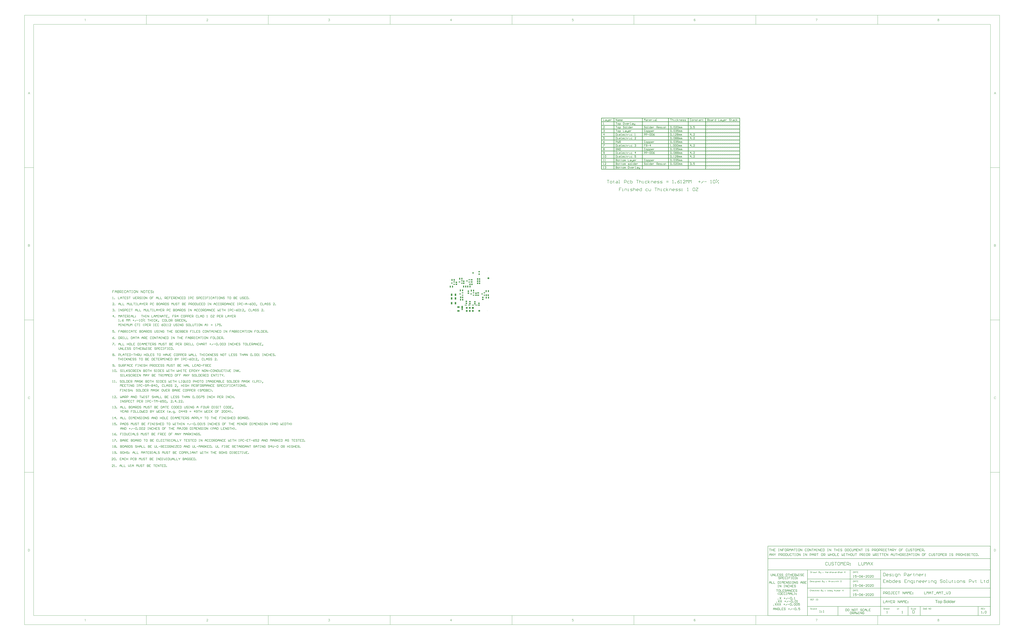
<source format=gts>
G04 Layer_Color=8388736*
%FSLAX25Y25*%
%MOIN*%
G70*
G01*
G75*
%ADD21C,0.01500*%
%ADD26C,0.00100*%
%ADD27C,0.01000*%
%ADD28C,0.00500*%
%ADD29C,0.00700*%
%ADD64R,0.05131X0.08674*%
%ADD65R,0.03950X0.03950*%
%ADD66R,0.05128X0.07687*%
%ADD67R,0.02765X0.02568*%
%ADD68R,0.07687X0.05128*%
%ADD69R,0.04537X0.04340*%
%ADD70R,0.04340X0.04537*%
%ADD71R,0.03553X0.06309*%
%ADD72R,0.06309X0.03553*%
%ADD73R,0.04540X0.03162*%
%ADD74C,0.05937*%
%ADD75C,0.04737*%
%ADD76R,0.05954X0.05954*%
%ADD77C,0.05954*%
%ADD78C,0.01200*%
G36*
X1660389Y-940985D02*
X1660506Y-941000D01*
X1660652Y-941014D01*
X1660799Y-941043D01*
X1660974Y-941087D01*
X1661326Y-941205D01*
X1661516Y-941278D01*
X1661706Y-941380D01*
X1661897Y-941483D01*
X1662087Y-941615D01*
X1662263Y-941761D01*
X1662438Y-941937D01*
X1662453Y-941951D01*
X1662482Y-941980D01*
X1662526Y-942039D01*
X1662585Y-942112D01*
X1662643Y-942215D01*
X1662717Y-942332D01*
X1662804Y-942464D01*
X1662892Y-942625D01*
X1662965Y-942815D01*
X1663053Y-943005D01*
X1663127Y-943225D01*
X1663200Y-943474D01*
X1663244Y-943723D01*
X1663288Y-944001D01*
X1663317Y-944294D01*
X1663331Y-944616D01*
Y-944630D01*
Y-944689D01*
Y-944791D01*
X1663317Y-944923D01*
X1658134D01*
Y-944938D01*
Y-944967D01*
X1658149Y-945040D01*
Y-945113D01*
X1658163Y-945216D01*
X1658178Y-945318D01*
X1658237Y-945582D01*
X1658325Y-945860D01*
X1658427Y-946153D01*
X1658588Y-946446D01*
X1658778Y-946695D01*
X1658808Y-946724D01*
X1658881Y-946782D01*
X1659013Y-946885D01*
X1659174Y-946987D01*
X1659393Y-947104D01*
X1659642Y-947207D01*
X1659920Y-947266D01*
X1660228Y-947295D01*
X1660345D01*
X1660462Y-947280D01*
X1660608Y-947251D01*
X1660784Y-947207D01*
X1660974Y-947148D01*
X1661165Y-947075D01*
X1661340Y-946958D01*
X1661355Y-946943D01*
X1661414Y-946885D01*
X1661501Y-946812D01*
X1661604Y-946680D01*
X1661721Y-946533D01*
X1661838Y-946343D01*
X1661955Y-946109D01*
X1662072Y-945845D01*
X1663288Y-946006D01*
Y-946021D01*
X1663273Y-946050D01*
X1663258Y-946109D01*
X1663229Y-946182D01*
X1663200Y-946270D01*
X1663156Y-946373D01*
X1663039Y-946621D01*
X1662892Y-946885D01*
X1662717Y-947163D01*
X1662482Y-947441D01*
X1662219Y-947675D01*
X1662204D01*
X1662189Y-947705D01*
X1662146Y-947734D01*
X1662072Y-947763D01*
X1661999Y-947807D01*
X1661911Y-947866D01*
X1661809Y-947910D01*
X1661677Y-947968D01*
X1661399Y-948071D01*
X1661048Y-948173D01*
X1660667Y-948232D01*
X1660228Y-948261D01*
X1660081D01*
X1659979Y-948246D01*
X1659847Y-948232D01*
X1659701Y-948217D01*
X1659540Y-948188D01*
X1659349Y-948144D01*
X1658969Y-948027D01*
X1658764Y-947954D01*
X1658573Y-947866D01*
X1658368Y-947763D01*
X1658178Y-947631D01*
X1657988Y-947485D01*
X1657812Y-947324D01*
X1657797Y-947309D01*
X1657768Y-947280D01*
X1657724Y-947222D01*
X1657680Y-947148D01*
X1657607Y-947061D01*
X1657534Y-946943D01*
X1657446Y-946797D01*
X1657373Y-946636D01*
X1657285Y-946460D01*
X1657197Y-946270D01*
X1657124Y-946050D01*
X1657066Y-945816D01*
X1657007Y-945567D01*
X1656963Y-945289D01*
X1656934Y-944996D01*
X1656919Y-944689D01*
Y-944674D01*
Y-944616D01*
Y-944513D01*
X1656934Y-944396D01*
X1656948Y-944250D01*
X1656963Y-944074D01*
X1656992Y-943884D01*
X1657036Y-943679D01*
X1657139Y-943239D01*
X1657212Y-943020D01*
X1657300Y-942786D01*
X1657402Y-942566D01*
X1657519Y-942346D01*
X1657651Y-942142D01*
X1657812Y-941951D01*
X1657827Y-941937D01*
X1657856Y-941907D01*
X1657900Y-941863D01*
X1657973Y-941790D01*
X1658061Y-941717D01*
X1658178Y-941644D01*
X1658295Y-941556D01*
X1658442Y-941453D01*
X1658603Y-941366D01*
X1658778Y-941278D01*
X1658969Y-941205D01*
X1659188Y-941117D01*
X1659408Y-941058D01*
X1659642Y-941014D01*
X1659891Y-940985D01*
X1660155Y-940970D01*
X1660286D01*
X1660389Y-940985D01*
D02*
G37*
G36*
X1642440D02*
X1642572Y-941000D01*
X1642704Y-941014D01*
X1642865Y-941043D01*
X1643040Y-941087D01*
X1643406Y-941205D01*
X1643597Y-941278D01*
X1643802Y-941366D01*
X1643992Y-941483D01*
X1644182Y-941615D01*
X1644373Y-941761D01*
X1644548Y-941922D01*
X1644563Y-941937D01*
X1644592Y-941966D01*
X1644636Y-942024D01*
X1644695Y-942098D01*
X1644768Y-942185D01*
X1644841Y-942303D01*
X1644929Y-942449D01*
X1645017Y-942595D01*
X1645090Y-942771D01*
X1645178Y-942976D01*
X1645251Y-943181D01*
X1645324Y-943415D01*
X1645383Y-943664D01*
X1645427Y-943942D01*
X1645456Y-944220D01*
X1645471Y-944528D01*
Y-944543D01*
Y-944586D01*
Y-944660D01*
Y-944747D01*
X1645456Y-944865D01*
Y-944996D01*
X1645441Y-945143D01*
X1645427Y-945304D01*
X1645368Y-945640D01*
X1645295Y-945992D01*
X1645193Y-946343D01*
X1645061Y-946651D01*
Y-946665D01*
X1645046Y-946680D01*
X1644987Y-946782D01*
X1644885Y-946914D01*
X1644753Y-947090D01*
X1644592Y-947280D01*
X1644387Y-947470D01*
X1644153Y-947661D01*
X1643875Y-947836D01*
X1643860D01*
X1643846Y-947851D01*
X1643802Y-947880D01*
X1643743Y-947895D01*
X1643582Y-947968D01*
X1643377Y-948041D01*
X1643128Y-948129D01*
X1642850Y-948188D01*
X1642543Y-948246D01*
X1642206Y-948261D01*
X1642060D01*
X1641957Y-948246D01*
X1641840Y-948232D01*
X1641693Y-948217D01*
X1641533Y-948188D01*
X1641357Y-948144D01*
X1640991Y-948027D01*
X1640786Y-947954D01*
X1640595Y-947866D01*
X1640391Y-947763D01*
X1640200Y-947631D01*
X1640010Y-947485D01*
X1639834Y-947324D01*
X1639820Y-947309D01*
X1639790Y-947280D01*
X1639746Y-947222D01*
X1639702Y-947148D01*
X1639629Y-947046D01*
X1639556Y-946929D01*
X1639468Y-946797D01*
X1639395Y-946636D01*
X1639307Y-946446D01*
X1639219Y-946255D01*
X1639146Y-946021D01*
X1639088Y-945787D01*
X1639029Y-945523D01*
X1638985Y-945245D01*
X1638956Y-944938D01*
X1638941Y-944616D01*
Y-944586D01*
Y-944528D01*
X1638956Y-944425D01*
Y-944294D01*
X1638971Y-944133D01*
X1639000Y-943957D01*
X1639029Y-943752D01*
X1639073Y-943532D01*
X1639132Y-943298D01*
X1639205Y-943064D01*
X1639293Y-942830D01*
X1639395Y-942595D01*
X1639512Y-942361D01*
X1639659Y-942142D01*
X1639820Y-941937D01*
X1640010Y-941746D01*
X1640025Y-941732D01*
X1640054Y-941717D01*
X1640098Y-941673D01*
X1640171Y-941629D01*
X1640259Y-941571D01*
X1640361Y-941497D01*
X1640478Y-941424D01*
X1640625Y-941351D01*
X1640771Y-941292D01*
X1640932Y-941219D01*
X1641313Y-941087D01*
X1641737Y-941000D01*
X1641972Y-940985D01*
X1642206Y-940970D01*
X1642338D01*
X1642440Y-940985D01*
D02*
G37*
G36*
X1648018Y-948100D02*
X1646832D01*
Y-938482D01*
X1648018D01*
Y-948100D01*
D02*
G37*
G36*
X1610598Y-939609D02*
X1607436D01*
Y-948100D01*
X1606162D01*
Y-939609D01*
X1603000D01*
Y-938482D01*
X1610598D01*
Y-939609D01*
D02*
G37*
G36*
X1614815Y-940985D02*
X1614946Y-941000D01*
X1615078Y-941014D01*
X1615239Y-941043D01*
X1615415Y-941087D01*
X1615781Y-941205D01*
X1615971Y-941278D01*
X1616176Y-941366D01*
X1616366Y-941483D01*
X1616557Y-941615D01*
X1616747Y-941761D01*
X1616923Y-941922D01*
X1616937Y-941937D01*
X1616967Y-941966D01*
X1617010Y-942024D01*
X1617069Y-942098D01*
X1617142Y-942185D01*
X1617215Y-942303D01*
X1617303Y-942449D01*
X1617391Y-942595D01*
X1617464Y-942771D01*
X1617552Y-942976D01*
X1617625Y-943181D01*
X1617699Y-943415D01*
X1617757Y-943664D01*
X1617801Y-943942D01*
X1617830Y-944220D01*
X1617845Y-944528D01*
Y-944543D01*
Y-944586D01*
Y-944660D01*
Y-944747D01*
X1617830Y-944865D01*
Y-944996D01*
X1617816Y-945143D01*
X1617801Y-945304D01*
X1617743Y-945640D01*
X1617669Y-945992D01*
X1617567Y-946343D01*
X1617435Y-946651D01*
Y-946665D01*
X1617420Y-946680D01*
X1617362Y-946782D01*
X1617259Y-946914D01*
X1617128Y-947090D01*
X1616967Y-947280D01*
X1616762Y-947470D01*
X1616527Y-947661D01*
X1616249Y-947836D01*
X1616235D01*
X1616220Y-947851D01*
X1616176Y-947880D01*
X1616117Y-947895D01*
X1615956Y-947968D01*
X1615751Y-948041D01*
X1615503Y-948129D01*
X1615224Y-948188D01*
X1614917Y-948246D01*
X1614580Y-948261D01*
X1614434D01*
X1614331Y-948246D01*
X1614214Y-948232D01*
X1614068Y-948217D01*
X1613907Y-948188D01*
X1613731Y-948144D01*
X1613365Y-948027D01*
X1613160Y-947954D01*
X1612970Y-947866D01*
X1612765Y-947763D01*
X1612575Y-947631D01*
X1612384Y-947485D01*
X1612209Y-947324D01*
X1612194Y-947309D01*
X1612165Y-947280D01*
X1612121Y-947222D01*
X1612077Y-947148D01*
X1612004Y-947046D01*
X1611930Y-946929D01*
X1611843Y-946797D01*
X1611769Y-946636D01*
X1611682Y-946446D01*
X1611594Y-946255D01*
X1611521Y-946021D01*
X1611462Y-945787D01*
X1611403Y-945523D01*
X1611359Y-945245D01*
X1611330Y-944938D01*
X1611316Y-944616D01*
Y-944586D01*
Y-944528D01*
X1611330Y-944425D01*
Y-944294D01*
X1611345Y-944133D01*
X1611374Y-943957D01*
X1611403Y-943752D01*
X1611447Y-943532D01*
X1611506Y-943298D01*
X1611579Y-943064D01*
X1611667Y-942830D01*
X1611769Y-942595D01*
X1611886Y-942361D01*
X1612033Y-942142D01*
X1612194Y-941937D01*
X1612384Y-941746D01*
X1612399Y-941732D01*
X1612428Y-941717D01*
X1612472Y-941673D01*
X1612545Y-941629D01*
X1612633Y-941571D01*
X1612736Y-941497D01*
X1612853Y-941424D01*
X1612999Y-941351D01*
X1613145Y-941292D01*
X1613307Y-941219D01*
X1613687Y-941087D01*
X1614112Y-941000D01*
X1614346Y-940985D01*
X1614580Y-940970D01*
X1614712D01*
X1614815Y-940985D01*
D02*
G37*
G36*
X1655441Y-948100D02*
X1654342D01*
Y-947236D01*
X1654328Y-947251D01*
X1654313Y-947280D01*
X1654269Y-947324D01*
X1654211Y-947397D01*
X1654152Y-947470D01*
X1654064Y-947558D01*
X1653962Y-947646D01*
X1653845Y-947749D01*
X1653713Y-947836D01*
X1653567Y-947939D01*
X1653406Y-948027D01*
X1653245Y-948100D01*
X1653054Y-948173D01*
X1652849Y-948217D01*
X1652630Y-948246D01*
X1652395Y-948261D01*
X1652308D01*
X1652249Y-948246D01*
X1652088Y-948232D01*
X1651898Y-948203D01*
X1651649Y-948144D01*
X1651400Y-948071D01*
X1651122Y-947954D01*
X1650858Y-947807D01*
X1650843D01*
X1650829Y-947793D01*
X1650741Y-947719D01*
X1650624Y-947617D01*
X1650463Y-947470D01*
X1650302Y-947295D01*
X1650112Y-947075D01*
X1649950Y-946826D01*
X1649789Y-946533D01*
Y-946519D01*
X1649775Y-946490D01*
X1649760Y-946446D01*
X1649731Y-946387D01*
X1649702Y-946314D01*
X1649672Y-946211D01*
X1649599Y-945977D01*
X1649526Y-945699D01*
X1649467Y-945377D01*
X1649423Y-945026D01*
X1649409Y-944630D01*
Y-944616D01*
Y-944586D01*
Y-944528D01*
Y-944455D01*
X1649423Y-944367D01*
Y-944250D01*
X1649453Y-944001D01*
X1649497Y-943708D01*
X1649555Y-943401D01*
X1649628Y-943064D01*
X1649746Y-942742D01*
Y-942727D01*
X1649760Y-942698D01*
X1649789Y-942654D01*
X1649819Y-942595D01*
X1649892Y-942449D01*
X1650009Y-942259D01*
X1650155Y-942039D01*
X1650331Y-941819D01*
X1650536Y-941615D01*
X1650785Y-941424D01*
X1650800D01*
X1650814Y-941409D01*
X1650902Y-941351D01*
X1651048Y-941278D01*
X1651239Y-941190D01*
X1651473Y-941117D01*
X1651737Y-941043D01*
X1652029Y-940985D01*
X1652337Y-940970D01*
X1652439D01*
X1652556Y-940985D01*
X1652717Y-941000D01*
X1652879Y-941043D01*
X1653069Y-941087D01*
X1653259Y-941161D01*
X1653449Y-941249D01*
X1653479Y-941263D01*
X1653537Y-941292D01*
X1653625Y-941351D01*
X1653742Y-941439D01*
X1653859Y-941527D01*
X1654006Y-941644D01*
X1654137Y-941790D01*
X1654255Y-941937D01*
Y-938482D01*
X1655441D01*
Y-948100D01*
D02*
G37*
G36*
X1634169Y-938335D02*
X1634271D01*
X1634520Y-938364D01*
X1634813Y-938408D01*
X1635135Y-938467D01*
X1635457Y-938555D01*
X1635764Y-938672D01*
X1635779D01*
X1635794Y-938686D01*
X1635838Y-938701D01*
X1635896Y-938730D01*
X1636043Y-938818D01*
X1636233Y-938921D01*
X1636438Y-939067D01*
X1636643Y-939243D01*
X1636848Y-939448D01*
X1637023Y-939682D01*
X1637038Y-939711D01*
X1637097Y-939799D01*
X1637170Y-939946D01*
X1637243Y-940121D01*
X1637331Y-940341D01*
X1637419Y-940604D01*
X1637477Y-940882D01*
X1637506Y-941190D01*
X1636291Y-941278D01*
Y-941263D01*
Y-941234D01*
X1636277Y-941190D01*
X1636262Y-941131D01*
X1636233Y-940970D01*
X1636174Y-940765D01*
X1636086Y-940546D01*
X1635969Y-940326D01*
X1635808Y-940107D01*
X1635618Y-939916D01*
X1635589Y-939902D01*
X1635515Y-939843D01*
X1635384Y-939770D01*
X1635208Y-939682D01*
X1634974Y-939594D01*
X1634681Y-939521D01*
X1634344Y-939462D01*
X1633949Y-939448D01*
X1633759D01*
X1633671Y-939462D01*
X1633554D01*
X1633305Y-939506D01*
X1633027Y-939550D01*
X1632748Y-939623D01*
X1632485Y-939726D01*
X1632368Y-939799D01*
X1632265Y-939872D01*
X1632251Y-939887D01*
X1632192Y-939946D01*
X1632104Y-940033D01*
X1632017Y-940165D01*
X1631914Y-940312D01*
X1631841Y-940487D01*
X1631782Y-940678D01*
X1631753Y-940897D01*
Y-940926D01*
Y-940985D01*
X1631768Y-941087D01*
X1631797Y-941205D01*
X1631841Y-941336D01*
X1631914Y-941483D01*
X1632002Y-941615D01*
X1632119Y-941746D01*
X1632134Y-941761D01*
X1632207Y-941805D01*
X1632251Y-941834D01*
X1632309Y-941878D01*
X1632397Y-941907D01*
X1632500Y-941951D01*
X1632617Y-942010D01*
X1632748Y-942068D01*
X1632895Y-942112D01*
X1633071Y-942171D01*
X1633275Y-942244D01*
X1633495Y-942303D01*
X1633744Y-942361D01*
X1634022Y-942434D01*
X1634037D01*
X1634095Y-942449D01*
X1634169Y-942464D01*
X1634271Y-942493D01*
X1634403Y-942522D01*
X1634549Y-942566D01*
X1634871Y-942639D01*
X1635223Y-942742D01*
X1635574Y-942844D01*
X1635750Y-942888D01*
X1635896Y-942947D01*
X1636043Y-943005D01*
X1636160Y-943049D01*
X1636174D01*
X1636204Y-943064D01*
X1636233Y-943093D01*
X1636291Y-943122D01*
X1636438Y-943210D01*
X1636628Y-943313D01*
X1636833Y-943459D01*
X1637038Y-943635D01*
X1637228Y-943825D01*
X1637389Y-944030D01*
X1637404Y-944059D01*
X1637448Y-944133D01*
X1637521Y-944250D01*
X1637594Y-944425D01*
X1637667Y-944616D01*
X1637741Y-944850D01*
X1637785Y-945113D01*
X1637799Y-945392D01*
Y-945406D01*
Y-945421D01*
Y-945465D01*
Y-945523D01*
X1637770Y-945670D01*
X1637741Y-945860D01*
X1637697Y-946080D01*
X1637609Y-946329D01*
X1637506Y-946592D01*
X1637360Y-946841D01*
X1637345Y-946870D01*
X1637272Y-946958D01*
X1637184Y-947075D01*
X1637038Y-947222D01*
X1636862Y-947397D01*
X1636643Y-947573D01*
X1636379Y-947734D01*
X1636086Y-947895D01*
X1636072D01*
X1636043Y-947910D01*
X1635999Y-947924D01*
X1635940Y-947954D01*
X1635867Y-947983D01*
X1635779Y-948012D01*
X1635545Y-948071D01*
X1635281Y-948144D01*
X1634959Y-948203D01*
X1634622Y-948246D01*
X1634242Y-948261D01*
X1634022D01*
X1633920Y-948246D01*
X1633788D01*
X1633641Y-948232D01*
X1633480Y-948217D01*
X1633144Y-948173D01*
X1632778Y-948100D01*
X1632412Y-948012D01*
X1632060Y-947895D01*
X1632046D01*
X1632017Y-947880D01*
X1631973Y-947851D01*
X1631914Y-947822D01*
X1631753Y-947734D01*
X1631563Y-947602D01*
X1631328Y-947441D01*
X1631109Y-947251D01*
X1630875Y-947017D01*
X1630670Y-946753D01*
Y-946739D01*
X1630655Y-946724D01*
X1630626Y-946680D01*
X1630596Y-946621D01*
X1630552Y-946548D01*
X1630509Y-946460D01*
X1630421Y-946241D01*
X1630333Y-945992D01*
X1630245Y-945684D01*
X1630186Y-945362D01*
X1630157Y-945011D01*
X1631358Y-944909D01*
Y-944923D01*
Y-944938D01*
X1631372Y-945026D01*
X1631402Y-945157D01*
X1631431Y-945333D01*
X1631489Y-945523D01*
X1631548Y-945728D01*
X1631636Y-945919D01*
X1631738Y-946109D01*
X1631753Y-946124D01*
X1631797Y-946182D01*
X1631870Y-946270D01*
X1631987Y-946373D01*
X1632119Y-946490D01*
X1632280Y-946621D01*
X1632485Y-946739D01*
X1632705Y-946856D01*
X1632719D01*
X1632734Y-946870D01*
X1632822Y-946900D01*
X1632953Y-946943D01*
X1633144Y-946987D01*
X1633349Y-947046D01*
X1633612Y-947090D01*
X1633890Y-947119D01*
X1634183Y-947134D01*
X1634300D01*
X1634447Y-947119D01*
X1634608Y-947104D01*
X1634813Y-947090D01*
X1635018Y-947046D01*
X1635237Y-947002D01*
X1635457Y-946929D01*
X1635486Y-946914D01*
X1635545Y-946885D01*
X1635647Y-946841D01*
X1635764Y-946768D01*
X1635911Y-946680D01*
X1636043Y-946577D01*
X1636174Y-946460D01*
X1636291Y-946329D01*
X1636306Y-946314D01*
X1636335Y-946255D01*
X1636379Y-946182D01*
X1636438Y-946080D01*
X1636482Y-945963D01*
X1636526Y-945816D01*
X1636555Y-945670D01*
X1636570Y-945509D01*
Y-945494D01*
Y-945436D01*
X1636555Y-945348D01*
X1636540Y-945245D01*
X1636511Y-945113D01*
X1636452Y-944982D01*
X1636394Y-944850D01*
X1636306Y-944718D01*
X1636291Y-944703D01*
X1636262Y-944660D01*
X1636189Y-944601D01*
X1636101Y-944513D01*
X1635984Y-944425D01*
X1635838Y-944337D01*
X1635647Y-944235D01*
X1635442Y-944147D01*
X1635428Y-944133D01*
X1635369Y-944118D01*
X1635252Y-944089D01*
X1635179Y-944059D01*
X1635091Y-944030D01*
X1634974Y-944001D01*
X1634857Y-943972D01*
X1634710Y-943928D01*
X1634564Y-943884D01*
X1634388Y-943840D01*
X1634183Y-943796D01*
X1633964Y-943737D01*
X1633729Y-943679D01*
X1633715D01*
X1633671Y-943664D01*
X1633598Y-943649D01*
X1633510Y-943620D01*
X1633407Y-943591D01*
X1633290Y-943562D01*
X1633012Y-943488D01*
X1632705Y-943386D01*
X1632397Y-943283D01*
X1632119Y-943181D01*
X1631987Y-943137D01*
X1631885Y-943079D01*
X1631870D01*
X1631855Y-943064D01*
X1631768Y-943005D01*
X1631651Y-942932D01*
X1631504Y-942830D01*
X1631328Y-942698D01*
X1631167Y-942551D01*
X1631006Y-942376D01*
X1630860Y-942185D01*
X1630845Y-942156D01*
X1630801Y-942083D01*
X1630757Y-941980D01*
X1630699Y-941834D01*
X1630626Y-941658D01*
X1630582Y-941453D01*
X1630538Y-941219D01*
X1630523Y-940985D01*
Y-940970D01*
Y-940956D01*
Y-940912D01*
Y-940853D01*
X1630552Y-940721D01*
X1630582Y-940546D01*
X1630626Y-940326D01*
X1630699Y-940107D01*
X1630801Y-939858D01*
X1630933Y-939623D01*
Y-939609D01*
X1630948Y-939594D01*
X1631006Y-939521D01*
X1631109Y-939404D01*
X1631241Y-939257D01*
X1631402Y-939111D01*
X1631607Y-938950D01*
X1631855Y-938789D01*
X1632134Y-938657D01*
X1632148D01*
X1632163Y-938643D01*
X1632207Y-938628D01*
X1632280Y-938599D01*
X1632353Y-938584D01*
X1632441Y-938555D01*
X1632646Y-938482D01*
X1632910Y-938423D01*
X1633202Y-938379D01*
X1633539Y-938335D01*
X1633890Y-938321D01*
X1634066D01*
X1634169Y-938335D01*
D02*
G37*
G36*
X1667548Y-940985D02*
X1667709Y-941014D01*
X1667884Y-941073D01*
X1668089Y-941131D01*
X1668309Y-941234D01*
X1668543Y-941366D01*
X1668119Y-942449D01*
X1668104Y-942434D01*
X1668045Y-942405D01*
X1667958Y-942361D01*
X1667855Y-942317D01*
X1667723Y-942273D01*
X1667577Y-942229D01*
X1667416Y-942200D01*
X1667255Y-942185D01*
X1667196D01*
X1667123Y-942200D01*
X1667021Y-942215D01*
X1666918Y-942244D01*
X1666801Y-942288D01*
X1666684Y-942346D01*
X1666567Y-942420D01*
X1666552Y-942434D01*
X1666523Y-942464D01*
X1666464Y-942522D01*
X1666406Y-942595D01*
X1666333Y-942683D01*
X1666259Y-942800D01*
X1666201Y-942932D01*
X1666142Y-943079D01*
X1666128Y-943108D01*
X1666113Y-943181D01*
X1666084Y-943313D01*
X1666055Y-943488D01*
X1666011Y-943693D01*
X1665981Y-943928D01*
X1665967Y-944176D01*
X1665952Y-944455D01*
Y-948100D01*
X1664766D01*
Y-941131D01*
X1665835D01*
Y-942171D01*
X1665849Y-942156D01*
X1665908Y-942068D01*
X1665981Y-941937D01*
X1666069Y-941790D01*
X1666186Y-941629D01*
X1666318Y-941468D01*
X1666435Y-941322D01*
X1666567Y-941219D01*
X1666582Y-941205D01*
X1666625Y-941175D01*
X1666699Y-941146D01*
X1666801Y-941087D01*
X1666904Y-941043D01*
X1667035Y-941014D01*
X1667182Y-940985D01*
X1667328Y-940970D01*
X1667431D01*
X1667548Y-940985D01*
D02*
G37*
G36*
X1622632Y-941000D02*
X1622837Y-941029D01*
X1623086Y-941087D01*
X1623350Y-941161D01*
X1623613Y-941278D01*
X1623877Y-941439D01*
X1623891D01*
X1623906Y-941453D01*
X1623994Y-941527D01*
X1624111Y-941629D01*
X1624272Y-941776D01*
X1624433Y-941951D01*
X1624609Y-942185D01*
X1624770Y-942434D01*
X1624916Y-942742D01*
Y-942756D01*
X1624931Y-942786D01*
X1624945Y-942830D01*
X1624975Y-942888D01*
X1625004Y-942961D01*
X1625033Y-943064D01*
X1625092Y-943283D01*
X1625150Y-943562D01*
X1625209Y-943869D01*
X1625253Y-944206D01*
X1625267Y-944572D01*
Y-944586D01*
Y-944616D01*
Y-944674D01*
Y-944747D01*
X1625253Y-944850D01*
Y-944952D01*
X1625224Y-945216D01*
X1625165Y-945509D01*
X1625106Y-945831D01*
X1625004Y-946167D01*
X1624872Y-946504D01*
Y-946519D01*
X1624858Y-946548D01*
X1624828Y-946592D01*
X1624799Y-946651D01*
X1624711Y-946797D01*
X1624594Y-946987D01*
X1624433Y-947192D01*
X1624243Y-947412D01*
X1624023Y-947617D01*
X1623759Y-947807D01*
X1623745D01*
X1623730Y-947822D01*
X1623686Y-947851D01*
X1623628Y-947880D01*
X1623481Y-947954D01*
X1623291Y-948027D01*
X1623057Y-948115D01*
X1622808Y-948188D01*
X1622515Y-948246D01*
X1622222Y-948261D01*
X1622120D01*
X1622017Y-948246D01*
X1621871Y-948232D01*
X1621710Y-948203D01*
X1621534Y-948159D01*
X1621344Y-948100D01*
X1621168Y-948027D01*
X1621154Y-948012D01*
X1621095Y-947983D01*
X1621007Y-947924D01*
X1620905Y-947851D01*
X1620773Y-947763D01*
X1620656Y-947661D01*
X1620524Y-947529D01*
X1620407Y-947397D01*
Y-950764D01*
X1619221D01*
Y-941131D01*
X1620304D01*
Y-942039D01*
X1620319Y-942010D01*
X1620363Y-941951D01*
X1620451Y-941863D01*
X1620553Y-941746D01*
X1620671Y-941615D01*
X1620817Y-941483D01*
X1620978Y-941351D01*
X1621154Y-941249D01*
X1621183Y-941234D01*
X1621241Y-941205D01*
X1621344Y-941161D01*
X1621476Y-941102D01*
X1621651Y-941058D01*
X1621842Y-941014D01*
X1622061Y-940985D01*
X1622310Y-940970D01*
X1622457D01*
X1622632Y-941000D01*
D02*
G37*
%LPC*%
G36*
X1660169Y-941937D02*
X1660096D01*
X1660037Y-941951D01*
X1659876Y-941966D01*
X1659686Y-942010D01*
X1659467Y-942068D01*
X1659247Y-942171D01*
X1659013Y-942303D01*
X1658793Y-942493D01*
X1658764Y-942522D01*
X1658705Y-942595D01*
X1658617Y-942712D01*
X1658515Y-942888D01*
X1658412Y-943093D01*
X1658310Y-943342D01*
X1658237Y-943635D01*
X1658193Y-943957D01*
X1662087D01*
Y-943942D01*
Y-943913D01*
X1662072Y-943869D01*
Y-943810D01*
X1662043Y-943649D01*
X1661999Y-943459D01*
X1661941Y-943254D01*
X1661853Y-943035D01*
X1661765Y-942815D01*
X1661633Y-942639D01*
Y-942625D01*
X1661604Y-942610D01*
X1661531Y-942522D01*
X1661399Y-942420D01*
X1661238Y-942288D01*
X1661018Y-942156D01*
X1660769Y-942039D01*
X1660491Y-941966D01*
X1660330Y-941951D01*
X1660169Y-941937D01*
D02*
G37*
G36*
X1642367Y-941951D02*
X1642118D01*
X1642060Y-941966D01*
X1641899Y-941980D01*
X1641693Y-942039D01*
X1641459Y-942112D01*
X1641210Y-942229D01*
X1640961Y-942405D01*
X1640844Y-942507D01*
X1640727Y-942625D01*
X1640698Y-942654D01*
X1640669Y-942698D01*
X1640639Y-942742D01*
X1640595Y-942815D01*
X1640552Y-942903D01*
X1640493Y-943005D01*
X1640449Y-943122D01*
X1640391Y-943254D01*
X1640332Y-943401D01*
X1640288Y-943562D01*
X1640244Y-943752D01*
X1640215Y-943942D01*
X1640186Y-944162D01*
X1640156Y-944381D01*
Y-944630D01*
Y-944645D01*
Y-944689D01*
Y-944762D01*
X1640171Y-944850D01*
Y-944952D01*
X1640186Y-945084D01*
X1640229Y-945377D01*
X1640303Y-945699D01*
X1640391Y-946036D01*
X1640537Y-946358D01*
X1640625Y-946504D01*
X1640727Y-946636D01*
X1640757Y-946665D01*
X1640830Y-946739D01*
X1640961Y-946841D01*
X1641137Y-946958D01*
X1641342Y-947090D01*
X1641606Y-947192D01*
X1641884Y-947266D01*
X1642045Y-947280D01*
X1642206Y-947295D01*
X1642294D01*
X1642352Y-947280D01*
X1642513Y-947266D01*
X1642718Y-947207D01*
X1642953Y-947134D01*
X1643201Y-947017D01*
X1643436Y-946856D01*
X1643553Y-946753D01*
X1643670Y-946636D01*
Y-946621D01*
X1643699Y-946607D01*
X1643728Y-946563D01*
X1643758Y-946504D01*
X1643802Y-946431D01*
X1643860Y-946343D01*
X1643904Y-946241D01*
X1643963Y-946124D01*
X1644021Y-945992D01*
X1644065Y-945845D01*
X1644124Y-945670D01*
X1644168Y-945479D01*
X1644197Y-945289D01*
X1644226Y-945070D01*
X1644255Y-944835D01*
Y-944586D01*
Y-944572D01*
Y-944528D01*
Y-944469D01*
X1644241Y-944367D01*
Y-944264D01*
X1644226Y-944147D01*
X1644182Y-943854D01*
X1644109Y-943547D01*
X1644007Y-943210D01*
X1643860Y-942903D01*
X1643655Y-942625D01*
Y-942610D01*
X1643626Y-942595D01*
X1643553Y-942522D01*
X1643421Y-942405D01*
X1643260Y-942288D01*
X1643040Y-942171D01*
X1642792Y-942054D01*
X1642513Y-941980D01*
X1642367Y-941951D01*
D02*
G37*
G36*
X1614741D02*
X1614492D01*
X1614434Y-941966D01*
X1614273Y-941980D01*
X1614068Y-942039D01*
X1613834Y-942112D01*
X1613585Y-942229D01*
X1613336Y-942405D01*
X1613219Y-942507D01*
X1613102Y-942625D01*
X1613072Y-942654D01*
X1613043Y-942698D01*
X1613014Y-942742D01*
X1612970Y-942815D01*
X1612926Y-942903D01*
X1612867Y-943005D01*
X1612823Y-943122D01*
X1612765Y-943254D01*
X1612706Y-943401D01*
X1612662Y-943562D01*
X1612618Y-943752D01*
X1612589Y-943942D01*
X1612560Y-944162D01*
X1612531Y-944381D01*
Y-944630D01*
Y-944645D01*
Y-944689D01*
Y-944762D01*
X1612545Y-944850D01*
Y-944952D01*
X1612560Y-945084D01*
X1612604Y-945377D01*
X1612677Y-945699D01*
X1612765Y-946036D01*
X1612911Y-946358D01*
X1612999Y-946504D01*
X1613102Y-946636D01*
X1613131Y-946665D01*
X1613204Y-946739D01*
X1613336Y-946841D01*
X1613511Y-946958D01*
X1613717Y-947090D01*
X1613980Y-947192D01*
X1614258Y-947266D01*
X1614419Y-947280D01*
X1614580Y-947295D01*
X1614668D01*
X1614727Y-947280D01*
X1614888Y-947266D01*
X1615093Y-947207D01*
X1615327Y-947134D01*
X1615576Y-947017D01*
X1615810Y-946856D01*
X1615927Y-946753D01*
X1616044Y-946636D01*
Y-946621D01*
X1616073Y-946607D01*
X1616103Y-946563D01*
X1616132Y-946504D01*
X1616176Y-946431D01*
X1616235Y-946343D01*
X1616278Y-946241D01*
X1616337Y-946124D01*
X1616396Y-945992D01*
X1616439Y-945845D01*
X1616498Y-945670D01*
X1616542Y-945479D01*
X1616571Y-945289D01*
X1616601Y-945070D01*
X1616630Y-944835D01*
Y-944586D01*
Y-944572D01*
Y-944528D01*
Y-944469D01*
X1616615Y-944367D01*
Y-944264D01*
X1616601Y-944147D01*
X1616557Y-943854D01*
X1616483Y-943547D01*
X1616381Y-943210D01*
X1616235Y-942903D01*
X1616030Y-942625D01*
Y-942610D01*
X1616000Y-942595D01*
X1615927Y-942522D01*
X1615795Y-942405D01*
X1615634Y-942288D01*
X1615415Y-942171D01*
X1615166Y-942054D01*
X1614888Y-941980D01*
X1614741Y-941951D01*
D02*
G37*
G36*
X1652600D02*
X1652381D01*
X1652322Y-941966D01*
X1652176Y-941980D01*
X1652000Y-942024D01*
X1651795Y-942112D01*
X1651575Y-942229D01*
X1651356Y-942376D01*
X1651253Y-942478D01*
X1651151Y-942595D01*
X1651122Y-942625D01*
X1651107Y-942669D01*
X1651063Y-942712D01*
X1651034Y-942786D01*
X1650990Y-942873D01*
X1650931Y-942976D01*
X1650887Y-943093D01*
X1650843Y-943225D01*
X1650785Y-943371D01*
X1650741Y-943547D01*
X1650712Y-943723D01*
X1650668Y-943928D01*
X1650653Y-944147D01*
X1650624Y-944381D01*
Y-944630D01*
Y-944645D01*
Y-944689D01*
Y-944762D01*
X1650639Y-944850D01*
Y-944967D01*
X1650653Y-945084D01*
X1650697Y-945392D01*
X1650756Y-945714D01*
X1650858Y-946050D01*
X1650990Y-946358D01*
X1651078Y-946504D01*
X1651180Y-946636D01*
X1651209Y-946665D01*
X1651283Y-946739D01*
X1651400Y-946841D01*
X1651561Y-946958D01*
X1651751Y-947090D01*
X1651971Y-947192D01*
X1652234Y-947266D01*
X1652366Y-947280D01*
X1652513Y-947295D01*
X1652586D01*
X1652644Y-947280D01*
X1652791Y-947266D01*
X1652966Y-947222D01*
X1653171Y-947134D01*
X1653391Y-947031D01*
X1653625Y-946870D01*
X1653728Y-946782D01*
X1653830Y-946665D01*
Y-946651D01*
X1653859Y-946636D01*
X1653874Y-946592D01*
X1653918Y-946548D01*
X1653962Y-946475D01*
X1654006Y-946402D01*
X1654050Y-946299D01*
X1654108Y-946182D01*
X1654152Y-946065D01*
X1654196Y-945919D01*
X1654240Y-945758D01*
X1654284Y-945582D01*
X1654328Y-945392D01*
X1654342Y-945187D01*
X1654372Y-944967D01*
Y-944733D01*
Y-944718D01*
Y-944674D01*
Y-944601D01*
X1654357Y-944499D01*
Y-944381D01*
X1654342Y-944250D01*
X1654299Y-943928D01*
X1654240Y-943591D01*
X1654137Y-943239D01*
X1654006Y-942903D01*
X1653918Y-942756D01*
X1653815Y-942625D01*
Y-942610D01*
X1653786Y-942595D01*
X1653713Y-942522D01*
X1653596Y-942405D01*
X1653435Y-942288D01*
X1653245Y-942171D01*
X1653010Y-942054D01*
X1652747Y-941980D01*
X1652600Y-941951D01*
D02*
G37*
G36*
X1622339Y-941893D02*
X1622135D01*
X1622076Y-941907D01*
X1621944Y-941937D01*
X1621754Y-941980D01*
X1621549Y-942068D01*
X1621329Y-942200D01*
X1621212Y-942273D01*
X1621095Y-942376D01*
X1620978Y-942478D01*
X1620875Y-942610D01*
Y-942625D01*
X1620846Y-942639D01*
X1620817Y-942683D01*
X1620788Y-942742D01*
X1620744Y-942815D01*
X1620700Y-942903D01*
X1620641Y-943005D01*
X1620597Y-943122D01*
X1620539Y-943269D01*
X1620480Y-943415D01*
X1620436Y-943591D01*
X1620392Y-943767D01*
X1620363Y-943972D01*
X1620334Y-944191D01*
X1620304Y-944411D01*
Y-944660D01*
Y-944674D01*
Y-944718D01*
Y-944791D01*
X1620319Y-944879D01*
Y-944996D01*
X1620334Y-945113D01*
X1620378Y-945406D01*
X1620436Y-945743D01*
X1620524Y-946065D01*
X1620656Y-946373D01*
X1620744Y-946519D01*
X1620831Y-946651D01*
X1620861Y-946680D01*
X1620934Y-946753D01*
X1621051Y-946856D01*
X1621198Y-946973D01*
X1621388Y-947090D01*
X1621622Y-947192D01*
X1621871Y-947266D01*
X1622003Y-947280D01*
X1622149Y-947295D01*
X1622222D01*
X1622281Y-947280D01*
X1622427Y-947266D01*
X1622603Y-947207D01*
X1622823Y-947134D01*
X1623042Y-947017D01*
X1623262Y-946856D01*
X1623379Y-946753D01*
X1623481Y-946636D01*
Y-946621D01*
X1623511Y-946607D01*
X1623540Y-946563D01*
X1623569Y-946504D01*
X1623613Y-946431D01*
X1623657Y-946343D01*
X1623716Y-946241D01*
X1623774Y-946124D01*
X1623818Y-945992D01*
X1623877Y-945831D01*
X1623921Y-945670D01*
X1623965Y-945479D01*
X1623994Y-945275D01*
X1624023Y-945055D01*
X1624052Y-944821D01*
Y-944572D01*
Y-944557D01*
Y-944513D01*
Y-944440D01*
X1624038Y-944352D01*
Y-944235D01*
X1624023Y-944103D01*
X1623979Y-943810D01*
X1623921Y-943488D01*
X1623818Y-943152D01*
X1623686Y-942844D01*
X1623598Y-942698D01*
X1623496Y-942566D01*
Y-942551D01*
X1623467Y-942537D01*
X1623393Y-942464D01*
X1623291Y-942346D01*
X1623130Y-942229D01*
X1622940Y-942112D01*
X1622720Y-941995D01*
X1622471Y-941922D01*
X1622339Y-941893D01*
D02*
G37*
%LPD*%
D21*
X961130Y475550D02*
Y643550D01*
X849162Y619550D02*
X961130D01*
X849162Y607550D02*
X961130D01*
X849162Y595550D02*
X961130D01*
X849162Y583550D02*
X961130D01*
X849162Y571550D02*
X961130D01*
X849162Y559550D02*
X961130D01*
X849162Y547550D02*
X961130D01*
X849162Y535550D02*
X961130D01*
X849162Y523550D02*
X961130D01*
X849162Y511550D02*
X961130D01*
X849162Y499550D02*
X961130D01*
X849162Y487550D02*
X961130D01*
X849162Y475550D02*
X961130D01*
X849162D02*
Y643550D01*
X792176Y619550D02*
X849162D01*
X792176Y607550D02*
X849162D01*
X792176Y595550D02*
X849162D01*
X792176Y583550D02*
X849162D01*
X792176Y571550D02*
X849162D01*
X792176Y559550D02*
X849162D01*
X792176Y547550D02*
X849162D01*
X792176Y535550D02*
X849162D01*
X792176Y523550D02*
X849162D01*
X792176Y511550D02*
X849162D01*
X792176Y499550D02*
X849162D01*
X792176Y487550D02*
X849162D01*
X792176Y475550D02*
X849162D01*
X792176D02*
Y643550D01*
X727192Y619550D02*
X792176D01*
X727192Y607550D02*
X792176D01*
X727192Y595550D02*
X792176D01*
X727192Y583550D02*
X792176D01*
X727192Y571550D02*
X792176D01*
X727192Y559550D02*
X792176D01*
X727192Y547550D02*
X792176D01*
X727192Y535550D02*
X792176D01*
X727192Y523550D02*
X792176D01*
X727192Y511550D02*
X792176D01*
X727192Y499550D02*
X792176D01*
X727192Y487550D02*
X792176D01*
X727192Y475550D02*
X792176D01*
X727192D02*
Y643550D01*
X641216Y619550D02*
X727192D01*
X641216Y607550D02*
X727192D01*
X641216Y595550D02*
X727192D01*
X641216Y583550D02*
X727192D01*
X641216Y571550D02*
X727192D01*
X641216Y559550D02*
X727192D01*
X641216Y547550D02*
X727192D01*
X641216Y535550D02*
X727192D01*
X641216Y523550D02*
X727192D01*
X641216Y511550D02*
X727192D01*
X641216Y499550D02*
X727192D01*
X641216Y487550D02*
X727192D01*
X641216Y475550D02*
X727192D01*
X641216D02*
Y643550D01*
X548241Y619550D02*
X641216D01*
X548241Y607550D02*
X641216D01*
X548241Y595550D02*
X641216D01*
X548241Y583550D02*
X641216D01*
X548241Y571550D02*
X641216D01*
X548241Y559550D02*
X641216D01*
X548241Y547550D02*
X641216D01*
X548241Y535550D02*
X641216D01*
X548241Y523550D02*
X641216D01*
X548241Y511550D02*
X641216D01*
X548241Y499550D02*
X641216D01*
X548241Y487550D02*
X641216D01*
X548241Y475550D02*
X641216D01*
X548241D02*
Y643550D01*
X507250Y619550D02*
X548241D01*
X507250Y607550D02*
X548241D01*
X507250Y595550D02*
X548241D01*
X507250Y583550D02*
X548241D01*
X507250Y571550D02*
X548241D01*
X507250Y559550D02*
X548241D01*
X507250Y547550D02*
X548241D01*
X507250Y535550D02*
X548241D01*
X507250Y523550D02*
X548241D01*
X507250Y511550D02*
X548241D01*
X507250Y499550D02*
X548241D01*
X507250Y487550D02*
X548241D01*
X507250Y475550D02*
X548241D01*
X507250D02*
Y643550D01*
X961130D01*
X507250Y631550D02*
X961130D01*
D26*
X849162Y627582D02*
X853130Y631550D01*
X849162Y621582D02*
X859130Y631550D01*
X853130Y619550D02*
X865130Y631550D01*
X859130Y619550D02*
X871130Y631550D01*
X865130Y619550D02*
X877130Y631550D01*
X871130Y619550D02*
X883130Y631550D01*
X877130Y619550D02*
X889130Y631550D01*
X883130Y619550D02*
X895130Y631550D01*
X889130Y619550D02*
X901130Y631550D01*
X895130Y619550D02*
X907130Y631550D01*
X901130Y619550D02*
X913130Y631550D01*
X907130Y619550D02*
X919130Y631550D01*
X913130Y619550D02*
X925130Y631550D01*
X919130Y619550D02*
X931130Y631550D01*
X925130Y619550D02*
X937130Y631550D01*
X931130Y619550D02*
X943130Y631550D01*
X937130Y619550D02*
X949130Y631550D01*
X943130Y619550D02*
X955130Y631550D01*
X949130Y619550D02*
X961130Y631550D01*
X955130Y619550D02*
X961130Y625550D01*
X849162Y615582D02*
X853130Y619550D01*
X849162Y609582D02*
X859130Y619550D01*
X853130Y607550D02*
X865130Y619550D01*
X859130Y607550D02*
X871130Y619550D01*
X865130Y607550D02*
X877130Y619550D01*
X871130Y607550D02*
X883130Y619550D01*
X877130Y607550D02*
X889130Y619550D01*
X883130Y607550D02*
X895130Y619550D01*
X889130Y607550D02*
X901130Y619550D01*
X895130Y607550D02*
X907130Y619550D01*
X901130Y607550D02*
X913130Y619550D01*
X907130Y607550D02*
X919130Y619550D01*
X913130Y607550D02*
X925130Y619550D01*
X919130Y607550D02*
X931130Y619550D01*
X925130Y607550D02*
X937130Y619550D01*
X931130Y607550D02*
X943130Y619550D01*
X937130Y607550D02*
X949130Y619550D01*
X943130Y607550D02*
X955130Y619550D01*
X949130Y607550D02*
X961130Y619550D01*
X955130Y607550D02*
X961130Y613550D01*
X849162Y603582D02*
X853130Y607550D01*
X849162Y597582D02*
X859130Y607550D01*
X853130Y595550D02*
X865130Y607550D01*
X859130Y595550D02*
X871130Y607550D01*
X865130Y595550D02*
X877130Y607550D01*
X871130Y595550D02*
X883130Y607550D01*
X877130Y595550D02*
X889130Y607550D01*
X883130Y595550D02*
X895130Y607550D01*
X889130Y595550D02*
X901130Y607550D01*
X895130Y595550D02*
X907130Y607550D01*
X901130Y595550D02*
X913130Y607550D01*
X907130Y595550D02*
X919130Y607550D01*
X913130Y595550D02*
X925130Y607550D01*
X919130Y595550D02*
X931130Y607550D01*
X925130Y595550D02*
X937130Y607550D01*
X931130Y595550D02*
X943130Y607550D01*
X937130Y595550D02*
X949130Y607550D01*
X943130Y595550D02*
X955130Y607550D01*
X949130Y595550D02*
X961130Y607550D01*
X955130Y595550D02*
X961130Y601550D01*
X849162Y591582D02*
X853130Y595550D01*
X849162Y585582D02*
X859130Y595550D01*
X853130Y583550D02*
X865130Y595550D01*
X859130Y583550D02*
X871130Y595550D01*
X865130Y583550D02*
X877130Y595550D01*
X871130Y583550D02*
X883130Y595550D01*
X877130Y583550D02*
X889130Y595550D01*
X883130Y583550D02*
X895130Y595550D01*
X889130Y583550D02*
X901130Y595550D01*
X895130Y583550D02*
X907130Y595550D01*
X901130Y583550D02*
X913130Y595550D01*
X907130Y583550D02*
X919130Y595550D01*
X913130Y583550D02*
X925130Y595550D01*
X919130Y583550D02*
X931130Y595550D01*
X925130Y583550D02*
X937130Y595550D01*
X931130Y583550D02*
X943130Y595550D01*
X937130Y583550D02*
X949130Y595550D01*
X943130Y583550D02*
X955130Y595550D01*
X949130Y583550D02*
X961130Y595550D01*
X955130Y583550D02*
X961130Y589550D01*
X849162Y579582D02*
X853130Y583550D01*
X849162Y573582D02*
X859130Y583550D01*
X853130Y571550D02*
X865130Y583550D01*
X859130Y571550D02*
X871130Y583550D01*
X865130Y571550D02*
X877130Y583550D01*
X871130Y571550D02*
X883130Y583550D01*
X877130Y571550D02*
X889130Y583550D01*
X883130Y571550D02*
X895130Y583550D01*
X889130Y571550D02*
X901130Y583550D01*
X895130Y571550D02*
X907130Y583550D01*
X901130Y571550D02*
X913130Y583550D01*
X907130Y571550D02*
X919130Y583550D01*
X913130Y571550D02*
X925130Y583550D01*
X919130Y571550D02*
X931130Y583550D01*
X925130Y571550D02*
X937130Y583550D01*
X931130Y571550D02*
X943130Y583550D01*
X937130Y571550D02*
X949130Y583550D01*
X943130Y571550D02*
X955130Y583550D01*
X949130Y571550D02*
X961130Y583550D01*
X955130Y571550D02*
X961130Y577550D01*
X849162Y567582D02*
X853130Y571550D01*
X849162Y561582D02*
X859130Y571550D01*
X853130Y559550D02*
X865130Y571550D01*
X859130Y559550D02*
X871130Y571550D01*
X865130Y559550D02*
X877130Y571550D01*
X871130Y559550D02*
X883130Y571550D01*
X877130Y559550D02*
X889130Y571550D01*
X883130Y559550D02*
X895130Y571550D01*
X889130Y559550D02*
X901130Y571550D01*
X895130Y559550D02*
X907130Y571550D01*
X901130Y559550D02*
X913130Y571550D01*
X907130Y559550D02*
X919130Y571550D01*
X913130Y559550D02*
X925130Y571550D01*
X919130Y559550D02*
X931130Y571550D01*
X925130Y559550D02*
X937130Y571550D01*
X931130Y559550D02*
X943130Y571550D01*
X937130Y559550D02*
X949130Y571550D01*
X943130Y559550D02*
X955130Y571550D01*
X949130Y559550D02*
X961130Y571550D01*
X955130Y559550D02*
X961130Y565550D01*
X849162Y555582D02*
X853130Y559550D01*
X849162Y549582D02*
X859130Y559550D01*
X853130Y547550D02*
X865130Y559550D01*
X859130Y547550D02*
X871130Y559550D01*
X865130Y547550D02*
X877130Y559550D01*
X871130Y547550D02*
X883130Y559550D01*
X877130Y547550D02*
X889130Y559550D01*
X883130Y547550D02*
X895130Y559550D01*
X889130Y547550D02*
X901130Y559550D01*
X895130Y547550D02*
X907130Y559550D01*
X901130Y547550D02*
X913130Y559550D01*
X907130Y547550D02*
X919130Y559550D01*
X913130Y547550D02*
X925130Y559550D01*
X919130Y547550D02*
X931130Y559550D01*
X925130Y547550D02*
X937130Y559550D01*
X931130Y547550D02*
X943130Y559550D01*
X937130Y547550D02*
X949130Y559550D01*
X943130Y547550D02*
X955130Y559550D01*
X949130Y547550D02*
X961130Y559550D01*
X955130Y547550D02*
X961130Y553550D01*
X849162Y543582D02*
X853130Y547550D01*
X849162Y537582D02*
X859130Y547550D01*
X853130Y535550D02*
X865130Y547550D01*
X859130Y535550D02*
X871130Y547550D01*
X865130Y535550D02*
X877130Y547550D01*
X871130Y535550D02*
X883130Y547550D01*
X877130Y535550D02*
X889130Y547550D01*
X883130Y535550D02*
X895130Y547550D01*
X889130Y535550D02*
X901130Y547550D01*
X895130Y535550D02*
X907130Y547550D01*
X901130Y535550D02*
X913130Y547550D01*
X907130Y535550D02*
X919130Y547550D01*
X913130Y535550D02*
X925130Y547550D01*
X919130Y535550D02*
X931130Y547550D01*
X925130Y535550D02*
X937130Y547550D01*
X931130Y535550D02*
X943130Y547550D01*
X937130Y535550D02*
X949130Y547550D01*
X943130Y535550D02*
X955130Y547550D01*
X949130Y535550D02*
X961130Y547550D01*
X955130Y535550D02*
X961130Y541550D01*
X849162Y531582D02*
X853130Y535550D01*
X849162Y525582D02*
X859130Y535550D01*
X853130Y523550D02*
X865130Y535550D01*
X859130Y523550D02*
X871130Y535550D01*
X865130Y523550D02*
X877130Y535550D01*
X871130Y523550D02*
X883130Y535550D01*
X877130Y523550D02*
X889130Y535550D01*
X883130Y523550D02*
X895130Y535550D01*
X889130Y523550D02*
X901130Y535550D01*
X895130Y523550D02*
X907130Y535550D01*
X901130Y523550D02*
X913130Y535550D01*
X907130Y523550D02*
X919130Y535550D01*
X913130Y523550D02*
X925130Y535550D01*
X919130Y523550D02*
X931130Y535550D01*
X925130Y523550D02*
X937130Y535550D01*
X931130Y523550D02*
X943130Y535550D01*
X937130Y523550D02*
X949130Y535550D01*
X943130Y523550D02*
X955130Y535550D01*
X949130Y523550D02*
X961130Y535550D01*
X955130Y523550D02*
X961130Y529550D01*
X849162Y519582D02*
X853130Y523550D01*
X849162Y513582D02*
X859130Y523550D01*
X853130Y511550D02*
X865130Y523550D01*
X859130Y511550D02*
X871130Y523550D01*
X865130Y511550D02*
X877130Y523550D01*
X871130Y511550D02*
X883130Y523550D01*
X877130Y511550D02*
X889130Y523550D01*
X883130Y511550D02*
X895130Y523550D01*
X889130Y511550D02*
X901130Y523550D01*
X895130Y511550D02*
X907130Y523550D01*
X901130Y511550D02*
X913130Y523550D01*
X907130Y511550D02*
X919130Y523550D01*
X913130Y511550D02*
X925130Y523550D01*
X919130Y511550D02*
X931130Y523550D01*
X925130Y511550D02*
X937130Y523550D01*
X931130Y511550D02*
X943130Y523550D01*
X937130Y511550D02*
X949130Y523550D01*
X943130Y511550D02*
X955130Y523550D01*
X949130Y511550D02*
X961130Y523550D01*
X955130Y511550D02*
X961130Y517550D01*
X849162Y507582D02*
X853130Y511550D01*
X849162Y501582D02*
X859130Y511550D01*
X853130Y499550D02*
X865130Y511550D01*
X859130Y499550D02*
X871130Y511550D01*
X865130Y499550D02*
X877130Y511550D01*
X871130Y499550D02*
X883130Y511550D01*
X877130Y499550D02*
X889130Y511550D01*
X883130Y499550D02*
X895130Y511550D01*
X889130Y499550D02*
X901130Y511550D01*
X895130Y499550D02*
X907130Y511550D01*
X901130Y499550D02*
X913130Y511550D01*
X907130Y499550D02*
X919130Y511550D01*
X913130Y499550D02*
X925130Y511550D01*
X919130Y499550D02*
X931130Y511550D01*
X925130Y499550D02*
X937130Y511550D01*
X931130Y499550D02*
X943130Y511550D01*
X937130Y499550D02*
X949130Y511550D01*
X943130Y499550D02*
X955130Y511550D01*
X949130Y499550D02*
X961130Y511550D01*
X955130Y499550D02*
X961130Y505550D01*
X849162Y495582D02*
X853130Y499550D01*
X849162Y489582D02*
X859130Y499550D01*
X853130Y487550D02*
X865130Y499550D01*
X859130Y487550D02*
X871130Y499550D01*
X865130Y487550D02*
X877130Y499550D01*
X871130Y487550D02*
X883130Y499550D01*
X877130Y487550D02*
X889130Y499550D01*
X883130Y487550D02*
X895130Y499550D01*
X889130Y487550D02*
X901130Y499550D01*
X895130Y487550D02*
X907130Y499550D01*
X901130Y487550D02*
X913130Y499550D01*
X907130Y487550D02*
X919130Y499550D01*
X913130Y487550D02*
X925130Y499550D01*
X919130Y487550D02*
X931130Y499550D01*
X925130Y487550D02*
X937130Y499550D01*
X931130Y487550D02*
X943130Y499550D01*
X937130Y487550D02*
X949130Y499550D01*
X943130Y487550D02*
X955130Y499550D01*
X949130Y487550D02*
X961130Y499550D01*
X955130Y487550D02*
X961130Y493550D01*
X849162Y483582D02*
X853130Y487550D01*
X849162Y477582D02*
X859130Y487550D01*
X853130Y475550D02*
X865130Y487550D01*
X859130Y475550D02*
X871130Y487550D01*
X865130Y475550D02*
X877130Y487550D01*
X871130Y475550D02*
X883130Y487550D01*
X877130Y475550D02*
X889130Y487550D01*
X883130Y475550D02*
X895130Y487550D01*
X889130Y475550D02*
X901130Y487550D01*
X895130Y475550D02*
X907130Y487550D01*
X901130Y475550D02*
X913130Y487550D01*
X907130Y475550D02*
X919130Y487550D01*
X913130Y475550D02*
X925130Y487550D01*
X919130Y475550D02*
X931130Y487550D01*
X925130Y475550D02*
X937130Y487550D01*
X931130Y475550D02*
X943130Y487550D01*
X937130Y475550D02*
X949130Y487550D01*
X943130Y475550D02*
X955130Y487550D01*
X949130Y475550D02*
X961130Y487550D01*
X955130Y475550D02*
X961130Y481550D01*
D27*
X855162Y640548D02*
Y634550D01*
X858161D01*
X859161Y635550D01*
Y636549D01*
X858161Y637549D01*
X855162D01*
X858161D01*
X859161Y638549D01*
Y639548D01*
X858161Y640548D01*
X855162D01*
X862160Y634550D02*
X864159D01*
X865159Y635550D01*
Y637549D01*
X864159Y638549D01*
X862160D01*
X861160Y637549D01*
Y635550D01*
X862160Y634550D01*
X868158Y638549D02*
X870157D01*
X871157Y637549D01*
Y634550D01*
X868158D01*
X867158Y635550D01*
X868158Y636549D01*
X871157D01*
X873156Y638549D02*
Y634550D01*
Y636549D01*
X874156Y637549D01*
X875156Y638549D01*
X876155D01*
X883153Y640548D02*
Y634550D01*
X880154D01*
X879154Y635550D01*
Y637549D01*
X880154Y638549D01*
X883153D01*
X891150Y640548D02*
Y634550D01*
X895149D01*
X898148Y638549D02*
X900148D01*
X901147Y637549D01*
Y634550D01*
X898148D01*
X897149Y635550D01*
X898148Y636549D01*
X901147D01*
X903146Y638549D02*
Y635550D01*
X904146Y634550D01*
X907145D01*
Y633550D01*
X906145Y632551D01*
X905146D01*
X907145Y634550D02*
Y638549D01*
X912144Y634550D02*
X910144D01*
X909145Y635550D01*
Y637549D01*
X910144Y638549D01*
X912144D01*
X913143Y637549D01*
Y636549D01*
X909145D01*
X915143Y638549D02*
Y634550D01*
Y636549D01*
X916142Y637549D01*
X917142Y638549D01*
X918142D01*
X931137Y639548D02*
X930138Y640548D01*
X928138D01*
X927139Y639548D01*
Y638549D01*
X928138Y637549D01*
X930138D01*
X931137Y636549D01*
Y635550D01*
X930138Y634550D01*
X928138D01*
X927139Y635550D01*
X934136Y639548D02*
Y638549D01*
X933137D01*
X935136D01*
X934136D01*
Y635550D01*
X935136Y634550D01*
X939135Y638549D02*
X941134D01*
X942134Y637549D01*
Y634550D01*
X939135D01*
X938135Y635550D01*
X939135Y636549D01*
X942134D01*
X948132Y638549D02*
X945133D01*
X944133Y637549D01*
Y635550D01*
X945133Y634550D01*
X948132D01*
X950131D02*
Y640548D01*
Y636549D02*
X953130Y638549D01*
X950131Y636549D02*
X953130Y634550D01*
X798176Y615548D02*
X799176Y616548D01*
X801175D01*
X802175Y615548D01*
Y614549D01*
X801175Y613549D01*
X800175D01*
X801175D01*
X802175Y612549D01*
Y611550D01*
X801175Y610550D01*
X799176D01*
X798176Y611550D01*
X804174Y610550D02*
Y611550D01*
X805174D01*
Y610550D01*
X804174D01*
X813171Y616548D02*
X809172D01*
Y613549D01*
X811172Y614549D01*
X812171D01*
X813171Y613549D01*
Y611550D01*
X812171Y610550D01*
X810172D01*
X809172Y611550D01*
X801175Y586550D02*
Y592548D01*
X798176Y589549D01*
X802175D01*
X804174Y586550D02*
Y587550D01*
X805174D01*
Y586550D01*
X804174D01*
X813171D02*
X809172D01*
X813171Y590549D01*
Y591548D01*
X812171Y592548D01*
X810172D01*
X809172Y591548D01*
X801175Y574550D02*
Y580548D01*
X798176Y577549D01*
X802175D01*
X804174Y574550D02*
Y575550D01*
X805174D01*
Y574550D01*
X804174D01*
X813171D02*
X809172D01*
X813171Y578549D01*
Y579548D01*
X812171Y580548D01*
X810172D01*
X809172Y579548D01*
X801175Y550550D02*
Y556548D01*
X798176Y553549D01*
X802175D01*
X804174Y550550D02*
Y551550D01*
X805174D01*
Y550550D01*
X804174D01*
X813171D02*
X809172D01*
X813171Y554549D01*
Y555548D01*
X812171Y556548D01*
X810172D01*
X809172Y555548D01*
X801175Y526550D02*
Y532548D01*
X798176Y529549D01*
X802175D01*
X804174Y526550D02*
Y527550D01*
X805174D01*
Y526550D01*
X804174D01*
X813171D02*
X809172D01*
X813171Y530549D01*
Y531548D01*
X812171Y532548D01*
X810172D01*
X809172Y531548D01*
X801175Y514550D02*
Y520548D01*
X798176Y517549D01*
X802175D01*
X804174Y514550D02*
Y515550D01*
X805174D01*
Y514550D01*
X804174D01*
X813171D02*
X809172D01*
X813171Y518549D01*
Y519548D01*
X812171Y520548D01*
X810172D01*
X809172Y519548D01*
X798176Y495548D02*
X799176Y496548D01*
X801175D01*
X802175Y495548D01*
Y494549D01*
X801175Y493549D01*
X800175D01*
X801175D01*
X802175Y492549D01*
Y491550D01*
X801175Y490550D01*
X799176D01*
X798176Y491550D01*
X804174Y490550D02*
Y491550D01*
X805174D01*
Y490550D01*
X804174D01*
X813171Y496548D02*
X809172D01*
Y493549D01*
X811172Y494549D01*
X812171D01*
X813171Y493549D01*
Y491550D01*
X812171Y490550D01*
X810172D01*
X809172Y491550D01*
X802175Y639548D02*
X801175Y640548D01*
X799176D01*
X798176Y639548D01*
Y635550D01*
X799176Y634550D01*
X801175D01*
X802175Y635550D01*
X805174Y634550D02*
X807173D01*
X808173Y635550D01*
Y637549D01*
X807173Y638549D01*
X805174D01*
X804174Y637549D01*
Y635550D01*
X805174Y634550D01*
X810172D02*
Y638549D01*
X813171D01*
X814171Y637549D01*
Y634550D01*
X816170D02*
X819169D01*
X820169Y635550D01*
X819169Y636549D01*
X817170D01*
X816170Y637549D01*
X817170Y638549D01*
X820169D01*
X823168Y639548D02*
Y638549D01*
X822168D01*
X824168D01*
X823168D01*
Y635550D01*
X824168Y634550D01*
X828166Y638549D02*
X830166D01*
X831165Y637549D01*
Y634550D01*
X828166D01*
X827167Y635550D01*
X828166Y636549D01*
X831165D01*
X833165Y634550D02*
Y638549D01*
X836164D01*
X837163Y637549D01*
Y634550D01*
X840162Y639548D02*
Y638549D01*
X839163D01*
X841162D01*
X840162D01*
Y635550D01*
X841162Y634550D01*
X733192Y615548D02*
X734192Y616548D01*
X736192D01*
X737191Y615548D01*
Y611550D01*
X736192Y610550D01*
X734192D01*
X733192Y611550D01*
Y615548D01*
X739190Y610550D02*
Y611550D01*
X740190D01*
Y610550D01*
X739190D01*
X744189Y615548D02*
X745189Y616548D01*
X747188D01*
X748188Y615548D01*
Y611550D01*
X747188Y610550D01*
X745189D01*
X744189Y611550D01*
Y615548D01*
X754186Y610550D02*
X750187D01*
X754186Y614549D01*
Y615548D01*
X753186Y616548D01*
X751187D01*
X750187Y615548D01*
X756185D02*
X757185Y616548D01*
X759184D01*
X760184Y615548D01*
Y611550D01*
X759184Y610550D01*
X757185D01*
X756185Y611550D01*
Y615548D01*
X762183Y610550D02*
Y614549D01*
X763183D01*
X764182Y613549D01*
Y610550D01*
Y613549D01*
X765182Y614549D01*
X766182Y613549D01*
Y610550D01*
X768181D02*
Y614549D01*
X769181D01*
X770181Y613549D01*
Y610550D01*
Y613549D01*
X771180Y614549D01*
X772180Y613549D01*
Y610550D01*
X733192Y603548D02*
X734192Y604548D01*
X736192D01*
X737191Y603548D01*
Y599550D01*
X736192Y598550D01*
X734192D01*
X733192Y599550D01*
Y603548D01*
X739190Y598550D02*
Y599550D01*
X740190D01*
Y598550D01*
X739190D01*
X744189Y603548D02*
X745189Y604548D01*
X747188D01*
X748188Y603548D01*
Y599550D01*
X747188Y598550D01*
X745189D01*
X744189Y599550D01*
Y603548D01*
X750187D02*
X751187Y604548D01*
X753186D01*
X754186Y603548D01*
Y602549D01*
X753186Y601549D01*
X752186D01*
X753186D01*
X754186Y600549D01*
Y599550D01*
X753186Y598550D01*
X751187D01*
X750187Y599550D01*
X760184Y604548D02*
X756185D01*
Y601549D01*
X758184Y602549D01*
X759184D01*
X760184Y601549D01*
Y599550D01*
X759184Y598550D01*
X757185D01*
X756185Y599550D01*
X762183Y598550D02*
Y602549D01*
X763183D01*
X764182Y601549D01*
Y598550D01*
Y601549D01*
X765182Y602549D01*
X766182Y601549D01*
Y598550D01*
X768181D02*
Y602549D01*
X769181D01*
X770181Y601549D01*
Y598550D01*
Y601549D01*
X771180Y602549D01*
X772180Y601549D01*
Y598550D01*
X733192Y591548D02*
X734192Y592548D01*
X736192D01*
X737191Y591548D01*
Y587550D01*
X736192Y586550D01*
X734192D01*
X733192Y587550D01*
Y591548D01*
X739190Y586550D02*
Y587550D01*
X740190D01*
Y586550D01*
X739190D01*
X744189D02*
X746188D01*
X745189D01*
Y592548D01*
X744189Y591548D01*
X753186Y586550D02*
X749187D01*
X753186Y590549D01*
Y591548D01*
X752186Y592548D01*
X750187D01*
X749187Y591548D01*
X755185D02*
X756185Y592548D01*
X758184D01*
X759184Y591548D01*
Y590549D01*
X758184Y589549D01*
X759184Y588549D01*
Y587550D01*
X758184Y586550D01*
X756185D01*
X755185Y587550D01*
Y588549D01*
X756185Y589549D01*
X755185Y590549D01*
Y591548D01*
X756185Y589549D02*
X758184D01*
X761183Y586550D02*
Y590549D01*
X762183D01*
X763183Y589549D01*
Y586550D01*
Y589549D01*
X764182Y590549D01*
X765182Y589549D01*
Y586550D01*
X767181D02*
Y590549D01*
X768181D01*
X769181Y589549D01*
Y586550D01*
Y589549D01*
X770181Y590549D01*
X771180Y589549D01*
Y586550D01*
X733192Y579548D02*
X734192Y580548D01*
X736192D01*
X737191Y579548D01*
Y575550D01*
X736192Y574550D01*
X734192D01*
X733192Y575550D01*
Y579548D01*
X739190Y574550D02*
Y575550D01*
X740190D01*
Y574550D01*
X739190D01*
X744189Y579548D02*
X745189Y580548D01*
X747188D01*
X748188Y579548D01*
Y575550D01*
X747188Y574550D01*
X745189D01*
X744189Y575550D01*
Y579548D01*
X750187D02*
X751187Y580548D01*
X753186D01*
X754186Y579548D01*
Y578549D01*
X753186Y577549D01*
X754186Y576549D01*
Y575550D01*
X753186Y574550D01*
X751187D01*
X750187Y575550D01*
Y576549D01*
X751187Y577549D01*
X750187Y578549D01*
Y579548D01*
X751187Y577549D02*
X753186D01*
X756185Y579548D02*
X757185Y580548D01*
X759184D01*
X760184Y579548D01*
Y578549D01*
X759184Y577549D01*
X760184Y576549D01*
Y575550D01*
X759184Y574550D01*
X757185D01*
X756185Y575550D01*
Y576549D01*
X757185Y577549D01*
X756185Y578549D01*
Y579548D01*
X757185Y577549D02*
X759184D01*
X762183Y574550D02*
Y578549D01*
X763183D01*
X764182Y577549D01*
Y574550D01*
Y577549D01*
X765182Y578549D01*
X766182Y577549D01*
Y574550D01*
X768181D02*
Y578549D01*
X769181D01*
X770181Y577549D01*
Y574550D01*
Y577549D01*
X771180Y578549D01*
X772180Y577549D01*
Y574550D01*
X733192Y567548D02*
X734192Y568548D01*
X736192D01*
X737191Y567548D01*
Y563550D01*
X736192Y562550D01*
X734192D01*
X733192Y563550D01*
Y567548D01*
X739190Y562550D02*
Y563550D01*
X740190D01*
Y562550D01*
X739190D01*
X744189Y567548D02*
X745189Y568548D01*
X747188D01*
X748188Y567548D01*
Y563550D01*
X747188Y562550D01*
X745189D01*
X744189Y563550D01*
Y567548D01*
X750187D02*
X751187Y568548D01*
X753186D01*
X754186Y567548D01*
Y566549D01*
X753186Y565549D01*
X752186D01*
X753186D01*
X754186Y564549D01*
Y563550D01*
X753186Y562550D01*
X751187D01*
X750187Y563550D01*
X760184Y568548D02*
X756185D01*
Y565549D01*
X758184Y566549D01*
X759184D01*
X760184Y565549D01*
Y563550D01*
X759184Y562550D01*
X757185D01*
X756185Y563550D01*
X762183Y562550D02*
Y566549D01*
X763183D01*
X764182Y565549D01*
Y562550D01*
Y565549D01*
X765182Y566549D01*
X766182Y565549D01*
Y562550D01*
X768181D02*
Y566549D01*
X769181D01*
X770181Y565549D01*
Y562550D01*
Y565549D01*
X771180Y566549D01*
X772180Y565549D01*
Y562550D01*
X733192Y550550D02*
X735192D01*
X734192D01*
Y556548D01*
X733192Y555548D01*
X738191Y550550D02*
Y551550D01*
X739190D01*
Y550550D01*
X738191D01*
X743189Y555548D02*
X744189Y556548D01*
X746188D01*
X747188Y555548D01*
Y551550D01*
X746188Y550550D01*
X744189D01*
X743189Y551550D01*
Y555548D01*
X749187D02*
X750187Y556548D01*
X752186D01*
X753186Y555548D01*
Y551550D01*
X752186Y550550D01*
X750187D01*
X749187Y551550D01*
Y555548D01*
X755185D02*
X756185Y556548D01*
X758184D01*
X759184Y555548D01*
Y551550D01*
X758184Y550550D01*
X756185D01*
X755185Y551550D01*
Y555548D01*
X761183Y550550D02*
Y554549D01*
X762183D01*
X763183Y553549D01*
Y550550D01*
Y553549D01*
X764182Y554549D01*
X765182Y553549D01*
Y550550D01*
X767181D02*
Y554549D01*
X768181D01*
X769181Y553549D01*
Y550550D01*
Y553549D01*
X770181Y554549D01*
X771180Y553549D01*
Y550550D01*
X733192Y543548D02*
X734192Y544548D01*
X736192D01*
X737191Y543548D01*
Y539550D01*
X736192Y538550D01*
X734192D01*
X733192Y539550D01*
Y543548D01*
X739190Y538550D02*
Y539550D01*
X740190D01*
Y538550D01*
X739190D01*
X744189Y543548D02*
X745189Y544548D01*
X747188D01*
X748188Y543548D01*
Y539550D01*
X747188Y538550D01*
X745189D01*
X744189Y539550D01*
Y543548D01*
X750187D02*
X751187Y544548D01*
X753186D01*
X754186Y543548D01*
Y542549D01*
X753186Y541549D01*
X752186D01*
X753186D01*
X754186Y540549D01*
Y539550D01*
X753186Y538550D01*
X751187D01*
X750187Y539550D01*
X760184Y544548D02*
X756185D01*
Y541549D01*
X758184Y542549D01*
X759184D01*
X760184Y541549D01*
Y539550D01*
X759184Y538550D01*
X757185D01*
X756185Y539550D01*
X762183Y538550D02*
Y542549D01*
X763183D01*
X764182Y541549D01*
Y538550D01*
Y541549D01*
X765182Y542549D01*
X766182Y541549D01*
Y538550D01*
X768181D02*
Y542549D01*
X769181D01*
X770181Y541549D01*
Y538550D01*
Y541549D01*
X771180Y542549D01*
X772180Y541549D01*
Y538550D01*
X733192Y531548D02*
X734192Y532548D01*
X736192D01*
X737191Y531548D01*
Y527550D01*
X736192Y526550D01*
X734192D01*
X733192Y527550D01*
Y531548D01*
X739190Y526550D02*
Y527550D01*
X740190D01*
Y526550D01*
X739190D01*
X744189Y531548D02*
X745189Y532548D01*
X747188D01*
X748188Y531548D01*
Y527550D01*
X747188Y526550D01*
X745189D01*
X744189Y527550D01*
Y531548D01*
X750187D02*
X751187Y532548D01*
X753186D01*
X754186Y531548D01*
Y530549D01*
X753186Y529549D01*
X754186Y528549D01*
Y527550D01*
X753186Y526550D01*
X751187D01*
X750187Y527550D01*
Y528549D01*
X751187Y529549D01*
X750187Y530549D01*
Y531548D01*
X751187Y529549D02*
X753186D01*
X756185Y531548D02*
X757185Y532548D01*
X759184D01*
X760184Y531548D01*
Y530549D01*
X759184Y529549D01*
X760184Y528549D01*
Y527550D01*
X759184Y526550D01*
X757185D01*
X756185Y527550D01*
Y528549D01*
X757185Y529549D01*
X756185Y530549D01*
Y531548D01*
X757185Y529549D02*
X759184D01*
X762183Y526550D02*
Y530549D01*
X763183D01*
X764182Y529549D01*
Y526550D01*
Y529549D01*
X765182Y530549D01*
X766182Y529549D01*
Y526550D01*
X768181D02*
Y530549D01*
X769181D01*
X770181Y529549D01*
Y526550D01*
Y529549D01*
X771180Y530549D01*
X772180Y529549D01*
Y526550D01*
X733192Y519548D02*
X734192Y520548D01*
X736192D01*
X737191Y519548D01*
Y515550D01*
X736192Y514550D01*
X734192D01*
X733192Y515550D01*
Y519548D01*
X739190Y514550D02*
Y515550D01*
X740190D01*
Y514550D01*
X739190D01*
X744189D02*
X746188D01*
X745189D01*
Y520548D01*
X744189Y519548D01*
X753186Y514550D02*
X749187D01*
X753186Y518549D01*
Y519548D01*
X752186Y520548D01*
X750187D01*
X749187Y519548D01*
X755185D02*
X756185Y520548D01*
X758184D01*
X759184Y519548D01*
Y518549D01*
X758184Y517549D01*
X759184Y516549D01*
Y515550D01*
X758184Y514550D01*
X756185D01*
X755185Y515550D01*
Y516549D01*
X756185Y517549D01*
X755185Y518549D01*
Y519548D01*
X756185Y517549D02*
X758184D01*
X761183Y514550D02*
Y518549D01*
X762183D01*
X763183Y517549D01*
Y514550D01*
Y517549D01*
X764182Y518549D01*
X765182Y517549D01*
Y514550D01*
X767181D02*
Y518549D01*
X768181D01*
X769181Y517549D01*
Y514550D01*
Y517549D01*
X770181Y518549D01*
X771180Y517549D01*
Y514550D01*
X733192Y507548D02*
X734192Y508548D01*
X736192D01*
X737191Y507548D01*
Y503550D01*
X736192Y502550D01*
X734192D01*
X733192Y503550D01*
Y507548D01*
X739190Y502550D02*
Y503550D01*
X740190D01*
Y502550D01*
X739190D01*
X744189Y507548D02*
X745189Y508548D01*
X747188D01*
X748188Y507548D01*
Y503550D01*
X747188Y502550D01*
X745189D01*
X744189Y503550D01*
Y507548D01*
X750187D02*
X751187Y508548D01*
X753186D01*
X754186Y507548D01*
Y506549D01*
X753186Y505549D01*
X752186D01*
X753186D01*
X754186Y504549D01*
Y503550D01*
X753186Y502550D01*
X751187D01*
X750187Y503550D01*
X760184Y508548D02*
X756185D01*
Y505549D01*
X758184Y506549D01*
X759184D01*
X760184Y505549D01*
Y503550D01*
X759184Y502550D01*
X757185D01*
X756185Y503550D01*
X762183Y502550D02*
Y506549D01*
X763183D01*
X764182Y505549D01*
Y502550D01*
Y505549D01*
X765182Y506549D01*
X766182Y505549D01*
Y502550D01*
X768181D02*
Y506549D01*
X769181D01*
X770181Y505549D01*
Y502550D01*
Y505549D01*
X771180Y506549D01*
X772180Y505549D01*
Y502550D01*
X733192Y495548D02*
X734192Y496548D01*
X736192D01*
X737191Y495548D01*
Y491550D01*
X736192Y490550D01*
X734192D01*
X733192Y491550D01*
Y495548D01*
X739190Y490550D02*
Y491550D01*
X740190D01*
Y490550D01*
X739190D01*
X744189Y495548D02*
X745189Y496548D01*
X747188D01*
X748188Y495548D01*
Y491550D01*
X747188Y490550D01*
X745189D01*
X744189Y491550D01*
Y495548D01*
X754186Y490550D02*
X750187D01*
X754186Y494549D01*
Y495548D01*
X753186Y496548D01*
X751187D01*
X750187Y495548D01*
X756185D02*
X757185Y496548D01*
X759184D01*
X760184Y495548D01*
Y491550D01*
X759184Y490550D01*
X757185D01*
X756185Y491550D01*
Y495548D01*
X762183Y490550D02*
Y494549D01*
X763183D01*
X764182Y493549D01*
Y490550D01*
Y493549D01*
X765182Y494549D01*
X766182Y493549D01*
Y490550D01*
X768181D02*
Y494549D01*
X769181D01*
X770181Y493549D01*
Y490550D01*
Y493549D01*
X771180Y494549D01*
X772180Y493549D01*
Y490550D01*
X733192Y640548D02*
X737191D01*
X735192D01*
Y634550D01*
X739190Y640548D02*
Y634550D01*
Y637549D01*
X740190Y638549D01*
X742190D01*
X743189Y637549D01*
Y634550D01*
X745189D02*
X747188D01*
X746188D01*
Y638549D01*
X745189D01*
X754186D02*
X751187D01*
X750187Y637549D01*
Y635550D01*
X751187Y634550D01*
X754186D01*
X756185D02*
Y640548D01*
Y636549D02*
X759184Y638549D01*
X756185Y636549D02*
X759184Y634550D01*
X762183D02*
Y638549D01*
X765182D01*
X766182Y637549D01*
Y634550D01*
X771180D02*
X769181D01*
X768181Y635550D01*
Y637549D01*
X769181Y638549D01*
X771180D01*
X772180Y637549D01*
Y636549D01*
X768181D01*
X774179Y634550D02*
X777178D01*
X778178Y635550D01*
X777178Y636549D01*
X775179D01*
X774179Y637549D01*
X775179Y638549D01*
X778178D01*
X780177Y634550D02*
X783176D01*
X784176Y635550D01*
X783176Y636549D01*
X781177D01*
X780177Y637549D01*
X781177Y638549D01*
X784176D01*
X651214Y615548D02*
X650215Y616548D01*
X648215D01*
X647216Y615548D01*
Y614549D01*
X648215Y613549D01*
X650215D01*
X651214Y612549D01*
Y611550D01*
X650215Y610550D01*
X648215D01*
X647216Y611550D01*
X654213Y610550D02*
X656213D01*
X657212Y611550D01*
Y613549D01*
X656213Y614549D01*
X654213D01*
X653214Y613549D01*
Y611550D01*
X654213Y610550D01*
X659212D02*
X661211D01*
X660212D01*
Y616548D01*
X659212D01*
X668209D02*
Y610550D01*
X665210D01*
X664210Y611550D01*
Y613549D01*
X665210Y614549D01*
X668209D01*
X673207Y610550D02*
X671208D01*
X670208Y611550D01*
Y613549D01*
X671208Y614549D01*
X673207D01*
X674207Y613549D01*
Y612549D01*
X670208D01*
X676206Y614549D02*
Y610550D01*
Y612549D01*
X677206Y613549D01*
X678206Y614549D01*
X679205D01*
X688202Y610550D02*
Y616548D01*
X691201D01*
X692201Y615548D01*
Y613549D01*
X691201Y612549D01*
X688202D01*
X690202D02*
X692201Y610550D01*
X697199D02*
X695200D01*
X694201Y611550D01*
Y613549D01*
X695200Y614549D01*
X697199D01*
X698199Y613549D01*
Y612549D01*
X694201D01*
X700199Y610550D02*
X703198D01*
X704197Y611550D01*
X703198Y612549D01*
X701198D01*
X700199Y613549D01*
X701198Y614549D01*
X704197D01*
X706197Y610550D02*
X708196D01*
X707196D01*
Y614549D01*
X706197D01*
X711195Y610550D02*
X714194D01*
X715194Y611550D01*
X714194Y612549D01*
X712195D01*
X711195Y613549D01*
X712195Y614549D01*
X715194D01*
X718193Y615548D02*
Y614549D01*
X717193D01*
X719192D01*
X718193D01*
Y611550D01*
X719192Y610550D01*
X651214Y603548D02*
X650215Y604548D01*
X648215D01*
X647216Y603548D01*
Y599550D01*
X648215Y598550D01*
X650215D01*
X651214Y599550D01*
X654213Y598550D02*
X656213D01*
X657212Y599550D01*
Y601549D01*
X656213Y602549D01*
X654213D01*
X653214Y601549D01*
Y599550D01*
X654213Y598550D01*
X659212Y596551D02*
Y602549D01*
X662211D01*
X663210Y601549D01*
Y599550D01*
X662211Y598550D01*
X659212D01*
X665210Y596551D02*
Y602549D01*
X668209D01*
X669209Y601549D01*
Y599550D01*
X668209Y598550D01*
X665210D01*
X674207D02*
X672208D01*
X671208Y599550D01*
Y601549D01*
X672208Y602549D01*
X674207D01*
X675207Y601549D01*
Y600549D01*
X671208D01*
X677206Y602549D02*
Y598550D01*
Y600549D01*
X678206Y601549D01*
X679205Y602549D01*
X680205D01*
X647216Y586550D02*
Y592548D01*
X650215D01*
X651214Y591548D01*
Y589549D01*
X650215Y588549D01*
X647216D01*
X653214Y586550D02*
Y592548D01*
X656213D01*
X657212Y591548D01*
Y589549D01*
X656213Y588549D01*
X653214D01*
X659212Y589549D02*
X663210D01*
X665210Y591548D02*
X666210Y592548D01*
X668209D01*
X669209Y591548D01*
Y587550D01*
X668209Y586550D01*
X666210D01*
X665210Y587550D01*
Y591548D01*
X671208D02*
X672208Y592548D01*
X674207D01*
X675207Y591548D01*
Y587550D01*
X674207Y586550D01*
X672208D01*
X671208Y587550D01*
Y591548D01*
X681205Y592548D02*
X679205Y591548D01*
X677206Y589549D01*
Y587550D01*
X678206Y586550D01*
X680205D01*
X681205Y587550D01*
Y588549D01*
X680205Y589549D01*
X677206D01*
X651214Y567548D02*
X650215Y568548D01*
X648215D01*
X647216Y567548D01*
Y563550D01*
X648215Y562550D01*
X650215D01*
X651214Y563550D01*
X654213Y562550D02*
X656213D01*
X657212Y563550D01*
Y565549D01*
X656213Y566549D01*
X654213D01*
X653214Y565549D01*
Y563550D01*
X654213Y562550D01*
X659212Y560551D02*
Y566549D01*
X662211D01*
X663210Y565549D01*
Y563550D01*
X662211Y562550D01*
X659212D01*
X665210Y560551D02*
Y566549D01*
X668209D01*
X669209Y565549D01*
Y563550D01*
X668209Y562550D01*
X665210D01*
X674207D02*
X672208D01*
X671208Y563550D01*
Y565549D01*
X672208Y566549D01*
X674207D01*
X675207Y565549D01*
Y564549D01*
X671208D01*
X677206Y566549D02*
Y562550D01*
Y564549D01*
X678206Y565549D01*
X679205Y566549D01*
X680205D01*
X651214Y556548D02*
X647216D01*
Y553549D01*
X649215D01*
X647216D01*
Y550550D01*
X653214D02*
Y556548D01*
X656213D01*
X657212Y555548D01*
Y553549D01*
X656213Y552549D01*
X653214D01*
X655213D02*
X657212Y550550D01*
X659212Y553549D02*
X663210D01*
X668209Y550550D02*
Y556548D01*
X665210Y553549D01*
X669209D01*
X651214Y543548D02*
X650215Y544548D01*
X648215D01*
X647216Y543548D01*
Y539550D01*
X648215Y538550D01*
X650215D01*
X651214Y539550D01*
X654213Y538550D02*
X656213D01*
X657212Y539550D01*
Y541549D01*
X656213Y542549D01*
X654213D01*
X653214Y541549D01*
Y539550D01*
X654213Y538550D01*
X659212Y536551D02*
Y542549D01*
X662211D01*
X663210Y541549D01*
Y539550D01*
X662211Y538550D01*
X659212D01*
X665210Y536551D02*
Y542549D01*
X668209D01*
X669209Y541549D01*
Y539550D01*
X668209Y538550D01*
X665210D01*
X674207D02*
X672208D01*
X671208Y539550D01*
Y541549D01*
X672208Y542549D01*
X674207D01*
X675207Y541549D01*
Y540549D01*
X671208D01*
X677206Y542549D02*
Y538550D01*
Y540549D01*
X678206Y541549D01*
X679205Y542549D01*
X680205D01*
X647216Y526550D02*
Y532548D01*
X650215D01*
X651214Y531548D01*
Y529549D01*
X650215Y528549D01*
X647216D01*
X653214Y526550D02*
Y532548D01*
X656213D01*
X657212Y531548D01*
Y529549D01*
X656213Y528549D01*
X653214D01*
X659212Y529549D02*
X663210D01*
X665210Y531548D02*
X666210Y532548D01*
X668209D01*
X669209Y531548D01*
Y527550D01*
X668209Y526550D01*
X666210D01*
X665210Y527550D01*
Y531548D01*
X671208D02*
X672208Y532548D01*
X674207D01*
X675207Y531548D01*
Y527550D01*
X674207Y526550D01*
X672208D01*
X671208Y527550D01*
Y531548D01*
X681205Y532548D02*
X679205Y531548D01*
X677206Y529549D01*
Y527550D01*
X678206Y526550D01*
X680205D01*
X681205Y527550D01*
Y528549D01*
X680205Y529549D01*
X677206D01*
X651214Y507548D02*
X650215Y508548D01*
X648215D01*
X647216Y507548D01*
Y503550D01*
X648215Y502550D01*
X650215D01*
X651214Y503550D01*
X654213Y502550D02*
X656213D01*
X657212Y503550D01*
Y505549D01*
X656213Y506549D01*
X654213D01*
X653214Y505549D01*
Y503550D01*
X654213Y502550D01*
X659212Y500551D02*
Y506549D01*
X662211D01*
X663210Y505549D01*
Y503550D01*
X662211Y502550D01*
X659212D01*
X665210Y500551D02*
Y506549D01*
X668209D01*
X669209Y505549D01*
Y503550D01*
X668209Y502550D01*
X665210D01*
X674207D02*
X672208D01*
X671208Y503550D01*
Y505549D01*
X672208Y506549D01*
X674207D01*
X675207Y505549D01*
Y504549D01*
X671208D01*
X677206Y506549D02*
Y502550D01*
Y504549D01*
X678206Y505549D01*
X679205Y506549D01*
X680205D01*
X651214Y495548D02*
X650215Y496548D01*
X648215D01*
X647216Y495548D01*
Y494549D01*
X648215Y493549D01*
X650215D01*
X651214Y492549D01*
Y491550D01*
X650215Y490550D01*
X648215D01*
X647216Y491550D01*
X654213Y490550D02*
X656213D01*
X657212Y491550D01*
Y493549D01*
X656213Y494549D01*
X654213D01*
X653214Y493549D01*
Y491550D01*
X654213Y490550D01*
X659212D02*
X661211D01*
X660212D01*
Y496548D01*
X659212D01*
X668209D02*
Y490550D01*
X665210D01*
X664210Y491550D01*
Y493549D01*
X665210Y494549D01*
X668209D01*
X673207Y490550D02*
X671208D01*
X670208Y491550D01*
Y493549D01*
X671208Y494549D01*
X673207D01*
X674207Y493549D01*
Y492549D01*
X670208D01*
X676206Y494549D02*
Y490550D01*
Y492549D01*
X677206Y493549D01*
X678206Y494549D01*
X679205D01*
X688202Y490550D02*
Y496548D01*
X691201D01*
X692201Y495548D01*
Y493549D01*
X691201Y492549D01*
X688202D01*
X690202D02*
X692201Y490550D01*
X697199D02*
X695200D01*
X694201Y491550D01*
Y493549D01*
X695200Y494549D01*
X697199D01*
X698199Y493549D01*
Y492549D01*
X694201D01*
X700199Y490550D02*
X703198D01*
X704197Y491550D01*
X703198Y492549D01*
X701198D01*
X700199Y493549D01*
X701198Y494549D01*
X704197D01*
X706197Y490550D02*
X708196D01*
X707196D01*
Y494549D01*
X706197D01*
X711195Y490550D02*
X714194D01*
X715194Y491550D01*
X714194Y492549D01*
X712195D01*
X711195Y493549D01*
X712195Y494549D01*
X715194D01*
X718193Y495548D02*
Y494549D01*
X717193D01*
X719192D01*
X718193D01*
Y491550D01*
X719192Y490550D01*
X647216Y634550D02*
Y640548D01*
X649215Y638549D01*
X651214Y640548D01*
Y634550D01*
X654213Y638549D02*
X656213D01*
X657212Y637549D01*
Y634550D01*
X654213D01*
X653214Y635550D01*
X654213Y636549D01*
X657212D01*
X660212Y639548D02*
Y638549D01*
X659212D01*
X661211D01*
X660212D01*
Y635550D01*
X661211Y634550D01*
X667209D02*
X665210D01*
X664210Y635550D01*
Y637549D01*
X665210Y638549D01*
X667209D01*
X668209Y637549D01*
Y636549D01*
X664210D01*
X670208Y638549D02*
Y634550D01*
Y636549D01*
X671208Y637549D01*
X672208Y638549D01*
X673207D01*
X676206Y634550D02*
X678206D01*
X677206D01*
Y638549D01*
X676206D01*
X682204D02*
X684204D01*
X685203Y637549D01*
Y634550D01*
X682204D01*
X681205Y635550D01*
X682204Y636549D01*
X685203D01*
X687203Y634550D02*
X689202D01*
X688202D01*
Y640548D01*
X687203D01*
X554241Y628548D02*
X558240D01*
X556241D01*
Y622550D01*
X561239D02*
X563238D01*
X564238Y623550D01*
Y625549D01*
X563238Y626549D01*
X561239D01*
X560239Y625549D01*
Y623550D01*
X561239Y622550D01*
X566237Y620551D02*
Y626549D01*
X569236D01*
X570236Y625549D01*
Y623550D01*
X569236Y622550D01*
X566237D01*
X581233Y628548D02*
X579233D01*
X578233Y627548D01*
Y623550D01*
X579233Y622550D01*
X581233D01*
X582232Y623550D01*
Y627548D01*
X581233Y628548D01*
X584232Y626549D02*
X586231Y622550D01*
X588230Y626549D01*
X593229Y622550D02*
X591229D01*
X590230Y623550D01*
Y625549D01*
X591229Y626549D01*
X593229D01*
X594228Y625549D01*
Y624549D01*
X590230D01*
X596228Y626549D02*
Y622550D01*
Y624549D01*
X597227Y625549D01*
X598227Y626549D01*
X599227D01*
X602226Y622550D02*
X604225D01*
X603225D01*
Y628548D01*
X602226D01*
X608224Y626549D02*
X610223D01*
X611223Y625549D01*
Y622550D01*
X608224D01*
X607224Y623550D01*
X608224Y624549D01*
X611223D01*
X613222Y626549D02*
Y623550D01*
X614222Y622550D01*
X617221D01*
Y621550D01*
X616221Y620551D01*
X615222D01*
X617221Y622550D02*
Y626549D01*
X554241Y616548D02*
X558240D01*
X556241D01*
Y610550D01*
X561239D02*
X563238D01*
X564238Y611550D01*
Y613549D01*
X563238Y614549D01*
X561239D01*
X560239Y613549D01*
Y611550D01*
X561239Y610550D01*
X566237Y608551D02*
Y614549D01*
X569236D01*
X570236Y613549D01*
Y611550D01*
X569236Y610550D01*
X566237D01*
X582232Y615548D02*
X581233Y616548D01*
X579233D01*
X578233Y615548D01*
Y614549D01*
X579233Y613549D01*
X581233D01*
X582232Y612549D01*
Y611550D01*
X581233Y610550D01*
X579233D01*
X578233Y611550D01*
X585231Y610550D02*
X587231D01*
X588230Y611550D01*
Y613549D01*
X587231Y614549D01*
X585231D01*
X584232Y613549D01*
Y611550D01*
X585231Y610550D01*
X590230D02*
X592229D01*
X591229D01*
Y616548D01*
X590230D01*
X599227D02*
Y610550D01*
X596228D01*
X595228Y611550D01*
Y613549D01*
X596228Y614549D01*
X599227D01*
X604225Y610550D02*
X602226D01*
X601226Y611550D01*
Y613549D01*
X602226Y614549D01*
X604225D01*
X605225Y613549D01*
Y612549D01*
X601226D01*
X607224Y614549D02*
Y610550D01*
Y612549D01*
X608224Y613549D01*
X609224Y614549D01*
X610223D01*
X554241Y604548D02*
X558240D01*
X556241D01*
Y598550D01*
X561239D02*
X563238D01*
X564238Y599550D01*
Y601549D01*
X563238Y602549D01*
X561239D01*
X560239Y601549D01*
Y599550D01*
X561239Y598550D01*
X566237Y596551D02*
Y602549D01*
X569236D01*
X570236Y601549D01*
Y599550D01*
X569236Y598550D01*
X566237D01*
X578233Y604548D02*
Y598550D01*
X582232D01*
X585231Y602549D02*
X587231D01*
X588230Y601549D01*
Y598550D01*
X585231D01*
X584232Y599550D01*
X585231Y600549D01*
X588230D01*
X590230Y602549D02*
Y599550D01*
X591229Y598550D01*
X594228D01*
Y597550D01*
X593229Y596551D01*
X592229D01*
X594228Y598550D02*
Y602549D01*
X599227Y598550D02*
X597227D01*
X596228Y599550D01*
Y601549D01*
X597227Y602549D01*
X599227D01*
X600226Y601549D01*
Y600549D01*
X596228D01*
X602226Y602549D02*
Y598550D01*
Y600549D01*
X603225Y601549D01*
X604225Y602549D01*
X605225D01*
X554241Y592548D02*
Y586550D01*
X557240D01*
X558240Y587550D01*
Y591548D01*
X557240Y592548D01*
X554241D01*
X560239Y586550D02*
X562239D01*
X561239D01*
Y590549D01*
X560239D01*
X568237Y586550D02*
X566237D01*
X565238Y587550D01*
Y589549D01*
X566237Y590549D01*
X568237D01*
X569236Y589549D01*
Y588549D01*
X565238D01*
X571236Y586550D02*
X573235D01*
X572235D01*
Y592548D01*
X571236D01*
X579233Y586550D02*
X577234D01*
X576234Y587550D01*
Y589549D01*
X577234Y590549D01*
X579233D01*
X580233Y589549D01*
Y588549D01*
X576234D01*
X586231Y590549D02*
X583232D01*
X582232Y589549D01*
Y587550D01*
X583232Y586550D01*
X586231D01*
X589230Y591548D02*
Y590549D01*
X588230D01*
X590230D01*
X589230D01*
Y587550D01*
X590230Y586550D01*
X593229Y590549D02*
Y586550D01*
Y588549D01*
X594228Y589549D01*
X595228Y590549D01*
X596228D01*
X599227Y586550D02*
X601226D01*
X600226D01*
Y590549D01*
X599227D01*
X608224D02*
X605225D01*
X604225Y589549D01*
Y587550D01*
X605225Y586550D01*
X608224D01*
X616221D02*
X618221D01*
X617221D01*
Y592548D01*
X616221Y591548D01*
X554241Y580548D02*
Y574550D01*
X557240D01*
X558240Y575550D01*
Y579548D01*
X557240Y580548D01*
X554241D01*
X560239Y574550D02*
X562239D01*
X561239D01*
Y578549D01*
X560239D01*
X568237Y574550D02*
X566237D01*
X565238Y575550D01*
Y577549D01*
X566237Y578549D01*
X568237D01*
X569236Y577549D01*
Y576549D01*
X565238D01*
X571236Y574550D02*
X573235D01*
X572235D01*
Y580548D01*
X571236D01*
X579233Y574550D02*
X577234D01*
X576234Y575550D01*
Y577549D01*
X577234Y578549D01*
X579233D01*
X580233Y577549D01*
Y576549D01*
X576234D01*
X586231Y578549D02*
X583232D01*
X582232Y577549D01*
Y575550D01*
X583232Y574550D01*
X586231D01*
X589230Y579548D02*
Y578549D01*
X588230D01*
X590230D01*
X589230D01*
Y575550D01*
X590230Y574550D01*
X593229Y578549D02*
Y574550D01*
Y576549D01*
X594228Y577549D01*
X595228Y578549D01*
X596228D01*
X599227Y574550D02*
X601226D01*
X600226D01*
Y578549D01*
X599227D01*
X608224D02*
X605225D01*
X604225Y577549D01*
Y575550D01*
X605225Y574550D01*
X608224D01*
X620220D02*
X616221D01*
X620220Y578549D01*
Y579548D01*
X619220Y580548D01*
X617221D01*
X616221Y579548D01*
X554241Y562550D02*
Y568548D01*
X557240D01*
X558240Y567548D01*
Y565549D01*
X557240Y564549D01*
X554241D01*
X560239Y568548D02*
Y562550D01*
X562239Y564549D01*
X564238Y562550D01*
Y568548D01*
X566237Y562550D02*
Y568548D01*
X569236D01*
X570236Y567548D01*
Y565549D01*
X569236Y564549D01*
X566237D01*
X568237D02*
X570236Y562550D01*
X554241Y556548D02*
Y550550D01*
X557240D01*
X558240Y551550D01*
Y555548D01*
X557240Y556548D01*
X554241D01*
X560239Y550550D02*
X562239D01*
X561239D01*
Y554549D01*
X560239D01*
X568237Y550550D02*
X566237D01*
X565238Y551550D01*
Y553549D01*
X566237Y554549D01*
X568237D01*
X569236Y553549D01*
Y552549D01*
X565238D01*
X571236Y550550D02*
X573235D01*
X572235D01*
Y556548D01*
X571236D01*
X579233Y550550D02*
X577234D01*
X576234Y551550D01*
Y553549D01*
X577234Y554549D01*
X579233D01*
X580233Y553549D01*
Y552549D01*
X576234D01*
X586231Y554549D02*
X583232D01*
X582232Y553549D01*
Y551550D01*
X583232Y550550D01*
X586231D01*
X589230Y555548D02*
Y554549D01*
X588230D01*
X590230D01*
X589230D01*
Y551550D01*
X590230Y550550D01*
X593229Y554549D02*
Y550550D01*
Y552549D01*
X594228Y553549D01*
X595228Y554549D01*
X596228D01*
X599227Y550550D02*
X601226D01*
X600226D01*
Y554549D01*
X599227D01*
X608224D02*
X605225D01*
X604225Y553549D01*
Y551550D01*
X605225Y550550D01*
X608224D01*
X616221Y555548D02*
X617221Y556548D01*
X619220D01*
X620220Y555548D01*
Y554549D01*
X619220Y553549D01*
X618221D01*
X619220D01*
X620220Y552549D01*
Y551550D01*
X619220Y550550D01*
X617221D01*
X616221Y551550D01*
X558240Y543548D02*
X557240Y544548D01*
X555241D01*
X554241Y543548D01*
Y539550D01*
X555241Y538550D01*
X557240D01*
X558240Y539550D01*
Y541549D01*
X556241D01*
X560239Y538550D02*
Y544548D01*
X564238Y538550D01*
Y544548D01*
X566237D02*
Y538550D01*
X569236D01*
X570236Y539550D01*
Y543548D01*
X569236Y544548D01*
X566237D01*
X554241Y532548D02*
Y526550D01*
X557240D01*
X558240Y527550D01*
Y531548D01*
X557240Y532548D01*
X554241D01*
X560239Y526550D02*
X562239D01*
X561239D01*
Y530549D01*
X560239D01*
X568237Y526550D02*
X566237D01*
X565238Y527550D01*
Y529549D01*
X566237Y530549D01*
X568237D01*
X569236Y529549D01*
Y528549D01*
X565238D01*
X571236Y526550D02*
X573235D01*
X572235D01*
Y532548D01*
X571236D01*
X579233Y526550D02*
X577234D01*
X576234Y527550D01*
Y529549D01*
X577234Y530549D01*
X579233D01*
X580233Y529549D01*
Y528549D01*
X576234D01*
X586231Y530549D02*
X583232D01*
X582232Y529549D01*
Y527550D01*
X583232Y526550D01*
X586231D01*
X589230Y531548D02*
Y530549D01*
X588230D01*
X590230D01*
X589230D01*
Y527550D01*
X590230Y526550D01*
X593229Y530549D02*
Y526550D01*
Y528549D01*
X594228Y529549D01*
X595228Y530549D01*
X596228D01*
X599227Y526550D02*
X601226D01*
X600226D01*
Y530549D01*
X599227D01*
X608224D02*
X605225D01*
X604225Y529549D01*
Y527550D01*
X605225Y526550D01*
X608224D01*
X619220D02*
Y532548D01*
X616221Y529549D01*
X620220D01*
X554241Y520548D02*
Y514550D01*
X557240D01*
X558240Y515550D01*
Y519548D01*
X557240Y520548D01*
X554241D01*
X560239Y514550D02*
X562239D01*
X561239D01*
Y518549D01*
X560239D01*
X568237Y514550D02*
X566237D01*
X565238Y515550D01*
Y517549D01*
X566237Y518549D01*
X568237D01*
X569236Y517549D01*
Y516549D01*
X565238D01*
X571236Y514550D02*
X573235D01*
X572235D01*
Y520548D01*
X571236D01*
X579233Y514550D02*
X577234D01*
X576234Y515550D01*
Y517549D01*
X577234Y518549D01*
X579233D01*
X580233Y517549D01*
Y516549D01*
X576234D01*
X586231Y518549D02*
X583232D01*
X582232Y517549D01*
Y515550D01*
X583232Y514550D01*
X586231D01*
X589230Y519548D02*
Y518549D01*
X588230D01*
X590230D01*
X589230D01*
Y515550D01*
X590230Y514550D01*
X593229Y518549D02*
Y514550D01*
Y516549D01*
X594228Y517549D01*
X595228Y518549D01*
X596228D01*
X599227Y514550D02*
X601226D01*
X600226D01*
Y518549D01*
X599227D01*
X608224D02*
X605225D01*
X604225Y517549D01*
Y515550D01*
X605225Y514550D01*
X608224D01*
X620220Y520548D02*
X616221D01*
Y517549D01*
X618221Y518549D01*
X619220D01*
X620220Y517549D01*
Y515550D01*
X619220Y514550D01*
X617221D01*
X616221Y515550D01*
X554241Y508548D02*
Y502550D01*
X557240D01*
X558240Y503550D01*
Y504549D01*
X557240Y505549D01*
X554241D01*
X557240D01*
X558240Y506549D01*
Y507548D01*
X557240Y508548D01*
X554241D01*
X561239Y502550D02*
X563238D01*
X564238Y503550D01*
Y505549D01*
X563238Y506549D01*
X561239D01*
X560239Y505549D01*
Y503550D01*
X561239Y502550D01*
X567237Y507548D02*
Y506549D01*
X566237D01*
X568237D01*
X567237D01*
Y503550D01*
X568237Y502550D01*
X572235Y507548D02*
Y506549D01*
X571236D01*
X573235D01*
X572235D01*
Y503550D01*
X573235Y502550D01*
X577234D02*
X579233D01*
X580233Y503550D01*
Y505549D01*
X579233Y506549D01*
X577234D01*
X576234Y505549D01*
Y503550D01*
X577234Y502550D01*
X582232D02*
Y506549D01*
X583232D01*
X584232Y505549D01*
Y502550D01*
Y505549D01*
X585231Y506549D01*
X586231Y505549D01*
Y502550D01*
X594228Y508548D02*
Y502550D01*
X598227D01*
X601226Y506549D02*
X603225D01*
X604225Y505549D01*
Y502550D01*
X601226D01*
X600226Y503550D01*
X601226Y504549D01*
X604225D01*
X606224Y506549D02*
Y503550D01*
X607224Y502550D01*
X610223D01*
Y501550D01*
X609224Y500551D01*
X608224D01*
X610223Y502550D02*
Y506549D01*
X615222Y502550D02*
X613222D01*
X612222Y503550D01*
Y505549D01*
X613222Y506549D01*
X615222D01*
X616221Y505549D01*
Y504549D01*
X612222D01*
X618221Y506549D02*
Y502550D01*
Y504549D01*
X619220Y505549D01*
X620220Y506549D01*
X621220D01*
X554241Y496548D02*
Y490550D01*
X557240D01*
X558240Y491550D01*
Y492549D01*
X557240Y493549D01*
X554241D01*
X557240D01*
X558240Y494549D01*
Y495548D01*
X557240Y496548D01*
X554241D01*
X561239Y490550D02*
X563238D01*
X564238Y491550D01*
Y493549D01*
X563238Y494549D01*
X561239D01*
X560239Y493549D01*
Y491550D01*
X561239Y490550D01*
X567237Y495548D02*
Y494549D01*
X566237D01*
X568237D01*
X567237D01*
Y491550D01*
X568237Y490550D01*
X572235Y495548D02*
Y494549D01*
X571236D01*
X573235D01*
X572235D01*
Y491550D01*
X573235Y490550D01*
X577234D02*
X579233D01*
X580233Y491550D01*
Y493549D01*
X579233Y494549D01*
X577234D01*
X576234Y493549D01*
Y491550D01*
X577234Y490550D01*
X582232D02*
Y494549D01*
X583232D01*
X584232Y493549D01*
Y490550D01*
Y493549D01*
X585231Y494549D01*
X586231Y493549D01*
Y490550D01*
X594228D02*
X597227D01*
X598227Y491550D01*
X597227Y492549D01*
X595228D01*
X594228Y493549D01*
X595228Y494549D01*
X598227D01*
X601226Y490550D02*
X603225D01*
X604225Y491550D01*
Y493549D01*
X603225Y494549D01*
X601226D01*
X600226Y493549D01*
Y491550D01*
X601226Y490550D01*
X606224D02*
X608224D01*
X607224D01*
Y496548D01*
X606224D01*
X615222D02*
Y490550D01*
X612222D01*
X611223Y491550D01*
Y493549D01*
X612222Y494549D01*
X615222D01*
X620220Y490550D02*
X618221D01*
X617221Y491550D01*
Y493549D01*
X618221Y494549D01*
X620220D01*
X621220Y493549D01*
Y492549D01*
X617221D01*
X623219Y494549D02*
Y490550D01*
Y492549D01*
X624219Y493549D01*
X625218Y494549D01*
X626218D01*
X554241Y484548D02*
Y478550D01*
X557240D01*
X558240Y479550D01*
Y480549D01*
X557240Y481549D01*
X554241D01*
X557240D01*
X558240Y482549D01*
Y483548D01*
X557240Y484548D01*
X554241D01*
X561239Y478550D02*
X563238D01*
X564238Y479550D01*
Y481549D01*
X563238Y482549D01*
X561239D01*
X560239Y481549D01*
Y479550D01*
X561239Y478550D01*
X567237Y483548D02*
Y482549D01*
X566237D01*
X568237D01*
X567237D01*
Y479550D01*
X568237Y478550D01*
X572235Y483548D02*
Y482549D01*
X571236D01*
X573235D01*
X572235D01*
Y479550D01*
X573235Y478550D01*
X577234D02*
X579233D01*
X580233Y479550D01*
Y481549D01*
X579233Y482549D01*
X577234D01*
X576234Y481549D01*
Y479550D01*
X577234Y478550D01*
X582232D02*
Y482549D01*
X583232D01*
X584232Y481549D01*
Y478550D01*
Y481549D01*
X585231Y482549D01*
X586231Y481549D01*
Y478550D01*
X597227Y484548D02*
X595228D01*
X594228Y483548D01*
Y479550D01*
X595228Y478550D01*
X597227D01*
X598227Y479550D01*
Y483548D01*
X597227Y484548D01*
X600226Y482549D02*
X602226Y478550D01*
X604225Y482549D01*
X609224Y478550D02*
X607224D01*
X606224Y479550D01*
Y481549D01*
X607224Y482549D01*
X609224D01*
X610223Y481549D01*
Y480549D01*
X606224D01*
X612222Y482549D02*
Y478550D01*
Y480549D01*
X613222Y481549D01*
X614222Y482549D01*
X615222D01*
X618221Y478550D02*
X620220D01*
X619220D01*
Y484548D01*
X618221D01*
X624219Y482549D02*
X626218D01*
X627218Y481549D01*
Y478550D01*
X624219D01*
X623219Y479550D01*
X624219Y480549D01*
X627218D01*
X629217Y482549D02*
Y479550D01*
X630217Y478550D01*
X633216D01*
Y477550D01*
X632216Y476551D01*
X631216D01*
X633216Y478550D02*
Y482549D01*
X554241Y634550D02*
Y640548D01*
X558240Y634550D01*
Y640548D01*
X561239Y638549D02*
X563238D01*
X564238Y637549D01*
Y634550D01*
X561239D01*
X560239Y635550D01*
X561239Y636549D01*
X564238D01*
X566237Y634550D02*
Y638549D01*
X567237D01*
X568237Y637549D01*
Y634550D01*
Y637549D01*
X569236Y638549D01*
X570236Y637549D01*
Y634550D01*
X575235D02*
X573235D01*
X572235Y635550D01*
Y637549D01*
X573235Y638549D01*
X575235D01*
X576234Y637549D01*
Y636549D01*
X572235D01*
X513250Y622550D02*
X515249D01*
X514250D01*
Y628548D01*
X513250Y627548D01*
X517249Y610550D02*
X513250D01*
X517249Y614549D01*
Y615548D01*
X516249Y616548D01*
X514250D01*
X513250Y615548D01*
Y603548D02*
X514250Y604548D01*
X516249D01*
X517249Y603548D01*
Y602549D01*
X516249Y601549D01*
X515249D01*
X516249D01*
X517249Y600549D01*
Y599550D01*
X516249Y598550D01*
X514250D01*
X513250Y599550D01*
X516249Y586550D02*
Y592548D01*
X513250Y589549D01*
X517249D01*
Y580548D02*
X513250D01*
Y577549D01*
X515249Y578549D01*
X516249D01*
X517249Y577549D01*
Y575550D01*
X516249Y574550D01*
X514250D01*
X513250Y575550D01*
X517249Y568548D02*
X515249Y567548D01*
X513250Y565549D01*
Y563550D01*
X514250Y562550D01*
X516249D01*
X517249Y563550D01*
Y564549D01*
X516249Y565549D01*
X513250D01*
Y556548D02*
X517249D01*
Y555548D01*
X513250Y551550D01*
Y550550D01*
Y543548D02*
X514250Y544548D01*
X516249D01*
X517249Y543548D01*
Y542549D01*
X516249Y541549D01*
X517249Y540549D01*
Y539550D01*
X516249Y538550D01*
X514250D01*
X513250Y539550D01*
Y540549D01*
X514250Y541549D01*
X513250Y542549D01*
Y543548D01*
X514250Y541549D02*
X516249D01*
X513250Y527550D02*
X514250Y526550D01*
X516249D01*
X517249Y527550D01*
Y531548D01*
X516249Y532548D01*
X514250D01*
X513250Y531548D01*
Y530549D01*
X514250Y529549D01*
X517249D01*
X513250Y514550D02*
X515249D01*
X514250D01*
Y520548D01*
X513250Y519548D01*
X518248D02*
X519248Y520548D01*
X521247D01*
X522247Y519548D01*
Y515550D01*
X521247Y514550D01*
X519248D01*
X518248Y515550D01*
Y519548D01*
X513250Y502550D02*
X515249D01*
X514250D01*
Y508548D01*
X513250Y507548D01*
X518248Y502550D02*
X520248D01*
X519248D01*
Y508548D01*
X518248Y507548D01*
X513250Y490550D02*
X515249D01*
X514250D01*
Y496548D01*
X513250Y495548D01*
X522247Y490550D02*
X518248D01*
X522247Y494549D01*
Y495548D01*
X521247Y496548D01*
X519248D01*
X518248Y495548D01*
X513250Y478550D02*
X515249D01*
X514250D01*
Y484548D01*
X513250Y483548D01*
X518248D02*
X519248Y484548D01*
X521247D01*
X522247Y483548D01*
Y482549D01*
X521247Y481549D01*
X520248D01*
X521247D01*
X522247Y480549D01*
Y479550D01*
X521247Y478550D01*
X519248D01*
X518248Y479550D01*
X513250Y640548D02*
Y634550D01*
X517249D01*
X520248Y638549D02*
X522247D01*
X523247Y637549D01*
Y634550D01*
X520248D01*
X519248Y635550D01*
X520248Y636549D01*
X523247D01*
X525246Y638549D02*
Y635550D01*
X526246Y634550D01*
X529245D01*
Y633550D01*
X528245Y632551D01*
X527246D01*
X529245Y634550D02*
Y638549D01*
X534243Y634550D02*
X532244D01*
X531244Y635550D01*
Y637549D01*
X532244Y638549D01*
X534243D01*
X535243Y637549D01*
Y636549D01*
X531244D01*
X537242Y638549D02*
Y634550D01*
Y636549D01*
X538242Y637549D01*
X539242Y638549D01*
X540241D01*
X-1094335Y-501000D02*
X-1099000D01*
X-1094335Y-496335D01*
Y-495168D01*
X-1095501Y-494002D01*
X-1097834D01*
X-1099000Y-495168D01*
X-1092002Y-501000D02*
X-1089670D01*
X-1090836D01*
Y-494002D01*
X-1092002Y-495168D01*
X-1086171Y-501000D02*
Y-499834D01*
X-1085005D01*
Y-501000D01*
X-1086171D01*
X-1073342D02*
Y-496335D01*
X-1071009Y-494002D01*
X-1068676Y-496335D01*
Y-501000D01*
Y-497501D01*
X-1073342D01*
X-1066344Y-494002D02*
Y-501000D01*
X-1061679D01*
X-1059346Y-494002D02*
Y-501000D01*
X-1054681D01*
X-1045351Y-494002D02*
Y-498667D01*
X-1043018Y-501000D01*
X-1040685Y-498667D01*
Y-494002D01*
X-1038353D02*
X-1036020D01*
X-1037187D01*
Y-501000D01*
X-1038353D01*
X-1036020D01*
X-1032522D02*
Y-496335D01*
X-1030189Y-494002D01*
X-1027856Y-496335D01*
Y-501000D01*
Y-497501D01*
X-1032522D01*
X-1018526Y-501000D02*
Y-494002D01*
X-1016193Y-496335D01*
X-1013861Y-494002D01*
Y-501000D01*
X-1011528Y-494002D02*
Y-499834D01*
X-1010362Y-501000D01*
X-1008029D01*
X-1006863Y-499834D01*
Y-494002D01*
X-999865Y-495168D02*
X-1001032Y-494002D01*
X-1003364D01*
X-1004531Y-495168D01*
Y-496335D01*
X-1003364Y-497501D01*
X-1001032D01*
X-999865Y-498667D01*
Y-499834D01*
X-1001032Y-501000D01*
X-1003364D01*
X-1004531Y-499834D01*
X-997533Y-494002D02*
X-992868D01*
X-995200D01*
Y-501000D01*
X-983537Y-494002D02*
Y-501000D01*
X-980038D01*
X-978872Y-499834D01*
Y-498667D01*
X-980038Y-497501D01*
X-983537D01*
X-980038D01*
X-978872Y-496335D01*
Y-495168D01*
X-980038Y-494002D01*
X-983537D01*
X-971874D02*
X-976540D01*
Y-501000D01*
X-971874D01*
X-976540Y-497501D02*
X-974207D01*
X-962544Y-494002D02*
X-957879D01*
X-960211D01*
Y-501000D01*
X-950881Y-494002D02*
X-955546D01*
Y-501000D01*
X-950881D01*
X-955546Y-497501D02*
X-953214D01*
X-948549Y-501000D02*
Y-494002D01*
X-943883Y-501000D01*
Y-494002D01*
X-941551D02*
X-936886D01*
X-939218D01*
Y-501000D01*
X-929888Y-494002D02*
X-934553D01*
Y-501000D01*
X-929888D01*
X-934553Y-497501D02*
X-932220D01*
X-927555Y-494002D02*
Y-501000D01*
X-924057D01*
X-922890Y-499834D01*
Y-495168D01*
X-924057Y-494002D01*
X-927555D01*
X-920558Y-501000D02*
Y-499834D01*
X-919391D01*
Y-501000D01*
X-920558D01*
X-1093521Y-10286D02*
Y-3288D01*
X-1097020Y-6787D01*
X-1092354D01*
X-1090022Y-10286D02*
Y-9120D01*
X-1088856D01*
Y-10286D01*
X-1090022D01*
X-1077193D02*
Y-3288D01*
X-1074860Y-5621D01*
X-1072528Y-3288D01*
Y-10286D01*
X-1070195D02*
Y-5621D01*
X-1067862Y-3288D01*
X-1065530Y-5621D01*
Y-10286D01*
Y-6787D01*
X-1070195D01*
X-1063197Y-3288D02*
X-1058532D01*
X-1060865D01*
Y-10286D01*
X-1051534Y-3288D02*
X-1056199D01*
Y-10286D01*
X-1051534D01*
X-1056199Y-6787D02*
X-1053867D01*
X-1049202Y-10286D02*
Y-3288D01*
X-1045703D01*
X-1044537Y-4454D01*
Y-6787D01*
X-1045703Y-7953D01*
X-1049202D01*
X-1046869D02*
X-1044537Y-10286D01*
X-1042204Y-3288D02*
X-1039872D01*
X-1041038D01*
Y-10286D01*
X-1042204D01*
X-1039872D01*
X-1036373D02*
Y-5621D01*
X-1034040Y-3288D01*
X-1031707Y-5621D01*
Y-10286D01*
Y-6787D01*
X-1036373D01*
X-1029375Y-3288D02*
Y-10286D01*
X-1024710D01*
X-1022377Y-5621D02*
X-1021211D01*
Y-6787D01*
X-1022377D01*
Y-5621D01*
Y-9120D02*
X-1021211D01*
Y-10286D01*
X-1022377D01*
Y-9120D01*
X-1002550Y-3288D02*
X-997885D01*
X-1000218D01*
Y-10286D01*
X-995552Y-3288D02*
Y-10286D01*
Y-6787D01*
X-990887D01*
Y-3288D01*
Y-10286D01*
X-988555Y-3288D02*
X-986222D01*
X-987388D01*
Y-10286D01*
X-988555D01*
X-986222D01*
X-982723D02*
Y-3288D01*
X-978058Y-10286D01*
Y-3288D01*
X-968728D02*
Y-10286D01*
X-964063D01*
X-961730D02*
Y-5621D01*
X-959398Y-3288D01*
X-957065Y-5621D01*
Y-10286D01*
Y-6787D01*
X-961730D01*
X-954732Y-10286D02*
Y-3288D01*
X-952400Y-5621D01*
X-950067Y-3288D01*
Y-10286D01*
X-947735Y-3288D02*
X-945402D01*
X-946568D01*
Y-10286D01*
X-947735D01*
X-945402D01*
X-941903D02*
Y-3288D01*
X-937238Y-10286D01*
Y-3288D01*
X-934905Y-10286D02*
Y-5621D01*
X-932573Y-3288D01*
X-930240Y-5621D01*
Y-10286D01*
Y-6787D01*
X-934905D01*
X-927908Y-3288D02*
X-923242D01*
X-925575D01*
Y-10286D01*
X-916245Y-3288D02*
X-920910D01*
Y-10286D01*
X-916245D01*
X-920910Y-6787D02*
X-918577D01*
X-912746Y-11452D02*
X-911580Y-10286D01*
Y-9120D01*
X-912746D01*
Y-10286D01*
X-911580D01*
X-912746Y-11452D01*
X-913912Y-12618D01*
X-895251Y-3288D02*
X-899917D01*
Y-6787D01*
X-897584D01*
X-899917D01*
Y-10286D01*
X-892919D02*
Y-3288D01*
X-889420D01*
X-888254Y-4454D01*
Y-6787D01*
X-889420Y-7953D01*
X-892919D01*
X-890586D02*
X-888254Y-10286D01*
X-882422D02*
Y-3288D01*
X-885921Y-6787D01*
X-881256D01*
X-867260Y-4454D02*
X-868427Y-3288D01*
X-870759D01*
X-871926Y-4454D01*
Y-9120D01*
X-870759Y-10286D01*
X-868427D01*
X-867260Y-9120D01*
X-861429Y-3288D02*
X-863762D01*
X-864928Y-4454D01*
Y-9120D01*
X-863762Y-10286D01*
X-861429D01*
X-860263Y-9120D01*
Y-4454D01*
X-861429Y-3288D01*
X-857930Y-10286D02*
Y-3288D01*
X-854431D01*
X-853265Y-4454D01*
Y-6787D01*
X-854431Y-7953D01*
X-857930D01*
X-850933Y-10286D02*
Y-3288D01*
X-847434D01*
X-846267Y-4454D01*
Y-6787D01*
X-847434Y-7953D01*
X-850933D01*
X-839270Y-3288D02*
X-843935D01*
Y-10286D01*
X-839270D01*
X-843935Y-6787D02*
X-841602D01*
X-836937Y-10286D02*
Y-3288D01*
X-833438D01*
X-832272Y-4454D01*
Y-6787D01*
X-833438Y-7953D01*
X-836937D01*
X-834604D02*
X-832272Y-10286D01*
X-818276Y-4454D02*
X-819443Y-3288D01*
X-821775D01*
X-822941Y-4454D01*
Y-9120D01*
X-821775Y-10286D01*
X-819443D01*
X-818276Y-9120D01*
X-815944Y-3288D02*
Y-10286D01*
X-811279D01*
X-808946D02*
Y-5621D01*
X-806614Y-3288D01*
X-804281Y-5621D01*
Y-10286D01*
Y-6787D01*
X-808946D01*
X-801948Y-3288D02*
Y-10286D01*
X-798449D01*
X-797283Y-9120D01*
Y-4454D01*
X-798449Y-3288D01*
X-801948D01*
X-787953Y-10286D02*
X-785620D01*
X-786787D01*
Y-3288D01*
X-787953Y-4454D01*
X-771625Y-3288D02*
X-773957D01*
X-775124Y-4454D01*
Y-9120D01*
X-773957Y-10286D01*
X-771625D01*
X-770459Y-9120D01*
Y-4454D01*
X-771625Y-3288D01*
X-768126D02*
X-763461D01*
Y-4454D01*
X-768126Y-9120D01*
Y-10286D01*
X-763461D01*
X-754130D02*
Y-3288D01*
X-750632D01*
X-749465Y-4454D01*
Y-6787D01*
X-750632Y-7953D01*
X-754130D01*
X-742467Y-3288D02*
X-747133D01*
Y-10286D01*
X-742467D01*
X-747133Y-6787D02*
X-744800D01*
X-740135Y-10286D02*
Y-3288D01*
X-736636D01*
X-735470Y-4454D01*
Y-6787D01*
X-736636Y-7953D01*
X-740135D01*
X-737802D02*
X-735470Y-10286D01*
X-726139Y-3288D02*
Y-10286D01*
X-721474D01*
X-719142D02*
Y-5621D01*
X-716809Y-3288D01*
X-714477Y-5621D01*
Y-10286D01*
Y-6787D01*
X-719142D01*
X-712144Y-3288D02*
Y-4454D01*
X-709811Y-6787D01*
X-707479Y-4454D01*
Y-3288D01*
X-709811Y-6787D02*
Y-10286D01*
X-700481Y-3288D02*
X-705146D01*
Y-10286D01*
X-700481D01*
X-705146Y-6787D02*
X-702814D01*
X-698148Y-10286D02*
Y-3288D01*
X-694650D01*
X-693483Y-4454D01*
Y-6787D01*
X-694650Y-7953D01*
X-698148D01*
X-695816D02*
X-693483Y-10286D01*
X-1097020Y49707D02*
X-1094687D01*
X-1095853D01*
Y56705D01*
X-1097020Y55538D01*
X-1091188Y49707D02*
Y50873D01*
X-1090022D01*
Y49707D01*
X-1091188D01*
X-1078359Y56705D02*
Y49707D01*
X-1073694D01*
X-1071361D02*
Y54372D01*
X-1069029Y56705D01*
X-1066696Y54372D01*
Y49707D01*
Y53206D01*
X-1071361D01*
X-1064364Y56705D02*
X-1059698D01*
X-1062031D01*
Y49707D01*
X-1052701Y56705D02*
X-1057366D01*
Y49707D01*
X-1052701D01*
X-1057366Y53206D02*
X-1055033D01*
X-1045703Y55538D02*
X-1046869Y56705D01*
X-1049202D01*
X-1050368Y55538D01*
Y54372D01*
X-1049202Y53206D01*
X-1046869D01*
X-1045703Y52040D01*
Y50873D01*
X-1046869Y49707D01*
X-1049202D01*
X-1050368Y50873D01*
X-1043370Y56705D02*
X-1038705D01*
X-1041038D01*
Y49707D01*
X-1029375Y56705D02*
Y52040D01*
X-1027042Y49707D01*
X-1024710Y52040D01*
Y56705D01*
X-1017712D02*
X-1022377D01*
Y49707D01*
X-1017712D01*
X-1022377Y53206D02*
X-1020045D01*
X-1015379Y49707D02*
Y56705D01*
X-1011880D01*
X-1010714Y55538D01*
Y53206D01*
X-1011880Y52040D01*
X-1015379D01*
X-1013047D02*
X-1010714Y49707D01*
X-1003716Y55538D02*
X-1004883Y56705D01*
X-1007215D01*
X-1008382Y55538D01*
Y54372D01*
X-1007215Y53206D01*
X-1004883D01*
X-1003716Y52040D01*
Y50873D01*
X-1004883Y49707D01*
X-1007215D01*
X-1008382Y50873D01*
X-1001384Y56705D02*
X-999051D01*
X-1000218D01*
Y49707D01*
X-1001384D01*
X-999051D01*
X-992054Y56705D02*
X-994386D01*
X-995552Y55538D01*
Y50873D01*
X-994386Y49707D01*
X-992054D01*
X-990887Y50873D01*
Y55538D01*
X-992054Y56705D01*
X-988555Y49707D02*
Y56705D01*
X-983890Y49707D01*
Y56705D01*
X-971060D02*
X-973393D01*
X-974559Y55538D01*
Y50873D01*
X-973393Y49707D01*
X-971060D01*
X-969894Y50873D01*
Y55538D01*
X-971060Y56705D01*
X-962896D02*
X-967562D01*
Y53206D01*
X-965229D01*
X-967562D01*
Y49707D01*
X-953566D02*
Y54372D01*
X-951233Y56705D01*
X-948901Y54372D01*
Y49707D01*
Y53206D01*
X-953566D01*
X-946568Y56705D02*
Y49707D01*
X-941903D01*
X-939571Y56705D02*
Y49707D01*
X-934905D01*
X-925575D02*
Y56705D01*
X-922076D01*
X-920910Y55538D01*
Y53206D01*
X-922076Y52040D01*
X-925575D01*
X-923242D02*
X-920910Y49707D01*
X-913912Y56705D02*
X-918577D01*
Y49707D01*
X-913912D01*
X-918577Y53206D02*
X-916245D01*
X-906914Y56705D02*
X-911580D01*
Y53206D01*
X-909247D01*
X-911580D01*
Y49707D01*
X-899917Y56705D02*
X-904582D01*
Y49707D01*
X-899917D01*
X-904582Y53206D02*
X-902249D01*
X-897584Y49707D02*
Y56705D01*
X-894085D01*
X-892919Y55538D01*
Y53206D01*
X-894085Y52040D01*
X-897584D01*
X-895251D02*
X-892919Y49707D01*
X-885921Y56705D02*
X-890586D01*
Y49707D01*
X-885921D01*
X-890586Y53206D02*
X-888254D01*
X-883589Y49707D02*
Y56705D01*
X-878924Y49707D01*
Y56705D01*
X-871926Y55538D02*
X-873092Y56705D01*
X-875425D01*
X-876591Y55538D01*
Y50873D01*
X-875425Y49707D01*
X-873092D01*
X-871926Y50873D01*
X-864928Y56705D02*
X-869593D01*
Y49707D01*
X-864928D01*
X-869593Y53206D02*
X-867260D01*
X-862595Y56705D02*
Y49707D01*
X-859097D01*
X-857930Y50873D01*
Y55538D01*
X-859097Y56705D01*
X-862595D01*
X-848600D02*
X-846267D01*
X-847434D01*
Y49707D01*
X-848600D01*
X-846267D01*
X-842768D02*
Y56705D01*
X-839270D01*
X-838103Y55538D01*
Y53206D01*
X-839270Y52040D01*
X-842768D01*
X-831106Y55538D02*
X-832272Y56705D01*
X-834604D01*
X-835771Y55538D01*
Y50873D01*
X-834604Y49707D01*
X-832272D01*
X-831106Y50873D01*
X-817110Y55538D02*
X-818276Y56705D01*
X-820609D01*
X-821775Y55538D01*
Y54372D01*
X-820609Y53206D01*
X-818276D01*
X-817110Y52040D01*
Y50873D01*
X-818276Y49707D01*
X-820609D01*
X-821775Y50873D01*
X-814777Y49707D02*
Y56705D01*
X-811279D01*
X-810112Y55538D01*
Y53206D01*
X-811279Y52040D01*
X-814777D01*
X-803115Y56705D02*
X-807780D01*
Y49707D01*
X-803115D01*
X-807780Y53206D02*
X-805447D01*
X-796117Y55538D02*
X-797283Y56705D01*
X-799616D01*
X-800782Y55538D01*
Y50873D01*
X-799616Y49707D01*
X-797283D01*
X-796117Y50873D01*
X-793784Y56705D02*
X-791452D01*
X-792618D01*
Y49707D01*
X-793784D01*
X-791452D01*
X-783288Y56705D02*
X-787953D01*
Y53206D01*
X-785620D01*
X-787953D01*
Y49707D01*
X-780955Y56705D02*
X-778622D01*
X-779789D01*
Y49707D01*
X-780955D01*
X-778622D01*
X-770459Y55538D02*
X-771625Y56705D01*
X-773957D01*
X-775124Y55538D01*
Y50873D01*
X-773957Y49707D01*
X-771625D01*
X-770459Y50873D01*
X-768126Y49707D02*
Y54372D01*
X-765793Y56705D01*
X-763461Y54372D01*
Y49707D01*
Y53206D01*
X-768126D01*
X-761128Y56705D02*
X-756463D01*
X-758796D01*
Y49707D01*
X-754130Y56705D02*
X-751798D01*
X-752964D01*
Y49707D01*
X-754130D01*
X-751798D01*
X-744800Y56705D02*
X-747133D01*
X-748299Y55538D01*
Y50873D01*
X-747133Y49707D01*
X-744800D01*
X-743634Y50873D01*
Y55538D01*
X-744800Y56705D01*
X-741301Y49707D02*
Y56705D01*
X-736636Y49707D01*
Y56705D01*
X-729638Y55538D02*
X-730805Y56705D01*
X-733137D01*
X-734304Y55538D01*
Y54372D01*
X-733137Y53206D01*
X-730805D01*
X-729638Y52040D01*
Y50873D01*
X-730805Y49707D01*
X-733137D01*
X-734304Y50873D01*
X-720308Y56705D02*
X-715643D01*
X-717975D01*
Y49707D01*
X-709811Y56705D02*
X-712144D01*
X-713310Y55538D01*
Y50873D01*
X-712144Y49707D01*
X-709811D01*
X-708645Y50873D01*
Y55538D01*
X-709811Y56705D01*
X-699315D02*
Y49707D01*
X-695816D01*
X-694650Y50873D01*
Y52040D01*
X-695816Y53206D01*
X-699315D01*
X-695816D01*
X-694650Y54372D01*
Y55538D01*
X-695816Y56705D01*
X-699315D01*
X-687652D02*
X-692317D01*
Y49707D01*
X-687652D01*
X-692317Y53206D02*
X-689985D01*
X-678322Y56705D02*
Y50873D01*
X-677155Y49707D01*
X-674823D01*
X-673656Y50873D01*
Y56705D01*
X-666659Y55538D02*
X-667825Y56705D01*
X-670157D01*
X-671324Y55538D01*
Y54372D01*
X-670157Y53206D01*
X-667825D01*
X-666659Y52040D01*
Y50873D01*
X-667825Y49707D01*
X-670157D01*
X-671324Y50873D01*
X-659661Y56705D02*
X-664326D01*
Y49707D01*
X-659661D01*
X-664326Y53206D02*
X-661994D01*
X-657328Y56705D02*
Y49707D01*
X-653829D01*
X-652663Y50873D01*
Y55538D01*
X-653829Y56705D01*
X-657328D01*
X-650331Y49707D02*
Y50873D01*
X-649164D01*
Y49707D01*
X-650331D01*
X-1092354Y-74288D02*
X-1094687Y-75454D01*
X-1097020Y-77787D01*
Y-80120D01*
X-1095853Y-81286D01*
X-1093521D01*
X-1092354Y-80120D01*
Y-78953D01*
X-1093521Y-77787D01*
X-1097020D01*
X-1090022Y-81286D02*
Y-80120D01*
X-1088856D01*
Y-81286D01*
X-1090022D01*
X-1077193Y-74288D02*
Y-81286D01*
X-1073694D01*
X-1072528Y-80120D01*
Y-75454D01*
X-1073694Y-74288D01*
X-1077193D01*
X-1070195Y-81286D02*
Y-74288D01*
X-1066696D01*
X-1065530Y-75454D01*
Y-77787D01*
X-1066696Y-78953D01*
X-1070195D01*
X-1067862D02*
X-1065530Y-81286D01*
X-1063197Y-74288D02*
X-1060865D01*
X-1062031D01*
Y-81286D01*
X-1063197D01*
X-1060865D01*
X-1057366Y-74288D02*
Y-81286D01*
X-1052701D01*
X-1050368Y-74288D02*
Y-81286D01*
X-1045703D01*
X-1036373Y-74288D02*
Y-81286D01*
X-1032874D01*
X-1031707Y-80120D01*
Y-75454D01*
X-1032874Y-74288D01*
X-1036373D01*
X-1029375Y-81286D02*
Y-76621D01*
X-1027042Y-74288D01*
X-1024710Y-76621D01*
Y-81286D01*
Y-77787D01*
X-1029375D01*
X-1022377Y-74288D02*
X-1017712D01*
X-1020045D01*
Y-81286D01*
X-1015379D02*
Y-76621D01*
X-1013047Y-74288D01*
X-1010714Y-76621D01*
Y-81286D01*
Y-77787D01*
X-1015379D01*
X-1001384Y-81286D02*
Y-76621D01*
X-999051Y-74288D01*
X-996719Y-76621D01*
Y-81286D01*
Y-77787D01*
X-1001384D01*
X-994386Y-81286D02*
Y-74288D01*
X-990887D01*
X-989721Y-75454D01*
Y-77787D01*
X-990887Y-78953D01*
X-994386D01*
X-992054D02*
X-989721Y-81286D01*
X-982723Y-74288D02*
X-987388D01*
Y-81286D01*
X-982723D01*
X-987388Y-77787D02*
X-985056D01*
X-968728Y-75454D02*
X-969894Y-74288D01*
X-972227D01*
X-973393Y-75454D01*
Y-80120D01*
X-972227Y-81286D01*
X-969894D01*
X-968728Y-80120D01*
X-962896Y-74288D02*
X-965229D01*
X-966395Y-75454D01*
Y-80120D01*
X-965229Y-81286D01*
X-962896D01*
X-961730Y-80120D01*
Y-75454D01*
X-962896Y-74288D01*
X-959398Y-81286D02*
Y-74288D01*
X-954732Y-81286D01*
Y-74288D01*
X-952400D02*
X-947735D01*
X-950067D01*
Y-81286D01*
X-945402D02*
Y-76621D01*
X-943069Y-74288D01*
X-940737Y-76621D01*
Y-81286D01*
Y-77787D01*
X-945402D01*
X-938404Y-74288D02*
X-936072D01*
X-937238D01*
Y-81286D01*
X-938404D01*
X-936072D01*
X-932573D02*
Y-74288D01*
X-927908Y-81286D01*
Y-74288D01*
X-920910D02*
X-925575D01*
Y-81286D01*
X-920910D01*
X-925575Y-77787D02*
X-923242D01*
X-918577Y-74288D02*
Y-81286D01*
X-915078D01*
X-913912Y-80120D01*
Y-75454D01*
X-915078Y-74288D01*
X-918577D01*
X-904582D02*
X-902249D01*
X-903415D01*
Y-81286D01*
X-904582D01*
X-902249D01*
X-898750D02*
Y-74288D01*
X-894085Y-81286D01*
Y-74288D01*
X-884755D02*
X-880090D01*
X-882422D01*
Y-81286D01*
X-877757Y-74288D02*
Y-81286D01*
Y-77787D01*
X-873092D01*
Y-74288D01*
Y-81286D01*
X-866094Y-74288D02*
X-870759D01*
Y-81286D01*
X-866094D01*
X-870759Y-77787D02*
X-868427D01*
X-852099Y-74288D02*
X-856764D01*
Y-77787D01*
X-854431D01*
X-856764D01*
Y-81286D01*
X-849766D02*
Y-76621D01*
X-847434Y-74288D01*
X-845101Y-76621D01*
Y-81286D01*
Y-77787D01*
X-849766D01*
X-842768Y-74288D02*
Y-81286D01*
X-839270D01*
X-838103Y-80120D01*
Y-78953D01*
X-839270Y-77787D01*
X-842768D01*
X-839270D01*
X-838103Y-76621D01*
Y-75454D01*
X-839270Y-74288D01*
X-842768D01*
X-835771Y-81286D02*
Y-74288D01*
X-832272D01*
X-831106Y-75454D01*
Y-77787D01*
X-832272Y-78953D01*
X-835771D01*
X-833438D02*
X-831106Y-81286D01*
X-828773Y-74288D02*
X-826440D01*
X-827607D01*
Y-81286D01*
X-828773D01*
X-826440D01*
X-818276Y-75454D02*
X-819443Y-74288D01*
X-821775D01*
X-822941Y-75454D01*
Y-80120D01*
X-821775Y-81286D01*
X-819443D01*
X-818276Y-80120D01*
X-815944Y-81286D02*
Y-76621D01*
X-813611Y-74288D01*
X-811279Y-76621D01*
Y-81286D01*
Y-77787D01*
X-815944D01*
X-808946Y-74288D02*
X-804281D01*
X-806614D01*
Y-81286D01*
X-801948Y-74288D02*
X-799616D01*
X-800782D01*
Y-81286D01*
X-801948D01*
X-799616D01*
X-792618Y-74288D02*
X-794951D01*
X-796117Y-75454D01*
Y-80120D01*
X-794951Y-81286D01*
X-792618D01*
X-791452Y-80120D01*
Y-75454D01*
X-792618Y-74288D01*
X-789119Y-81286D02*
Y-74288D01*
X-784454Y-81286D01*
Y-74288D01*
X-770459D02*
X-775124D01*
Y-77787D01*
X-772791D01*
X-775124D01*
Y-81286D01*
X-764627Y-74288D02*
X-766960D01*
X-768126Y-75454D01*
Y-80120D01*
X-766960Y-81286D01*
X-764627D01*
X-763461Y-80120D01*
Y-75454D01*
X-764627Y-74288D01*
X-761128D02*
Y-81286D01*
X-756463D01*
X-754130Y-74288D02*
Y-81286D01*
X-750632D01*
X-749465Y-80120D01*
Y-75454D01*
X-750632Y-74288D01*
X-754130D01*
X-742467D02*
X-747133D01*
Y-81286D01*
X-742467D01*
X-747133Y-77787D02*
X-744800D01*
X-740135Y-81286D02*
Y-74288D01*
X-736636D01*
X-735470Y-75454D01*
Y-77787D01*
X-736636Y-78953D01*
X-740135D01*
X-737802D02*
X-735470Y-81286D01*
X-733137D02*
Y-80120D01*
X-731971D01*
Y-81286D01*
X-733137D01*
X-1097020Y-170619D02*
X-1095853Y-171786D01*
X-1093521D01*
X-1092354Y-170619D01*
Y-165954D01*
X-1093521Y-164788D01*
X-1095853D01*
X-1097020Y-165954D01*
Y-167121D01*
X-1095853Y-168287D01*
X-1092354D01*
X-1090022Y-171786D02*
Y-170619D01*
X-1088856D01*
Y-171786D01*
X-1090022D01*
X-1072528Y-165954D02*
X-1073694Y-164788D01*
X-1076027D01*
X-1077193Y-165954D01*
Y-167121D01*
X-1076027Y-168287D01*
X-1073694D01*
X-1072528Y-169453D01*
Y-170619D01*
X-1073694Y-171786D01*
X-1076027D01*
X-1077193Y-170619D01*
X-1070195Y-164788D02*
Y-170619D01*
X-1069029Y-171786D01*
X-1066696D01*
X-1065530Y-170619D01*
Y-164788D01*
X-1063197Y-171786D02*
Y-164788D01*
X-1059698D01*
X-1058532Y-165954D01*
Y-168287D01*
X-1059698Y-169453D01*
X-1063197D01*
X-1060865D02*
X-1058532Y-171786D01*
X-1051534Y-164788D02*
X-1056199D01*
Y-168287D01*
X-1053867D01*
X-1056199D01*
Y-171786D01*
X-1049202D02*
Y-167121D01*
X-1046869Y-164788D01*
X-1044537Y-167121D01*
Y-171786D01*
Y-168287D01*
X-1049202D01*
X-1037539Y-165954D02*
X-1038705Y-164788D01*
X-1041038D01*
X-1042204Y-165954D01*
Y-170619D01*
X-1041038Y-171786D01*
X-1038705D01*
X-1037539Y-170619D01*
X-1030541Y-164788D02*
X-1035206D01*
Y-171786D01*
X-1030541D01*
X-1035206Y-168287D02*
X-1032874D01*
X-1016546Y-164788D02*
X-1021211D01*
Y-168287D01*
X-1018878D01*
X-1021211D01*
Y-171786D01*
X-1014213Y-164788D02*
X-1011880D01*
X-1013047D01*
Y-171786D01*
X-1014213D01*
X-1011880D01*
X-1008382D02*
Y-164788D01*
X-1003716Y-171786D01*
Y-164788D01*
X-1001384D02*
X-999051D01*
X-1000218D01*
Y-171786D01*
X-1001384D01*
X-999051D01*
X-990887Y-165954D02*
X-992054Y-164788D01*
X-994386D01*
X-995552Y-165954D01*
Y-167121D01*
X-994386Y-168287D01*
X-992054D01*
X-990887Y-169453D01*
Y-170619D01*
X-992054Y-171786D01*
X-994386D01*
X-995552Y-170619D01*
X-988555Y-164788D02*
Y-171786D01*
Y-168287D01*
X-983890D01*
Y-164788D01*
Y-171786D01*
X-974559D02*
Y-164788D01*
X-971060D01*
X-969894Y-165954D01*
Y-168287D01*
X-971060Y-169453D01*
X-974559D01*
X-967562Y-171786D02*
Y-164788D01*
X-964063D01*
X-962896Y-165954D01*
Y-168287D01*
X-964063Y-169453D01*
X-967562D01*
X-965229D02*
X-962896Y-171786D01*
X-957065Y-164788D02*
X-959398D01*
X-960564Y-165954D01*
Y-170619D01*
X-959398Y-171786D01*
X-957065D01*
X-955899Y-170619D01*
Y-165954D01*
X-957065Y-164788D01*
X-948901Y-165954D02*
X-950067Y-164788D01*
X-952400D01*
X-953566Y-165954D01*
Y-170619D01*
X-952400Y-171786D01*
X-950067D01*
X-948901Y-170619D01*
X-941903Y-164788D02*
X-946568D01*
Y-171786D01*
X-941903D01*
X-946568Y-168287D02*
X-944236D01*
X-934905Y-165954D02*
X-936072Y-164788D01*
X-938404D01*
X-939571Y-165954D01*
Y-167121D01*
X-938404Y-168287D01*
X-936072D01*
X-934905Y-169453D01*
Y-170619D01*
X-936072Y-171786D01*
X-938404D01*
X-939571Y-170619D01*
X-927908Y-165954D02*
X-929074Y-164788D01*
X-931406D01*
X-932573Y-165954D01*
Y-167121D01*
X-931406Y-168287D01*
X-929074D01*
X-927908Y-169453D01*
Y-170619D01*
X-929074Y-171786D01*
X-931406D01*
X-932573Y-170619D01*
X-918577Y-171786D02*
Y-164788D01*
X-916245Y-167121D01*
X-913912Y-164788D01*
Y-171786D01*
X-911580Y-164788D02*
Y-170619D01*
X-910413Y-171786D01*
X-908081D01*
X-906914Y-170619D01*
Y-164788D01*
X-899917Y-165954D02*
X-901083Y-164788D01*
X-903415D01*
X-904582Y-165954D01*
Y-167121D01*
X-903415Y-168287D01*
X-901083D01*
X-899917Y-169453D01*
Y-170619D01*
X-901083Y-171786D01*
X-903415D01*
X-904582Y-170619D01*
X-897584Y-164788D02*
X-892919D01*
X-895251D01*
Y-171786D01*
X-883589Y-164788D02*
Y-171786D01*
X-880090D01*
X-878924Y-170619D01*
Y-169453D01*
X-880090Y-168287D01*
X-883589D01*
X-880090D01*
X-878924Y-167121D01*
Y-165954D01*
X-880090Y-164788D01*
X-883589D01*
X-871926D02*
X-876591D01*
Y-171786D01*
X-871926D01*
X-876591Y-168287D02*
X-874258D01*
X-862595Y-164788D02*
Y-171786D01*
Y-168287D01*
X-857930D01*
Y-164788D01*
Y-171786D01*
X-855598D02*
Y-167121D01*
X-853265Y-164788D01*
X-850933Y-167121D01*
Y-171786D01*
Y-168287D01*
X-855598D01*
X-848600Y-164788D02*
Y-171786D01*
X-843935D01*
X-834604Y-164788D02*
Y-171786D01*
X-829939D01*
X-822941Y-164788D02*
X-827607D01*
Y-171786D01*
X-822941D01*
X-827607Y-168287D02*
X-825274D01*
X-820609Y-171786D02*
Y-167121D01*
X-818276Y-164788D01*
X-815944Y-167121D01*
Y-171786D01*
Y-168287D01*
X-820609D01*
X-813611Y-164788D02*
Y-171786D01*
X-810112D01*
X-808946Y-170619D01*
Y-165954D01*
X-810112Y-164788D01*
X-813611D01*
X-806614Y-168287D02*
X-801948D01*
X-794951Y-164788D02*
X-799616D01*
Y-168287D01*
X-797283D01*
X-799616D01*
Y-171786D01*
X-792618D02*
Y-164788D01*
X-789119D01*
X-787953Y-165954D01*
Y-168287D01*
X-789119Y-169453D01*
X-792618D01*
X-790285D02*
X-787953Y-171786D01*
X-780955Y-164788D02*
X-785620D01*
Y-171786D01*
X-780955D01*
X-785620Y-168287D02*
X-783288D01*
X-773957Y-164788D02*
X-778622D01*
Y-171786D01*
X-773957D01*
X-778622Y-168287D02*
X-776290D01*
X-1072020Y-238093D02*
Y-231095D01*
X-1069687Y-233428D01*
X-1067354Y-231095D01*
Y-238093D01*
X-1060357Y-231095D02*
X-1065022D01*
Y-238093D01*
X-1060357D01*
X-1065022Y-234594D02*
X-1062689D01*
X-1053359Y-231095D02*
X-1058024D01*
Y-238093D01*
X-1053359D01*
X-1058024Y-234594D02*
X-1055692D01*
X-1051027Y-231095D02*
X-1046361D01*
X-1048694D01*
Y-238093D01*
X-1044029Y-231095D02*
X-1041696D01*
X-1042862D01*
Y-238093D01*
X-1044029D01*
X-1041696D01*
X-1038197D02*
Y-231095D01*
X-1033532Y-238093D01*
Y-231095D01*
X-1026534Y-232261D02*
X-1027701Y-231095D01*
X-1030033D01*
X-1031199Y-232261D01*
Y-236927D01*
X-1030033Y-238093D01*
X-1027701D01*
X-1026534Y-236927D01*
Y-234594D01*
X-1028867D01*
X-1017204Y-231095D02*
X-1014872D01*
X-1016038D01*
Y-238093D01*
X-1017204D01*
X-1014872D01*
X-1011373D02*
Y-231095D01*
X-1007874D01*
X-1006707Y-232261D01*
Y-234594D01*
X-1007874Y-235760D01*
X-1011373D01*
X-999710Y-232261D02*
X-1000876Y-231095D01*
X-1003209D01*
X-1004375Y-232261D01*
Y-236927D01*
X-1003209Y-238093D01*
X-1000876D01*
X-999710Y-236927D01*
X-997377Y-234594D02*
X-992712D01*
X-985714Y-232261D02*
X-986880Y-231095D01*
X-989213D01*
X-990379Y-232261D01*
Y-233428D01*
X-989213Y-234594D01*
X-986880D01*
X-985714Y-235760D01*
Y-236927D01*
X-986880Y-238093D01*
X-989213D01*
X-990379Y-236927D01*
X-983382Y-238093D02*
Y-231095D01*
X-981049Y-233428D01*
X-978716Y-231095D01*
Y-238093D01*
X-976384Y-234594D02*
X-971719D01*
X-969386Y-232261D02*
X-968220Y-231095D01*
X-965887D01*
X-964721Y-232261D01*
Y-233428D01*
X-965887Y-234594D01*
X-964721Y-235760D01*
Y-236927D01*
X-965887Y-238093D01*
X-968220D01*
X-969386Y-236927D01*
Y-235760D01*
X-968220Y-234594D01*
X-969386Y-233428D01*
Y-232261D01*
X-968220Y-234594D02*
X-965887D01*
X-958890Y-238093D02*
Y-231095D01*
X-962388Y-234594D01*
X-957723D01*
X-955391Y-232261D02*
X-954224Y-231095D01*
X-951892D01*
X-950725Y-232261D01*
Y-236927D01*
X-951892Y-238093D01*
X-954224D01*
X-955391Y-236927D01*
Y-232261D01*
X-947227Y-239259D02*
X-946060Y-238093D01*
Y-236927D01*
X-947227D01*
Y-238093D01*
X-946060D01*
X-947227Y-239259D01*
X-948393Y-240425D01*
X-929732Y-232261D02*
X-930899Y-231095D01*
X-933231D01*
X-934398Y-232261D01*
Y-236927D01*
X-933231Y-238093D01*
X-930899D01*
X-929732Y-236927D01*
X-927400Y-231095D02*
Y-238093D01*
X-922735D01*
X-920402D02*
Y-233428D01*
X-918069Y-231095D01*
X-915737Y-233428D01*
Y-238093D01*
Y-234594D01*
X-920402D01*
X-908739Y-232261D02*
X-909905Y-231095D01*
X-912238D01*
X-913404Y-232261D01*
Y-233428D01*
X-912238Y-234594D01*
X-909905D01*
X-908739Y-235760D01*
Y-236927D01*
X-909905Y-238093D01*
X-912238D01*
X-913404Y-236927D01*
X-901741Y-232261D02*
X-902908Y-231095D01*
X-905240D01*
X-906406Y-232261D01*
Y-233428D01*
X-905240Y-234594D01*
X-902908D01*
X-901741Y-235760D01*
Y-236927D01*
X-902908Y-238093D01*
X-905240D01*
X-906406Y-236927D01*
X-887746Y-238093D02*
X-892411D01*
X-887746Y-233428D01*
Y-232261D01*
X-888912Y-231095D01*
X-891245D01*
X-892411Y-232261D01*
X-884247Y-239259D02*
X-883081Y-238093D01*
Y-236927D01*
X-884247D01*
Y-238093D01*
X-883081D01*
X-884247Y-239259D01*
X-885413Y-240425D01*
X-871418Y-231095D02*
Y-238093D01*
Y-234594D01*
X-866753D01*
Y-231095D01*
Y-238093D01*
X-864420Y-231095D02*
X-862088D01*
X-863254D01*
Y-238093D01*
X-864420D01*
X-862088D01*
X-853924Y-232261D02*
X-855090Y-231095D01*
X-857422D01*
X-858589Y-232261D01*
Y-236927D01*
X-857422Y-238093D01*
X-855090D01*
X-853924Y-236927D01*
Y-234594D01*
X-856256D01*
X-851591Y-231095D02*
Y-238093D01*
Y-234594D01*
X-846926D01*
Y-231095D01*
Y-238093D01*
X-837595D02*
Y-231095D01*
X-834097D01*
X-832930Y-232261D01*
Y-234594D01*
X-834097Y-235760D01*
X-837595D01*
X-825933Y-231095D02*
X-830598D01*
Y-238093D01*
X-825933D01*
X-830598Y-234594D02*
X-828265D01*
X-823600Y-238093D02*
Y-231095D01*
X-820101D01*
X-818935Y-232261D01*
Y-234594D01*
X-820101Y-235760D01*
X-823600D01*
X-821267D02*
X-818935Y-238093D01*
X-811937Y-231095D02*
X-816602D01*
Y-234594D01*
X-814270D01*
X-816602D01*
Y-238093D01*
X-806106Y-231095D02*
X-808438D01*
X-809604Y-232261D01*
Y-236927D01*
X-808438Y-238093D01*
X-806106D01*
X-804939Y-236927D01*
Y-232261D01*
X-806106Y-231095D01*
X-802607Y-238093D02*
Y-231095D01*
X-799108D01*
X-797941Y-232261D01*
Y-234594D01*
X-799108Y-235760D01*
X-802607D01*
X-800274D02*
X-797941Y-238093D01*
X-795609D02*
Y-231095D01*
X-793276Y-233428D01*
X-790944Y-231095D01*
Y-238093D01*
X-788611D02*
Y-233428D01*
X-786279Y-231095D01*
X-783946Y-233428D01*
Y-238093D01*
Y-234594D01*
X-788611D01*
X-781613Y-238093D02*
Y-231095D01*
X-776948Y-238093D01*
Y-231095D01*
X-769951Y-232261D02*
X-771117Y-231095D01*
X-773449D01*
X-774616Y-232261D01*
Y-236927D01*
X-773449Y-238093D01*
X-771117D01*
X-769951Y-236927D01*
X-762953Y-231095D02*
X-767618D01*
Y-238093D01*
X-762953D01*
X-767618Y-234594D02*
X-765285D01*
X-748957Y-232261D02*
X-750124Y-231095D01*
X-752456D01*
X-753622Y-232261D01*
Y-233428D01*
X-752456Y-234594D01*
X-750124D01*
X-748957Y-235760D01*
Y-236927D01*
X-750124Y-238093D01*
X-752456D01*
X-753622Y-236927D01*
X-746625Y-238093D02*
Y-231095D01*
X-743126D01*
X-741960Y-232261D01*
Y-234594D01*
X-743126Y-235760D01*
X-746625D01*
X-734962Y-231095D02*
X-739627D01*
Y-238093D01*
X-734962D01*
X-739627Y-234594D02*
X-737294D01*
X-727964Y-232261D02*
X-729130Y-231095D01*
X-731463D01*
X-732629Y-232261D01*
Y-236927D01*
X-731463Y-238093D01*
X-729130D01*
X-727964Y-236927D01*
X-725632Y-231095D02*
X-723299D01*
X-724465D01*
Y-238093D01*
X-725632D01*
X-723299D01*
X-715135Y-231095D02*
X-719800D01*
Y-234594D01*
X-717467D01*
X-719800D01*
Y-238093D01*
X-712802Y-231095D02*
X-710470D01*
X-711636D01*
Y-238093D01*
X-712802D01*
X-710470D01*
X-702306Y-232261D02*
X-703472Y-231095D01*
X-705805D01*
X-706971Y-232261D01*
Y-236927D01*
X-705805Y-238093D01*
X-703472D01*
X-702306Y-236927D01*
X-699973Y-238093D02*
Y-233428D01*
X-697641Y-231095D01*
X-695308Y-233428D01*
Y-238093D01*
Y-234594D01*
X-699973D01*
X-692975Y-231095D02*
X-688310D01*
X-690643D01*
Y-238093D01*
X-685978Y-231095D02*
X-683645D01*
X-684811D01*
Y-238093D01*
X-685978D01*
X-683645D01*
X-676647Y-231095D02*
X-678980D01*
X-680146Y-232261D01*
Y-236927D01*
X-678980Y-238093D01*
X-676647D01*
X-675481Y-236927D01*
Y-232261D01*
X-676647Y-231095D01*
X-673148Y-238093D02*
Y-231095D01*
X-668483Y-238093D01*
Y-231095D01*
X-661486Y-232261D02*
X-662652Y-231095D01*
X-664985D01*
X-666151Y-232261D01*
Y-233428D01*
X-664985Y-234594D01*
X-662652D01*
X-661486Y-235760D01*
Y-236927D01*
X-662652Y-238093D01*
X-664985D01*
X-666151Y-236927D01*
X-659153Y-238093D02*
Y-236927D01*
X-657987D01*
Y-238093D01*
X-659153D01*
X-1066755Y-198461D02*
X-1067921Y-197295D01*
X-1070253D01*
X-1071420Y-198461D01*
Y-199628D01*
X-1070253Y-200794D01*
X-1067921D01*
X-1066755Y-201960D01*
Y-203127D01*
X-1067921Y-204293D01*
X-1070253D01*
X-1071420Y-203127D01*
X-1064422Y-197295D02*
X-1062089D01*
X-1063256D01*
Y-204293D01*
X-1064422D01*
X-1062089D01*
X-1058591Y-197295D02*
Y-204293D01*
X-1053925D01*
X-1051593Y-197295D02*
Y-204293D01*
Y-201960D01*
X-1046928Y-197295D01*
X-1050426Y-200794D01*
X-1046928Y-204293D01*
X-1039930Y-198461D02*
X-1041096Y-197295D01*
X-1043429D01*
X-1044595Y-198461D01*
Y-199628D01*
X-1043429Y-200794D01*
X-1041096D01*
X-1039930Y-201960D01*
Y-203127D01*
X-1041096Y-204293D01*
X-1043429D01*
X-1044595Y-203127D01*
X-1032932Y-198461D02*
X-1034098Y-197295D01*
X-1036431D01*
X-1037597Y-198461D01*
Y-203127D01*
X-1036431Y-204293D01*
X-1034098D01*
X-1032932Y-203127D01*
X-1030599Y-204293D02*
Y-197295D01*
X-1027101D01*
X-1025934Y-198461D01*
Y-200794D01*
X-1027101Y-201960D01*
X-1030599D01*
X-1028267D02*
X-1025934Y-204293D01*
X-1018937Y-197295D02*
X-1023602D01*
Y-204293D01*
X-1018937D01*
X-1023602Y-200794D02*
X-1021269D01*
X-1011939Y-197295D02*
X-1016604D01*
Y-204293D01*
X-1011939D01*
X-1016604Y-200794D02*
X-1014272D01*
X-1009606Y-204293D02*
Y-197295D01*
X-1004941Y-204293D01*
Y-197295D01*
X-995611Y-204293D02*
Y-197295D01*
X-993278Y-199628D01*
X-990946Y-197295D01*
Y-204293D01*
X-988613D02*
Y-199628D01*
X-986281Y-197295D01*
X-983948Y-199628D01*
Y-204293D01*
Y-200794D01*
X-988613D01*
X-981615Y-197295D02*
Y-198461D01*
X-979283Y-200794D01*
X-976950Y-198461D01*
Y-197295D01*
X-979283Y-200794D02*
Y-204293D01*
X-967620Y-197295D02*
Y-204293D01*
X-964121D01*
X-962955Y-203127D01*
Y-201960D01*
X-964121Y-200794D01*
X-967620D01*
X-964121D01*
X-962955Y-199628D01*
Y-198461D01*
X-964121Y-197295D01*
X-967620D01*
X-955957D02*
X-960622D01*
Y-204293D01*
X-955957D01*
X-960622Y-200794D02*
X-958290D01*
X-946627Y-197295D02*
X-941961D01*
X-944294D01*
Y-204293D01*
X-939629D02*
Y-197295D01*
X-936130D01*
X-934964Y-198461D01*
Y-200794D01*
X-936130Y-201960D01*
X-939629D01*
X-937296D02*
X-934964Y-204293D01*
X-932631Y-197295D02*
X-930299D01*
X-931465D01*
Y-204293D01*
X-932631D01*
X-930299D01*
X-926800D02*
Y-197295D01*
X-924467Y-199628D01*
X-922135Y-197295D01*
Y-204293D01*
X-919802D02*
Y-197295D01*
X-917469Y-199628D01*
X-915137Y-197295D01*
Y-204293D01*
X-908139Y-197295D02*
X-912804D01*
Y-204293D01*
X-908139D01*
X-912804Y-200794D02*
X-910472D01*
X-905807Y-197295D02*
Y-204293D01*
X-902308D01*
X-901141Y-203127D01*
Y-198461D01*
X-902308Y-197295D01*
X-905807D01*
X-888312D02*
X-890645D01*
X-891811Y-198461D01*
Y-203127D01*
X-890645Y-204293D01*
X-888312D01*
X-887146Y-203127D01*
Y-198461D01*
X-888312Y-197295D01*
X-880148D02*
X-884813D01*
Y-200794D01*
X-882481D01*
X-884813D01*
Y-204293D01*
X-873150Y-197295D02*
X-877816D01*
Y-200794D01*
X-875483D01*
X-877816D01*
Y-204293D01*
X-863820D02*
Y-199628D01*
X-861487Y-197295D01*
X-859155Y-199628D01*
Y-204293D01*
Y-200794D01*
X-863820D01*
X-856822Y-204293D02*
Y-197295D01*
X-852157Y-204293D01*
Y-197295D01*
X-849825D02*
Y-198461D01*
X-847492Y-200794D01*
X-845159Y-198461D01*
Y-197295D01*
X-847492Y-200794D02*
Y-204293D01*
X-831164Y-198461D02*
X-832330Y-197295D01*
X-834663D01*
X-835829Y-198461D01*
Y-199628D01*
X-834663Y-200794D01*
X-832330D01*
X-831164Y-201960D01*
Y-203127D01*
X-832330Y-204293D01*
X-834663D01*
X-835829Y-203127D01*
X-825333Y-197295D02*
X-827665D01*
X-828831Y-198461D01*
Y-203127D01*
X-827665Y-204293D01*
X-825333D01*
X-824166Y-203127D01*
Y-198461D01*
X-825333Y-197295D01*
X-821834D02*
Y-204293D01*
X-817169D01*
X-814836Y-197295D02*
Y-204293D01*
X-811337D01*
X-810171Y-203127D01*
Y-198461D01*
X-811337Y-197295D01*
X-814836D01*
X-803173D02*
X-807838D01*
Y-204293D01*
X-803173D01*
X-807838Y-200794D02*
X-805506D01*
X-800840Y-204293D02*
Y-197295D01*
X-797341D01*
X-796175Y-198461D01*
Y-200794D01*
X-797341Y-201960D01*
X-800840D01*
X-798508D02*
X-796175Y-204293D01*
X-789178Y-197295D02*
X-793843D01*
Y-204293D01*
X-789178D01*
X-793843Y-200794D02*
X-791510D01*
X-786845Y-197295D02*
Y-204293D01*
X-783346D01*
X-782180Y-203127D01*
Y-198461D01*
X-783346Y-197295D01*
X-786845D01*
X-768184D02*
X-772849D01*
Y-204293D01*
X-768184D01*
X-772849Y-200794D02*
X-770517D01*
X-765852Y-204293D02*
Y-197295D01*
X-761187Y-204293D01*
Y-197295D01*
X-758854D02*
X-754189D01*
X-756521D01*
Y-204293D01*
X-751856Y-197295D02*
X-749524D01*
X-750690D01*
Y-204293D01*
X-751856D01*
X-749524D01*
X-746025Y-197295D02*
X-741360D01*
X-743692D01*
Y-204293D01*
X-739027Y-197295D02*
Y-198461D01*
X-736694Y-200794D01*
X-734362Y-198461D01*
Y-197295D01*
X-736694Y-200794D02*
Y-204293D01*
X-732029D02*
Y-203127D01*
X-730863D01*
Y-204293D01*
X-732029D01*
X-1097020Y-397293D02*
X-1094687D01*
X-1095853D01*
Y-390295D01*
X-1097020Y-391461D01*
X-1086523Y-390295D02*
X-1088856Y-391461D01*
X-1091188Y-393794D01*
Y-396127D01*
X-1090022Y-397293D01*
X-1087689D01*
X-1086523Y-396127D01*
Y-394960D01*
X-1087689Y-393794D01*
X-1091188D01*
X-1084190Y-397293D02*
Y-396127D01*
X-1083024D01*
Y-397293D01*
X-1084190D01*
X-1066696Y-390295D02*
X-1071361D01*
Y-393794D01*
X-1069029D01*
X-1071361D01*
Y-397293D01*
X-1064364Y-390295D02*
X-1062031D01*
X-1063197D01*
Y-397293D01*
X-1064364D01*
X-1062031D01*
X-1058532Y-390295D02*
Y-397293D01*
X-1055033D01*
X-1053867Y-396127D01*
Y-391461D01*
X-1055033Y-390295D01*
X-1058532D01*
X-1051534D02*
Y-396127D01*
X-1050368Y-397293D01*
X-1048036D01*
X-1046869Y-396127D01*
Y-390295D01*
X-1039872Y-391461D02*
X-1041038Y-390295D01*
X-1043370D01*
X-1044537Y-391461D01*
Y-396127D01*
X-1043370Y-397293D01*
X-1041038D01*
X-1039872Y-396127D01*
X-1037539Y-390295D02*
X-1035206D01*
X-1036373D01*
Y-397293D01*
X-1037539D01*
X-1035206D01*
X-1031707D02*
Y-392628D01*
X-1029375Y-390295D01*
X-1027042Y-392628D01*
Y-397293D01*
Y-393794D01*
X-1031707D01*
X-1024710Y-390295D02*
Y-397293D01*
X-1020045D01*
X-1013047Y-391461D02*
X-1014213Y-390295D01*
X-1016546D01*
X-1017712Y-391461D01*
Y-392628D01*
X-1016546Y-393794D01*
X-1014213D01*
X-1013047Y-394960D01*
Y-396127D01*
X-1014213Y-397293D01*
X-1016546D01*
X-1017712Y-396127D01*
X-1003716Y-397293D02*
Y-390295D01*
X-1001384Y-392628D01*
X-999051Y-390295D01*
Y-397293D01*
X-996719Y-390295D02*
Y-396127D01*
X-995552Y-397293D01*
X-993220D01*
X-992054Y-396127D01*
Y-390295D01*
X-985056Y-391461D02*
X-986222Y-390295D01*
X-988555D01*
X-989721Y-391461D01*
Y-392628D01*
X-988555Y-393794D01*
X-986222D01*
X-985056Y-394960D01*
Y-396127D01*
X-986222Y-397293D01*
X-988555D01*
X-989721Y-396127D01*
X-982723Y-390295D02*
X-978058D01*
X-980391D01*
Y-397293D01*
X-968728Y-390295D02*
Y-397293D01*
X-965229D01*
X-964063Y-396127D01*
Y-394960D01*
X-965229Y-393794D01*
X-968728D01*
X-965229D01*
X-964063Y-392628D01*
Y-391461D01*
X-965229Y-390295D01*
X-968728D01*
X-957065D02*
X-961730D01*
Y-397293D01*
X-957065D01*
X-961730Y-393794D02*
X-959398D01*
X-943069Y-390295D02*
X-947735D01*
Y-393794D01*
X-945402D01*
X-947735D01*
Y-397293D01*
X-940737D02*
Y-390295D01*
X-937238D01*
X-936072Y-391461D01*
Y-393794D01*
X-937238Y-394960D01*
X-940737D01*
X-938404D02*
X-936072Y-397293D01*
X-929074Y-390295D02*
X-933739D01*
Y-397293D01*
X-929074D01*
X-933739Y-393794D02*
X-931406D01*
X-922076Y-390295D02*
X-926741D01*
Y-397293D01*
X-922076D01*
X-926741Y-393794D02*
X-924409D01*
X-909247Y-390295D02*
X-911580D01*
X-912746Y-391461D01*
Y-396127D01*
X-911580Y-397293D01*
X-909247D01*
X-908081Y-396127D01*
Y-391461D01*
X-909247Y-390295D01*
X-901083D02*
X-905748D01*
Y-393794D01*
X-903415D01*
X-905748D01*
Y-397293D01*
X-891753D02*
Y-392628D01*
X-889420Y-390295D01*
X-887088Y-392628D01*
Y-397293D01*
Y-393794D01*
X-891753D01*
X-884755Y-397293D02*
Y-390295D01*
X-880090Y-397293D01*
Y-390295D01*
X-877757D02*
Y-391461D01*
X-875425Y-393794D01*
X-873092Y-391461D01*
Y-390295D01*
X-875425Y-393794D02*
Y-397293D01*
X-863762D02*
Y-390295D01*
X-861429Y-392628D01*
X-859097Y-390295D01*
Y-397293D01*
X-856764D02*
Y-392628D01*
X-854431Y-390295D01*
X-852099Y-392628D01*
Y-397293D01*
Y-393794D01*
X-856764D01*
X-849766Y-397293D02*
Y-390295D01*
X-846267D01*
X-845101Y-391461D01*
Y-393794D01*
X-846267Y-394960D01*
X-849766D01*
X-847434D02*
X-845101Y-397293D01*
X-842768Y-390295D02*
Y-397293D01*
Y-394960D01*
X-838103Y-390295D01*
X-841602Y-393794D01*
X-838103Y-397293D01*
X-835771Y-390295D02*
X-833438D01*
X-834604D01*
Y-397293D01*
X-835771D01*
X-833438D01*
X-829939D02*
Y-390295D01*
X-825274Y-397293D01*
Y-390295D01*
X-818276Y-391461D02*
X-819443Y-390295D01*
X-821775D01*
X-822941Y-391461D01*
Y-396127D01*
X-821775Y-397293D01*
X-819443D01*
X-818276Y-396127D01*
Y-393794D01*
X-820609D01*
X-811279Y-391461D02*
X-812445Y-390295D01*
X-814777D01*
X-815944Y-391461D01*
Y-392628D01*
X-814777Y-393794D01*
X-812445D01*
X-811279Y-394960D01*
Y-396127D01*
X-812445Y-397293D01*
X-814777D01*
X-815944Y-396127D01*
X-808946Y-397293D02*
Y-396127D01*
X-807780D01*
Y-397293D01*
X-808946D01*
X-1097020Y-363793D02*
X-1094687D01*
X-1095853D01*
Y-356795D01*
X-1097020Y-357962D01*
X-1086523Y-356795D02*
X-1091188D01*
Y-360294D01*
X-1088856Y-359128D01*
X-1087689D01*
X-1086523Y-360294D01*
Y-362627D01*
X-1087689Y-363793D01*
X-1090022D01*
X-1091188Y-362627D01*
X-1084190Y-363793D02*
Y-362627D01*
X-1083024D01*
Y-363793D01*
X-1084190D01*
X-1071361D02*
Y-356795D01*
X-1067862D01*
X-1066696Y-357962D01*
Y-360294D01*
X-1067862Y-361460D01*
X-1071361D01*
X-1064364Y-363793D02*
Y-359128D01*
X-1062031Y-356795D01*
X-1059698Y-359128D01*
Y-363793D01*
Y-360294D01*
X-1064364D01*
X-1057366Y-356795D02*
Y-363793D01*
X-1053867D01*
X-1052701Y-362627D01*
Y-357962D01*
X-1053867Y-356795D01*
X-1057366D01*
X-1045703Y-357962D02*
X-1046869Y-356795D01*
X-1049202D01*
X-1050368Y-357962D01*
Y-359128D01*
X-1049202Y-360294D01*
X-1046869D01*
X-1045703Y-361460D01*
Y-362627D01*
X-1046869Y-363793D01*
X-1049202D01*
X-1050368Y-362627D01*
X-1036373Y-363793D02*
Y-356795D01*
X-1034040Y-359128D01*
X-1031707Y-356795D01*
Y-363793D01*
X-1029375Y-356795D02*
Y-362627D01*
X-1028209Y-363793D01*
X-1025876D01*
X-1024710Y-362627D01*
Y-356795D01*
X-1017712Y-357962D02*
X-1018878Y-356795D01*
X-1021211D01*
X-1022377Y-357962D01*
Y-359128D01*
X-1021211Y-360294D01*
X-1018878D01*
X-1017712Y-361460D01*
Y-362627D01*
X-1018878Y-363793D01*
X-1021211D01*
X-1022377Y-362627D01*
X-1015379Y-356795D02*
X-1010714D01*
X-1013047D01*
Y-363793D01*
X-1001384Y-356795D02*
Y-363793D01*
X-997885D01*
X-996719Y-362627D01*
Y-361460D01*
X-997885Y-360294D01*
X-1001384D01*
X-997885D01*
X-996719Y-359128D01*
Y-357962D01*
X-997885Y-356795D01*
X-1001384D01*
X-989721D02*
X-994386D01*
Y-363793D01*
X-989721D01*
X-994386Y-360294D02*
X-992054D01*
X-975725Y-356795D02*
X-980391D01*
Y-360294D01*
X-978058D01*
X-980391D01*
Y-363793D01*
X-973393Y-356795D02*
X-971060D01*
X-972227D01*
Y-363793D01*
X-973393D01*
X-971060D01*
X-967562D02*
Y-356795D01*
X-962896Y-363793D01*
Y-356795D01*
X-960564D02*
X-958231D01*
X-959398D01*
Y-363793D01*
X-960564D01*
X-958231D01*
X-950067Y-357962D02*
X-951233Y-356795D01*
X-953566D01*
X-954732Y-357962D01*
Y-359128D01*
X-953566Y-360294D01*
X-951233D01*
X-950067Y-361460D01*
Y-362627D01*
X-951233Y-363793D01*
X-953566D01*
X-954732Y-362627D01*
X-947735Y-356795D02*
Y-363793D01*
Y-360294D01*
X-943069D01*
Y-356795D01*
Y-363793D01*
X-936072Y-356795D02*
X-940737D01*
Y-363793D01*
X-936072D01*
X-940737Y-360294D02*
X-938404D01*
X-933739Y-356795D02*
Y-363793D01*
X-930240D01*
X-929074Y-362627D01*
Y-357962D01*
X-930240Y-356795D01*
X-933739D01*
X-919744D02*
X-915078D01*
X-917411D01*
Y-363793D01*
X-909247Y-356795D02*
X-911580D01*
X-912746Y-357962D01*
Y-362627D01*
X-911580Y-363793D01*
X-909247D01*
X-908081Y-362627D01*
Y-357962D01*
X-909247Y-356795D01*
X-898750D02*
Y-363793D01*
X-896418Y-361460D01*
X-894085Y-363793D01*
Y-356795D01*
X-891753D02*
X-889420D01*
X-890586D01*
Y-363793D01*
X-891753D01*
X-889420D01*
X-885921Y-356795D02*
X-881256D01*
X-883589D01*
Y-363793D01*
X-878924Y-356795D02*
Y-363793D01*
Y-360294D01*
X-874258D01*
Y-356795D01*
Y-363793D01*
X-871926Y-356795D02*
X-869593D01*
X-870759D01*
Y-363793D01*
X-871926D01*
X-869593D01*
X-866094D02*
Y-356795D01*
X-861429Y-363793D01*
Y-356795D01*
X-852099Y-360294D02*
X-847434D01*
X-849766Y-357962D02*
Y-362627D01*
X-845101Y-363793D02*
X-840436Y-359128D01*
X-838103Y-360294D02*
X-833438D01*
X-831106Y-357962D02*
X-829939Y-356795D01*
X-827607D01*
X-826440Y-357962D01*
Y-362627D01*
X-827607Y-363793D01*
X-829939D01*
X-831106Y-362627D01*
Y-357962D01*
X-824108Y-363793D02*
Y-362627D01*
X-822941D01*
Y-363793D01*
X-824108D01*
X-818276Y-357962D02*
X-817110Y-356795D01*
X-814777D01*
X-813611Y-357962D01*
Y-362627D01*
X-814777Y-363793D01*
X-817110D01*
X-818276Y-362627D01*
Y-357962D01*
X-811279D02*
X-810112Y-356795D01*
X-807780D01*
X-806614Y-357962D01*
Y-362627D01*
X-807780Y-363793D01*
X-810112D01*
X-811279Y-362627D01*
Y-357962D01*
X-804281Y-363793D02*
X-801948D01*
X-803115D01*
Y-356795D01*
X-804281Y-357962D01*
X-793784Y-356795D02*
X-798449D01*
Y-360294D01*
X-796117Y-359128D01*
X-794951D01*
X-793784Y-360294D01*
Y-362627D01*
X-794951Y-363793D01*
X-797283D01*
X-798449Y-362627D01*
X-784454Y-356795D02*
X-782121D01*
X-783288D01*
Y-363793D01*
X-784454D01*
X-782121D01*
X-778622D02*
Y-356795D01*
X-773957Y-363793D01*
Y-356795D01*
X-766960Y-357962D02*
X-768126Y-356795D01*
X-770459D01*
X-771625Y-357962D01*
Y-362627D01*
X-770459Y-363793D01*
X-768126D01*
X-766960Y-362627D01*
X-764627Y-356795D02*
Y-363793D01*
Y-360294D01*
X-759962D01*
Y-356795D01*
Y-363793D01*
X-752964Y-356795D02*
X-757629D01*
Y-363793D01*
X-752964D01*
X-757629Y-360294D02*
X-755297D01*
X-745966Y-357962D02*
X-747133Y-356795D01*
X-749465D01*
X-750632Y-357962D01*
Y-359128D01*
X-749465Y-360294D01*
X-747133D01*
X-745966Y-361460D01*
Y-362627D01*
X-747133Y-363793D01*
X-749465D01*
X-750632Y-362627D01*
X-733137Y-356795D02*
X-735470D01*
X-736636Y-357962D01*
Y-362627D01*
X-735470Y-363793D01*
X-733137D01*
X-731971Y-362627D01*
Y-357962D01*
X-733137Y-356795D01*
X-724973D02*
X-729638D01*
Y-360294D01*
X-727306D01*
X-729638D01*
Y-363793D01*
X-715643Y-356795D02*
X-710978D01*
X-713310D01*
Y-363793D01*
X-708645Y-356795D02*
Y-363793D01*
Y-360294D01*
X-703980D01*
Y-356795D01*
Y-363793D01*
X-696982Y-356795D02*
X-701647D01*
Y-363793D01*
X-696982D01*
X-701647Y-360294D02*
X-699315D01*
X-687652Y-363793D02*
Y-356795D01*
X-685319Y-359128D01*
X-682987Y-356795D01*
Y-363793D01*
X-680654Y-356795D02*
X-678322D01*
X-679488D01*
Y-363793D01*
X-680654D01*
X-678322D01*
X-674823D02*
Y-356795D01*
X-670157Y-363793D01*
Y-356795D01*
X-664326D02*
X-666659D01*
X-667825Y-357962D01*
Y-362627D01*
X-666659Y-363793D01*
X-664326D01*
X-663160Y-362627D01*
Y-357962D01*
X-664326Y-356795D01*
X-660827Y-363793D02*
Y-356795D01*
X-657328D01*
X-656162Y-357962D01*
Y-360294D01*
X-657328Y-361460D01*
X-660827D01*
X-658495D02*
X-656162Y-363793D01*
X-646832Y-356795D02*
Y-363793D01*
X-643333D01*
X-642167Y-362627D01*
Y-357962D01*
X-643333Y-356795D01*
X-646832D01*
X-639834D02*
X-637501D01*
X-638668D01*
Y-363793D01*
X-639834D01*
X-637501D01*
X-634002D02*
Y-356795D01*
X-631670Y-359128D01*
X-629337Y-356795D01*
Y-363793D01*
X-622340Y-356795D02*
X-627005D01*
Y-363793D01*
X-622340D01*
X-627005Y-360294D02*
X-624672D01*
X-620007Y-363793D02*
Y-356795D01*
X-615342Y-363793D01*
Y-356795D01*
X-608344Y-357962D02*
X-609511Y-356795D01*
X-611843D01*
X-613009Y-357962D01*
Y-359128D01*
X-611843Y-360294D01*
X-609511D01*
X-608344Y-361460D01*
Y-362627D01*
X-609511Y-363793D01*
X-611843D01*
X-613009Y-362627D01*
X-606012Y-356795D02*
X-603679D01*
X-604845D01*
Y-363793D01*
X-606012D01*
X-603679D01*
X-596681Y-356795D02*
X-599014D01*
X-600180Y-357962D01*
Y-362627D01*
X-599014Y-363793D01*
X-596681D01*
X-595515Y-362627D01*
Y-357962D01*
X-596681Y-356795D01*
X-593182Y-363793D02*
Y-356795D01*
X-588517Y-363793D01*
Y-356795D01*
X-576854Y-363793D02*
X-579187Y-361460D01*
Y-359128D01*
X-576854Y-356795D01*
X-573355Y-363793D02*
Y-356795D01*
X-569857D01*
X-568690Y-357962D01*
Y-360294D01*
X-569857Y-361460D01*
X-573355D01*
X-566358Y-363793D02*
Y-359128D01*
X-564025Y-356795D01*
X-561693Y-359128D01*
Y-363793D01*
Y-360294D01*
X-566358D01*
X-559360Y-356795D02*
Y-363793D01*
X-555861D01*
X-554695Y-362627D01*
Y-357962D01*
X-555861Y-356795D01*
X-559360D01*
X-545365D02*
Y-363793D01*
X-543032Y-361460D01*
X-540699Y-363793D01*
Y-356795D01*
X-538367D02*
X-536034D01*
X-537200D01*
Y-363793D01*
X-538367D01*
X-536034D01*
X-532535Y-356795D02*
Y-363793D01*
X-529036D01*
X-527870Y-362627D01*
Y-357962D01*
X-529036Y-356795D01*
X-532535D01*
X-525538D02*
X-520872D01*
X-523205D01*
Y-363793D01*
X-518540Y-356795D02*
Y-363793D01*
Y-360294D01*
X-513875D01*
Y-356795D01*
Y-363793D01*
X-511542D02*
X-509209Y-361460D01*
Y-359128D01*
X-511542Y-356795D01*
X-1092354Y29714D02*
X-1097020D01*
X-1092354Y34379D01*
Y35546D01*
X-1093521Y36712D01*
X-1095853D01*
X-1097020Y35546D01*
X-1090022Y29714D02*
Y30880D01*
X-1088856D01*
Y29714D01*
X-1090022D01*
X-1077193D02*
Y34379D01*
X-1074860Y36712D01*
X-1072528Y34379D01*
Y29714D01*
Y33213D01*
X-1077193D01*
X-1070195Y36712D02*
Y29714D01*
X-1065530D01*
X-1063197Y36712D02*
Y29714D01*
X-1058532D01*
X-1049202D02*
Y36712D01*
X-1046869Y34379D01*
X-1044537Y36712D01*
Y29714D01*
X-1042204Y36712D02*
Y30880D01*
X-1041038Y29714D01*
X-1038705D01*
X-1037539Y30880D01*
Y36712D01*
X-1035206D02*
Y29714D01*
X-1030541D01*
X-1028209Y36712D02*
X-1023543D01*
X-1025876D01*
Y29714D01*
X-1021211Y36712D02*
X-1018878D01*
X-1020045D01*
Y29714D01*
X-1021211D01*
X-1018878D01*
X-1015379Y36712D02*
Y29714D01*
X-1010714D01*
X-1008382D02*
Y34379D01*
X-1006049Y36712D01*
X-1003716Y34379D01*
Y29714D01*
Y33213D01*
X-1008382D01*
X-1001384Y36712D02*
Y35546D01*
X-999051Y33213D01*
X-996719Y35546D01*
Y36712D01*
X-999051Y33213D02*
Y29714D01*
X-989721Y36712D02*
X-994386D01*
Y29714D01*
X-989721D01*
X-994386Y33213D02*
X-992054D01*
X-987388Y29714D02*
Y36712D01*
X-983890D01*
X-982723Y35546D01*
Y33213D01*
X-983890Y32047D01*
X-987388D01*
X-985056D02*
X-982723Y29714D01*
X-973393D02*
Y36712D01*
X-969894D01*
X-968728Y35546D01*
Y33213D01*
X-969894Y32047D01*
X-973393D01*
X-961730Y35546D02*
X-962896Y36712D01*
X-965229D01*
X-966395Y35546D01*
Y30880D01*
X-965229Y29714D01*
X-962896D01*
X-961730Y30880D01*
X-952400Y36712D02*
Y29714D01*
X-948901D01*
X-947735Y30880D01*
Y32047D01*
X-948901Y33213D01*
X-952400D01*
X-948901D01*
X-947735Y34379D01*
Y35546D01*
X-948901Y36712D01*
X-952400D01*
X-941903D02*
X-944236D01*
X-945402Y35546D01*
Y30880D01*
X-944236Y29714D01*
X-941903D01*
X-940737Y30880D01*
Y35546D01*
X-941903Y36712D01*
X-938404Y29714D02*
Y34379D01*
X-936072Y36712D01*
X-933739Y34379D01*
Y29714D01*
Y33213D01*
X-938404D01*
X-931406Y29714D02*
Y36712D01*
X-927908D01*
X-926741Y35546D01*
Y33213D01*
X-927908Y32047D01*
X-931406D01*
X-929074D02*
X-926741Y29714D01*
X-924409Y36712D02*
Y29714D01*
X-920910D01*
X-919744Y30880D01*
Y35546D01*
X-920910Y36712D01*
X-924409D01*
X-912746Y35546D02*
X-913912Y36712D01*
X-916245D01*
X-917411Y35546D01*
Y34379D01*
X-916245Y33213D01*
X-913912D01*
X-912746Y32047D01*
Y30880D01*
X-913912Y29714D01*
X-916245D01*
X-917411Y30880D01*
X-903415Y29714D02*
Y36712D01*
X-901083Y34379D01*
X-898750Y36712D01*
Y29714D01*
X-896418Y36712D02*
Y30880D01*
X-895251Y29714D01*
X-892919D01*
X-891753Y30880D01*
Y36712D01*
X-884755Y35546D02*
X-885921Y36712D01*
X-888254D01*
X-889420Y35546D01*
Y34379D01*
X-888254Y33213D01*
X-885921D01*
X-884755Y32047D01*
Y30880D01*
X-885921Y29714D01*
X-888254D01*
X-889420Y30880D01*
X-882422Y36712D02*
X-877757D01*
X-880090D01*
Y29714D01*
X-868427Y36712D02*
Y29714D01*
X-864928D01*
X-863762Y30880D01*
Y32047D01*
X-864928Y33213D01*
X-868427D01*
X-864928D01*
X-863762Y34379D01*
Y35546D01*
X-864928Y36712D01*
X-868427D01*
X-856764D02*
X-861429D01*
Y29714D01*
X-856764D01*
X-861429Y33213D02*
X-859097D01*
X-847434Y29714D02*
Y36712D01*
X-843935D01*
X-842768Y35546D01*
Y33213D01*
X-843935Y32047D01*
X-847434D01*
X-840436Y29714D02*
Y36712D01*
X-836937D01*
X-835771Y35546D01*
Y33213D01*
X-836937Y32047D01*
X-840436D01*
X-838103D02*
X-835771Y29714D01*
X-829939Y36712D02*
X-832272D01*
X-833438Y35546D01*
Y30880D01*
X-832272Y29714D01*
X-829939D01*
X-828773Y30880D01*
Y35546D01*
X-829939Y36712D01*
X-826440D02*
Y29714D01*
X-822941D01*
X-821775Y30880D01*
Y35546D01*
X-822941Y36712D01*
X-826440D01*
X-819443D02*
Y30880D01*
X-818276Y29714D01*
X-815944D01*
X-814777Y30880D01*
Y36712D01*
X-807780Y35546D02*
X-808946Y36712D01*
X-811279D01*
X-812445Y35546D01*
Y30880D01*
X-811279Y29714D01*
X-808946D01*
X-807780Y30880D01*
X-800782Y36712D02*
X-805447D01*
Y29714D01*
X-800782D01*
X-805447Y33213D02*
X-803115D01*
X-798449Y36712D02*
Y29714D01*
X-794951D01*
X-793784Y30880D01*
Y35546D01*
X-794951Y36712D01*
X-798449D01*
X-784454D02*
X-782121D01*
X-783288D01*
Y29714D01*
X-784454D01*
X-782121D01*
X-778622D02*
Y36712D01*
X-773957Y29714D01*
Y36712D01*
X-764627Y29714D02*
Y34379D01*
X-762294Y36712D01*
X-759962Y34379D01*
Y29714D01*
Y33213D01*
X-764627D01*
X-752964Y35546D02*
X-754130Y36712D01*
X-756463D01*
X-757629Y35546D01*
Y30880D01*
X-756463Y29714D01*
X-754130D01*
X-752964Y30880D01*
X-745966Y35546D02*
X-747133Y36712D01*
X-749465D01*
X-750632Y35546D01*
Y30880D01*
X-749465Y29714D01*
X-747133D01*
X-745966Y30880D01*
X-740135Y36712D02*
X-742467D01*
X-743634Y35546D01*
Y30880D01*
X-742467Y29714D01*
X-740135D01*
X-738969Y30880D01*
Y35546D01*
X-740135Y36712D01*
X-736636Y29714D02*
Y36712D01*
X-733137D01*
X-731971Y35546D01*
Y33213D01*
X-733137Y32047D01*
X-736636D01*
X-734304D02*
X-731971Y29714D01*
X-729638Y36712D02*
Y29714D01*
X-726139D01*
X-724973Y30880D01*
Y35546D01*
X-726139Y36712D01*
X-729638D01*
X-722641Y29714D02*
Y34379D01*
X-720308Y36712D01*
X-717975Y34379D01*
Y29714D01*
Y33213D01*
X-722641D01*
X-715643Y29714D02*
Y36712D01*
X-710978Y29714D01*
Y36712D01*
X-703980Y35546D02*
X-705146Y36712D01*
X-707479D01*
X-708645Y35546D01*
Y30880D01*
X-707479Y29714D01*
X-705146D01*
X-703980Y30880D01*
X-696982Y36712D02*
X-701647D01*
Y29714D01*
X-696982D01*
X-701647Y33213D02*
X-699315D01*
X-687652Y36712D02*
X-685319D01*
X-686486D01*
Y29714D01*
X-687652D01*
X-685319D01*
X-681820D02*
Y36712D01*
X-678322D01*
X-677155Y35546D01*
Y33213D01*
X-678322Y32047D01*
X-681820D01*
X-670157Y35546D02*
X-671324Y36712D01*
X-673656D01*
X-674823Y35546D01*
Y30880D01*
X-673656Y29714D01*
X-671324D01*
X-670157Y30880D01*
X-667825Y33213D02*
X-663160D01*
X-660827Y29714D02*
Y34379D01*
X-658495Y36712D01*
X-656162Y34379D01*
Y29714D01*
Y33213D01*
X-660827D01*
X-653829D02*
X-649164D01*
X-642167Y36712D02*
X-644499Y35546D01*
X-646832Y33213D01*
Y30880D01*
X-645665Y29714D01*
X-643333D01*
X-642167Y30880D01*
Y32047D01*
X-643333Y33213D01*
X-646832D01*
X-639834Y35546D02*
X-638668Y36712D01*
X-636335D01*
X-635169Y35546D01*
Y30880D01*
X-636335Y29714D01*
X-638668D01*
X-639834Y30880D01*
Y35546D01*
X-632836D02*
X-631670Y36712D01*
X-629337D01*
X-628171Y35546D01*
Y30880D01*
X-629337Y29714D01*
X-631670D01*
X-632836Y30880D01*
Y35546D01*
X-624672Y28548D02*
X-623506Y29714D01*
Y30880D01*
X-624672D01*
Y29714D01*
X-623506D01*
X-624672Y28548D01*
X-625839Y27382D01*
X-607178Y35546D02*
X-608344Y36712D01*
X-610677D01*
X-611843Y35546D01*
Y30880D01*
X-610677Y29714D01*
X-608344D01*
X-607178Y30880D01*
X-604845Y36712D02*
Y29714D01*
X-600180D01*
X-597848D02*
Y34379D01*
X-595515Y36712D01*
X-593182Y34379D01*
Y29714D01*
Y33213D01*
X-597848D01*
X-586185Y35546D02*
X-587351Y36712D01*
X-589683D01*
X-590850Y35546D01*
Y34379D01*
X-589683Y33213D01*
X-587351D01*
X-586185Y32047D01*
Y30880D01*
X-587351Y29714D01*
X-589683D01*
X-590850Y30880D01*
X-579187Y35546D02*
X-580353Y36712D01*
X-582686D01*
X-583852Y35546D01*
Y34379D01*
X-582686Y33213D01*
X-580353D01*
X-579187Y32047D01*
Y30880D01*
X-580353Y29714D01*
X-582686D01*
X-583852Y30880D01*
X-565191Y29714D02*
X-569857D01*
X-565191Y34379D01*
Y35546D01*
X-566358Y36712D01*
X-568690D01*
X-569857Y35546D01*
X-562859Y29714D02*
Y30880D01*
X-561693D01*
Y29714D01*
X-562859D01*
X-1097020Y15546D02*
X-1095853Y16712D01*
X-1093521D01*
X-1092354Y15546D01*
Y14379D01*
X-1093521Y13213D01*
X-1094687D01*
X-1093521D01*
X-1092354Y12047D01*
Y10881D01*
X-1093521Y9714D01*
X-1095853D01*
X-1097020Y10881D01*
X-1090022Y9714D02*
Y10881D01*
X-1088856D01*
Y9714D01*
X-1090022D01*
X-1077193Y16712D02*
X-1074860D01*
X-1076027D01*
Y9714D01*
X-1077193D01*
X-1074860D01*
X-1071361D02*
Y16712D01*
X-1066696Y9714D01*
Y16712D01*
X-1059698Y15546D02*
X-1060865Y16712D01*
X-1063197D01*
X-1064364Y15546D01*
Y14379D01*
X-1063197Y13213D01*
X-1060865D01*
X-1059698Y12047D01*
Y10881D01*
X-1060865Y9714D01*
X-1063197D01*
X-1064364Y10881D01*
X-1057366Y9714D02*
Y16712D01*
X-1053867D01*
X-1052701Y15546D01*
Y13213D01*
X-1053867Y12047D01*
X-1057366D01*
X-1045703Y16712D02*
X-1050368D01*
Y9714D01*
X-1045703D01*
X-1050368Y13213D02*
X-1048036D01*
X-1038705Y15546D02*
X-1039872Y16712D01*
X-1042204D01*
X-1043370Y15546D01*
Y10881D01*
X-1042204Y9714D01*
X-1039872D01*
X-1038705Y10881D01*
X-1036373Y16712D02*
X-1031707D01*
X-1034040D01*
Y9714D01*
X-1022377D02*
Y14379D01*
X-1020045Y16712D01*
X-1017712Y14379D01*
Y9714D01*
Y13213D01*
X-1022377D01*
X-1015379Y16712D02*
Y9714D01*
X-1010714D01*
X-1008382Y16712D02*
Y9714D01*
X-1003716D01*
X-994386D02*
Y16712D01*
X-992054Y14379D01*
X-989721Y16712D01*
Y9714D01*
X-987388Y16712D02*
Y10881D01*
X-986222Y9714D01*
X-983890D01*
X-982723Y10881D01*
Y16712D01*
X-980391D02*
Y9714D01*
X-975725D01*
X-973393Y16712D02*
X-968728D01*
X-971060D01*
Y9714D01*
X-966395Y16712D02*
X-964063D01*
X-965229D01*
Y9714D01*
X-966395D01*
X-964063D01*
X-960564Y16712D02*
Y9714D01*
X-955899D01*
X-953566D02*
Y14379D01*
X-951233Y16712D01*
X-948901Y14379D01*
Y9714D01*
Y13213D01*
X-953566D01*
X-946568Y16712D02*
Y15546D01*
X-944236Y13213D01*
X-941903Y15546D01*
Y16712D01*
X-944236Y13213D02*
Y9714D01*
X-934905Y16712D02*
X-939571D01*
Y9714D01*
X-934905D01*
X-939571Y13213D02*
X-937238D01*
X-932573Y9714D02*
Y16712D01*
X-929074D01*
X-927908Y15546D01*
Y13213D01*
X-929074Y12047D01*
X-932573D01*
X-930240D02*
X-927908Y9714D01*
X-918577D02*
Y16712D01*
X-915078D01*
X-913912Y15546D01*
Y13213D01*
X-915078Y12047D01*
X-918577D01*
X-906914Y15546D02*
X-908081Y16712D01*
X-910413D01*
X-911580Y15546D01*
Y10881D01*
X-910413Y9714D01*
X-908081D01*
X-906914Y10881D01*
X-897584Y16712D02*
Y9714D01*
X-894085D01*
X-892919Y10881D01*
Y12047D01*
X-894085Y13213D01*
X-897584D01*
X-894085D01*
X-892919Y14379D01*
Y15546D01*
X-894085Y16712D01*
X-897584D01*
X-887088D02*
X-889420D01*
X-890586Y15546D01*
Y10881D01*
X-889420Y9714D01*
X-887088D01*
X-885921Y10881D01*
Y15546D01*
X-887088Y16712D01*
X-883589Y9714D02*
Y14379D01*
X-881256Y16712D01*
X-878924Y14379D01*
Y9714D01*
Y13213D01*
X-883589D01*
X-876591Y9714D02*
Y16712D01*
X-873092D01*
X-871926Y15546D01*
Y13213D01*
X-873092Y12047D01*
X-876591D01*
X-874258D02*
X-871926Y9714D01*
X-869593Y16712D02*
Y9714D01*
X-866094D01*
X-864928Y10881D01*
Y15546D01*
X-866094Y16712D01*
X-869593D01*
X-857930Y15546D02*
X-859097Y16712D01*
X-861429D01*
X-862595Y15546D01*
Y14379D01*
X-861429Y13213D01*
X-859097D01*
X-857930Y12047D01*
Y10881D01*
X-859097Y9714D01*
X-861429D01*
X-862595Y10881D01*
X-848600Y16712D02*
X-846267D01*
X-847434D01*
Y9714D01*
X-848600D01*
X-846267D01*
X-842768D02*
Y16712D01*
X-838103Y9714D01*
Y16712D01*
X-828773Y9714D02*
Y14379D01*
X-826440Y16712D01*
X-824108Y14379D01*
Y9714D01*
Y13213D01*
X-828773D01*
X-817110Y15546D02*
X-818276Y16712D01*
X-820609D01*
X-821775Y15546D01*
Y10881D01*
X-820609Y9714D01*
X-818276D01*
X-817110Y10881D01*
X-810112Y15546D02*
X-811279Y16712D01*
X-813611D01*
X-814777Y15546D01*
Y10881D01*
X-813611Y9714D01*
X-811279D01*
X-810112Y10881D01*
X-804281Y16712D02*
X-806614D01*
X-807780Y15546D01*
Y10881D01*
X-806614Y9714D01*
X-804281D01*
X-803115Y10881D01*
Y15546D01*
X-804281Y16712D01*
X-800782Y9714D02*
Y16712D01*
X-797283D01*
X-796117Y15546D01*
Y13213D01*
X-797283Y12047D01*
X-800782D01*
X-798449D02*
X-796117Y9714D01*
X-793784Y16712D02*
Y9714D01*
X-790285D01*
X-789119Y10881D01*
Y15546D01*
X-790285Y16712D01*
X-793784D01*
X-786787Y9714D02*
Y14379D01*
X-784454Y16712D01*
X-782121Y14379D01*
Y9714D01*
Y13213D01*
X-786787D01*
X-779789Y9714D02*
Y16712D01*
X-775124Y9714D01*
Y16712D01*
X-768126Y15546D02*
X-769292Y16712D01*
X-771625D01*
X-772791Y15546D01*
Y10881D01*
X-771625Y9714D01*
X-769292D01*
X-768126Y10881D01*
X-761128Y16712D02*
X-765793D01*
Y9714D01*
X-761128D01*
X-765793Y13213D02*
X-763461D01*
X-751798Y16712D02*
Y9714D01*
X-749465Y12047D01*
X-747133Y9714D01*
Y16712D01*
X-744800D02*
X-742467D01*
X-743634D01*
Y9714D01*
X-744800D01*
X-742467D01*
X-738969Y16712D02*
X-734304D01*
X-736636D01*
Y9714D01*
X-731971Y16712D02*
Y9714D01*
Y13213D01*
X-727306D01*
Y16712D01*
Y9714D01*
X-717975Y16712D02*
X-715643D01*
X-716809D01*
Y9714D01*
X-717975D01*
X-715643D01*
X-712144D02*
Y16712D01*
X-708645D01*
X-707479Y15546D01*
Y13213D01*
X-708645Y12047D01*
X-712144D01*
X-700481Y15546D02*
X-701647Y16712D01*
X-703980D01*
X-705146Y15546D01*
Y10881D01*
X-703980Y9714D01*
X-701647D01*
X-700481Y10881D01*
X-698148Y13213D02*
X-693483D01*
X-686486Y16712D02*
X-688818Y15546D01*
X-691151Y13213D01*
Y10881D01*
X-689985Y9714D01*
X-687652D01*
X-686486Y10881D01*
Y12047D01*
X-687652Y13213D01*
X-691151D01*
X-684153Y15546D02*
X-682987Y16712D01*
X-680654D01*
X-679488Y15546D01*
Y10881D01*
X-680654Y9714D01*
X-682987D01*
X-684153Y10881D01*
Y15546D01*
X-677155Y9714D02*
X-674823D01*
X-675989D01*
Y16712D01*
X-677155Y15546D01*
X-666659Y9714D02*
X-671324D01*
X-666659Y14379D01*
Y15546D01*
X-667825Y16712D01*
X-670157D01*
X-671324Y15546D01*
X-663160Y8548D02*
X-661994Y9714D01*
Y10881D01*
X-663160D01*
Y9714D01*
X-661994D01*
X-663160Y8548D01*
X-664326Y7382D01*
X-645665Y15546D02*
X-646832Y16712D01*
X-649164D01*
X-650331Y15546D01*
Y10881D01*
X-649164Y9714D01*
X-646832D01*
X-645665Y10881D01*
X-643333Y16712D02*
Y9714D01*
X-638668D01*
X-636335D02*
Y14379D01*
X-634002Y16712D01*
X-631670Y14379D01*
Y9714D01*
Y13213D01*
X-636335D01*
X-624672Y15546D02*
X-625839Y16712D01*
X-628171D01*
X-629337Y15546D01*
Y14379D01*
X-628171Y13213D01*
X-625839D01*
X-624672Y12047D01*
Y10881D01*
X-625839Y9714D01*
X-628171D01*
X-629337Y10881D01*
X-617674Y15546D02*
X-618841Y16712D01*
X-621173D01*
X-622340Y15546D01*
Y14379D01*
X-621173Y13213D01*
X-618841D01*
X-617674Y12047D01*
Y10881D01*
X-618841Y9714D01*
X-621173D01*
X-622340Y10881D01*
X-603679Y9714D02*
X-608344D01*
X-603679Y14379D01*
Y15546D01*
X-604845Y16712D01*
X-607178D01*
X-608344Y15546D01*
X-601346Y9714D02*
Y10881D01*
X-600180D01*
Y9714D01*
X-601346D01*
X-1077220Y-38793D02*
Y-31795D01*
X-1074887Y-34128D01*
X-1072554Y-31795D01*
Y-38793D01*
X-1070222Y-31795D02*
X-1067889D01*
X-1069056D01*
Y-38793D01*
X-1070222D01*
X-1067889D01*
X-1064390D02*
Y-31795D01*
X-1059725Y-38793D01*
Y-31795D01*
X-1057393D02*
X-1055060D01*
X-1056227D01*
Y-38793D01*
X-1057393D01*
X-1055060D01*
X-1051561D02*
Y-31795D01*
X-1049229Y-34128D01*
X-1046896Y-31795D01*
Y-38793D01*
X-1044564Y-31795D02*
Y-37627D01*
X-1043397Y-38793D01*
X-1041065D01*
X-1039898Y-37627D01*
Y-31795D01*
X-1037566Y-38793D02*
Y-31795D01*
X-1035233Y-34128D01*
X-1032901Y-31795D01*
Y-38793D01*
X-1018905Y-32961D02*
X-1020072Y-31795D01*
X-1022404D01*
X-1023570Y-32961D01*
Y-37627D01*
X-1022404Y-38793D01*
X-1020072D01*
X-1018905Y-37627D01*
X-1016573Y-31795D02*
X-1011907D01*
X-1014240D01*
Y-38793D01*
X-1009575Y-31795D02*
X-1007242D01*
X-1008409D01*
Y-38793D01*
X-1009575D01*
X-1007242D01*
X-994413D02*
X-996746Y-36460D01*
Y-34128D01*
X-994413Y-31795D01*
X-990914Y-38793D02*
Y-31795D01*
X-987415D01*
X-986249Y-32961D01*
Y-35294D01*
X-987415Y-36460D01*
X-990914D01*
X-979251Y-31795D02*
X-983916D01*
Y-38793D01*
X-979251D01*
X-983916Y-35294D02*
X-981584D01*
X-976919Y-38793D02*
Y-31795D01*
X-973420D01*
X-972254Y-32961D01*
Y-35294D01*
X-973420Y-36460D01*
X-976919D01*
X-974586D02*
X-972254Y-38793D01*
X-962923Y-31795D02*
X-960591D01*
X-961757D01*
Y-38793D01*
X-962923D01*
X-960591D01*
X-952427Y-31795D02*
X-957092D01*
Y-38793D01*
X-952427D01*
X-957092Y-35294D02*
X-954759D01*
X-945429Y-32961D02*
X-946595Y-31795D01*
X-948928D01*
X-950094Y-32961D01*
Y-37627D01*
X-948928Y-38793D01*
X-946595D01*
X-945429Y-37627D01*
X-931433Y-31795D02*
X-933766Y-32961D01*
X-936099Y-35294D01*
Y-37627D01*
X-934932Y-38793D01*
X-932600D01*
X-931433Y-37627D01*
Y-36460D01*
X-932600Y-35294D01*
X-936099D01*
X-929101Y-32961D02*
X-927935Y-31795D01*
X-925602D01*
X-924436Y-32961D01*
Y-37627D01*
X-925602Y-38793D01*
X-927935D01*
X-929101Y-37627D01*
Y-32961D01*
X-922103Y-38793D02*
X-919771D01*
X-920937D01*
Y-31795D01*
X-922103Y-32961D01*
X-916272Y-38793D02*
X-913939D01*
X-915105D01*
Y-31795D01*
X-916272Y-32961D01*
X-905775Y-38793D02*
X-910440D01*
X-905775Y-34128D01*
Y-32961D01*
X-906941Y-31795D01*
X-909274D01*
X-910440Y-32961D01*
X-896445Y-31795D02*
Y-37627D01*
X-895278Y-38793D01*
X-892946D01*
X-891780Y-37627D01*
Y-31795D01*
X-884782Y-32961D02*
X-885948Y-31795D01*
X-888281D01*
X-889447Y-32961D01*
Y-34128D01*
X-888281Y-35294D01*
X-885948D01*
X-884782Y-36460D01*
Y-37627D01*
X-885948Y-38793D01*
X-888281D01*
X-889447Y-37627D01*
X-882449Y-31795D02*
X-880117D01*
X-881283D01*
Y-38793D01*
X-882449D01*
X-880117D01*
X-876618D02*
Y-31795D01*
X-871953Y-38793D01*
Y-31795D01*
X-864955Y-32961D02*
X-866121Y-31795D01*
X-868454D01*
X-869620Y-32961D01*
Y-37627D01*
X-868454Y-38793D01*
X-866121D01*
X-864955Y-37627D01*
Y-35294D01*
X-867288D01*
X-850959Y-32961D02*
X-852126Y-31795D01*
X-854458D01*
X-855625Y-32961D01*
Y-34128D01*
X-854458Y-35294D01*
X-852126D01*
X-850959Y-36460D01*
Y-37627D01*
X-852126Y-38793D01*
X-854458D01*
X-855625Y-37627D01*
X-845128Y-31795D02*
X-847460D01*
X-848627Y-32961D01*
Y-37627D01*
X-847460Y-38793D01*
X-845128D01*
X-843962Y-37627D01*
Y-32961D01*
X-845128Y-31795D01*
X-841629D02*
Y-38793D01*
X-836964D01*
X-834631Y-31795D02*
Y-37627D01*
X-833465Y-38793D01*
X-831133D01*
X-829966Y-37627D01*
Y-31795D01*
X-827634D02*
X-822968D01*
X-825301D01*
Y-38793D01*
X-820636Y-31795D02*
X-818303D01*
X-819470D01*
Y-38793D01*
X-820636D01*
X-818303D01*
X-811306Y-31795D02*
X-813638D01*
X-814804Y-32961D01*
Y-37627D01*
X-813638Y-38793D01*
X-811306D01*
X-810139Y-37627D01*
Y-32961D01*
X-811306Y-31795D01*
X-807807Y-38793D02*
Y-31795D01*
X-803141Y-38793D01*
Y-31795D01*
X-793811Y-38793D02*
Y-34128D01*
X-791479Y-31795D01*
X-789146Y-34128D01*
Y-38793D01*
Y-35294D01*
X-793811D01*
X-786813Y-38793D02*
X-784481Y-36460D01*
Y-34128D01*
X-786813Y-31795D01*
X-773984Y-36460D02*
X-769319D01*
X-773984Y-34128D02*
X-769319D01*
X-759989Y-38793D02*
X-757656D01*
X-758822D01*
Y-31795D01*
X-759989Y-32961D01*
X-754157Y-31795D02*
X-749492D01*
Y-32961D01*
X-754157Y-37627D01*
Y-38793D01*
X-742494Y-31795D02*
X-747160D01*
Y-35294D01*
X-744827Y-34128D01*
X-743661D01*
X-742494Y-35294D01*
Y-37627D01*
X-743661Y-38793D01*
X-745993D01*
X-747160Y-37627D01*
X-740162Y-38793D02*
Y-37627D01*
X-738996D01*
Y-38793D01*
X-740162D01*
X-1077220Y-23793D02*
X-1074887D01*
X-1076053D01*
Y-16795D01*
X-1077220Y-17962D01*
X-1071388Y-23793D02*
Y-22627D01*
X-1070222D01*
Y-23793D01*
X-1071388D01*
X-1060892Y-16795D02*
X-1063224Y-17962D01*
X-1065557Y-20294D01*
Y-22627D01*
X-1064390Y-23793D01*
X-1062058D01*
X-1060892Y-22627D01*
Y-21460D01*
X-1062058Y-20294D01*
X-1065557D01*
X-1051561Y-23793D02*
Y-16795D01*
X-1049229Y-19128D01*
X-1046896Y-16795D01*
Y-23793D01*
X-1044564D02*
Y-16795D01*
X-1042231Y-19128D01*
X-1039898Y-16795D01*
Y-23793D01*
X-1030568Y-20294D02*
X-1025903D01*
X-1028236Y-17962D02*
Y-22627D01*
X-1023570Y-23793D02*
X-1018905Y-19128D01*
X-1016573Y-20294D02*
X-1011907D01*
X-1009575Y-23793D02*
X-1007242D01*
X-1008409D01*
Y-16795D01*
X-1009575Y-17962D01*
X-1003743D02*
X-1002577Y-16795D01*
X-1000245D01*
X-999078Y-17962D01*
Y-22627D01*
X-1000245Y-23793D01*
X-1002577D01*
X-1003743Y-22627D01*
Y-17962D01*
X-996746Y-22627D02*
X-990914Y-16795D01*
X-996746D02*
Y-15629D01*
X-995579D01*
Y-16795D01*
X-996746D01*
X-992080Y-23793D02*
Y-22627D01*
X-990914D01*
Y-23793D01*
X-992080D01*
X-981584Y-16795D02*
X-976919D01*
X-979251D01*
Y-23793D01*
X-974586Y-16795D02*
Y-23793D01*
Y-20294D01*
X-969921D01*
Y-16795D01*
Y-23793D01*
X-967588Y-16795D02*
X-965256D01*
X-966422D01*
Y-23793D01*
X-967588D01*
X-965256D01*
X-957092Y-17962D02*
X-958258Y-16795D01*
X-960591D01*
X-961757Y-17962D01*
Y-22627D01*
X-960591Y-23793D01*
X-958258D01*
X-957092Y-22627D01*
X-954759Y-16795D02*
Y-23793D01*
Y-21460D01*
X-950094Y-16795D01*
X-953593Y-20294D01*
X-950094Y-23793D01*
X-946595Y-24959D02*
X-945429Y-23793D01*
Y-22627D01*
X-946595D01*
Y-23793D01*
X-945429D01*
X-946595Y-24959D01*
X-947762Y-26125D01*
X-929101Y-17962D02*
X-930267Y-16795D01*
X-932600D01*
X-933766Y-17962D01*
Y-22627D01*
X-932600Y-23793D01*
X-930267D01*
X-929101Y-22627D01*
X-923269Y-16795D02*
X-925602D01*
X-926768Y-17962D01*
Y-22627D01*
X-925602Y-23793D01*
X-923269D01*
X-922103Y-22627D01*
Y-17962D01*
X-923269Y-16795D01*
X-919771D02*
Y-23793D01*
X-915105D01*
X-909274Y-16795D02*
X-911607D01*
X-912773Y-17962D01*
Y-22627D01*
X-911607Y-23793D01*
X-909274D01*
X-908108Y-22627D01*
Y-17962D01*
X-909274Y-16795D01*
X-905775Y-23793D02*
Y-16795D01*
X-902276D01*
X-901110Y-17962D01*
Y-20294D01*
X-902276Y-21460D01*
X-905775D01*
X-903442D02*
X-901110Y-23793D01*
X-887114Y-17962D02*
X-888281Y-16795D01*
X-890613D01*
X-891780Y-17962D01*
Y-22627D01*
X-890613Y-23793D01*
X-888281D01*
X-887114Y-22627D01*
Y-20294D01*
X-889447D01*
X-884782Y-23793D02*
Y-16795D01*
X-881283D01*
X-880117Y-17962D01*
Y-20294D01*
X-881283Y-21460D01*
X-884782D01*
X-882449D02*
X-880117Y-23793D01*
X-873119Y-16795D02*
X-877784D01*
Y-23793D01*
X-873119D01*
X-877784Y-20294D02*
X-875451D01*
X-866121Y-16795D02*
X-870786D01*
Y-23793D01*
X-866121D01*
X-870786Y-20294D02*
X-868454D01*
X-863789Y-23793D02*
Y-16795D01*
X-859124Y-23793D01*
Y-16795D01*
X-855625Y-24959D02*
X-854458Y-23793D01*
Y-22627D01*
X-855625D01*
Y-23793D01*
X-854458D01*
X-855625Y-24959D01*
X-856791Y-26125D01*
X-1092354Y-53288D02*
X-1097020D01*
Y-56787D01*
X-1094687Y-55621D01*
X-1093521D01*
X-1092354Y-56787D01*
Y-59119D01*
X-1093521Y-60286D01*
X-1095853D01*
X-1097020Y-59119D01*
X-1090022Y-60286D02*
Y-59119D01*
X-1088856D01*
Y-60286D01*
X-1090022D01*
X-1072528Y-53288D02*
X-1077193D01*
Y-56787D01*
X-1074860D01*
X-1077193D01*
Y-60286D01*
X-1070195D02*
Y-55621D01*
X-1067862Y-53288D01*
X-1065530Y-55621D01*
Y-60286D01*
Y-56787D01*
X-1070195D01*
X-1063197Y-53288D02*
Y-60286D01*
X-1059698D01*
X-1058532Y-59119D01*
Y-57953D01*
X-1059698Y-56787D01*
X-1063197D01*
X-1059698D01*
X-1058532Y-55621D01*
Y-54454D01*
X-1059698Y-53288D01*
X-1063197D01*
X-1056199Y-60286D02*
Y-53288D01*
X-1052701D01*
X-1051534Y-54454D01*
Y-56787D01*
X-1052701Y-57953D01*
X-1056199D01*
X-1053867D02*
X-1051534Y-60286D01*
X-1049202Y-53288D02*
X-1046869D01*
X-1048036D01*
Y-60286D01*
X-1049202D01*
X-1046869D01*
X-1038705Y-54454D02*
X-1039872Y-53288D01*
X-1042204D01*
X-1043370Y-54454D01*
Y-59119D01*
X-1042204Y-60286D01*
X-1039872D01*
X-1038705Y-59119D01*
X-1036373Y-60286D02*
Y-55621D01*
X-1034040Y-53288D01*
X-1031707Y-55621D01*
Y-60286D01*
Y-56787D01*
X-1036373D01*
X-1029375Y-53288D02*
X-1024710D01*
X-1027042D01*
Y-60286D01*
X-1017712Y-53288D02*
X-1022377D01*
Y-60286D01*
X-1017712D01*
X-1022377Y-56787D02*
X-1020045D01*
X-1008382Y-53288D02*
Y-60286D01*
X-1004883D01*
X-1003716Y-59119D01*
Y-57953D01*
X-1004883Y-56787D01*
X-1008382D01*
X-1004883D01*
X-1003716Y-55621D01*
Y-54454D01*
X-1004883Y-53288D01*
X-1008382D01*
X-997885D02*
X-1000218D01*
X-1001384Y-54454D01*
Y-59119D01*
X-1000218Y-60286D01*
X-997885D01*
X-996719Y-59119D01*
Y-54454D01*
X-997885Y-53288D01*
X-994386Y-60286D02*
Y-55621D01*
X-992054Y-53288D01*
X-989721Y-55621D01*
Y-60286D01*
Y-56787D01*
X-994386D01*
X-987388Y-60286D02*
Y-53288D01*
X-983890D01*
X-982723Y-54454D01*
Y-56787D01*
X-983890Y-57953D01*
X-987388D01*
X-985056D02*
X-982723Y-60286D01*
X-980391Y-53288D02*
Y-60286D01*
X-976892D01*
X-975725Y-59119D01*
Y-54454D01*
X-976892Y-53288D01*
X-980391D01*
X-968728Y-54454D02*
X-969894Y-53288D01*
X-972227D01*
X-973393Y-54454D01*
Y-55621D01*
X-972227Y-56787D01*
X-969894D01*
X-968728Y-57953D01*
Y-59119D01*
X-969894Y-60286D01*
X-972227D01*
X-973393Y-59119D01*
X-959398Y-53288D02*
Y-59119D01*
X-958231Y-60286D01*
X-955899D01*
X-954732Y-59119D01*
Y-53288D01*
X-947735Y-54454D02*
X-948901Y-53288D01*
X-951233D01*
X-952400Y-54454D01*
Y-55621D01*
X-951233Y-56787D01*
X-948901D01*
X-947735Y-57953D01*
Y-59119D01*
X-948901Y-60286D01*
X-951233D01*
X-952400Y-59119D01*
X-945402Y-53288D02*
X-943069D01*
X-944236D01*
Y-60286D01*
X-945402D01*
X-943069D01*
X-939571D02*
Y-53288D01*
X-934905Y-60286D01*
Y-53288D01*
X-927908Y-54454D02*
X-929074Y-53288D01*
X-931406D01*
X-932573Y-54454D01*
Y-59119D01*
X-931406Y-60286D01*
X-929074D01*
X-927908Y-59119D01*
Y-56787D01*
X-930240D01*
X-918577Y-53288D02*
X-913912D01*
X-916245D01*
Y-60286D01*
X-911580Y-53288D02*
Y-60286D01*
Y-56787D01*
X-906914D01*
Y-53288D01*
Y-60286D01*
X-899917Y-53288D02*
X-904582D01*
Y-60286D01*
X-899917D01*
X-904582Y-56787D02*
X-902249D01*
X-885921Y-54454D02*
X-887088Y-53288D01*
X-889420D01*
X-890586Y-54454D01*
Y-59119D01*
X-889420Y-60286D01*
X-887088D01*
X-885921Y-59119D01*
Y-56787D01*
X-888254D01*
X-878924Y-53288D02*
X-883589D01*
Y-60286D01*
X-878924D01*
X-883589Y-56787D02*
X-881256D01*
X-876591Y-60286D02*
Y-53288D01*
X-873092D01*
X-871926Y-54454D01*
Y-56787D01*
X-873092Y-57953D01*
X-876591D01*
X-874258D02*
X-871926Y-60286D01*
X-869593Y-53288D02*
Y-60286D01*
X-866094D01*
X-864928Y-59119D01*
Y-57953D01*
X-866094Y-56787D01*
X-869593D01*
X-866094D01*
X-864928Y-55621D01*
Y-54454D01*
X-866094Y-53288D01*
X-869593D01*
X-857930D02*
X-862595D01*
Y-60286D01*
X-857930D01*
X-862595Y-56787D02*
X-860263D01*
X-855598Y-60286D02*
Y-53288D01*
X-852099D01*
X-850933Y-54454D01*
Y-56787D01*
X-852099Y-57953D01*
X-855598D01*
X-853265D02*
X-850933Y-60286D01*
X-836937Y-53288D02*
X-841602D01*
Y-56787D01*
X-839270D01*
X-841602D01*
Y-60286D01*
X-834604Y-53288D02*
X-832272D01*
X-833438D01*
Y-60286D01*
X-834604D01*
X-832272D01*
X-828773Y-53288D02*
Y-60286D01*
X-824108D01*
X-817110Y-53288D02*
X-821775D01*
Y-60286D01*
X-817110D01*
X-821775Y-56787D02*
X-819443D01*
X-810112Y-54454D02*
X-811279Y-53288D01*
X-813611D01*
X-814777Y-54454D01*
Y-55621D01*
X-813611Y-56787D01*
X-811279D01*
X-810112Y-57953D01*
Y-59119D01*
X-811279Y-60286D01*
X-813611D01*
X-814777Y-59119D01*
X-796117Y-54454D02*
X-797283Y-53288D01*
X-799616D01*
X-800782Y-54454D01*
Y-59119D01*
X-799616Y-60286D01*
X-797283D01*
X-796117Y-59119D01*
X-790285Y-53288D02*
X-792618D01*
X-793784Y-54454D01*
Y-59119D01*
X-792618Y-60286D01*
X-790285D01*
X-789119Y-59119D01*
Y-54454D01*
X-790285Y-53288D01*
X-786787Y-60286D02*
Y-53288D01*
X-782121Y-60286D01*
Y-53288D01*
X-779789D02*
X-775124D01*
X-777456D01*
Y-60286D01*
X-772791D02*
Y-55621D01*
X-770459Y-53288D01*
X-768126Y-55621D01*
Y-60286D01*
Y-56787D01*
X-772791D01*
X-765793Y-53288D02*
X-763461D01*
X-764627D01*
Y-60286D01*
X-765793D01*
X-763461D01*
X-759962D02*
Y-53288D01*
X-755297Y-60286D01*
Y-53288D01*
X-748299D02*
X-752964D01*
Y-60286D01*
X-748299D01*
X-752964Y-56787D02*
X-750632D01*
X-745966Y-53288D02*
Y-60286D01*
X-742467D01*
X-741301Y-59119D01*
Y-54454D01*
X-742467Y-53288D01*
X-745966D01*
X-731971D02*
X-729638D01*
X-730805D01*
Y-60286D01*
X-731971D01*
X-729638D01*
X-726139D02*
Y-53288D01*
X-721474Y-60286D01*
Y-53288D01*
X-707479D02*
X-712144D01*
Y-56787D01*
X-709811D01*
X-712144D01*
Y-60286D01*
X-705146D02*
Y-55621D01*
X-702814Y-53288D01*
X-700481Y-55621D01*
Y-60286D01*
Y-56787D01*
X-705146D01*
X-698148Y-53288D02*
Y-60286D01*
X-694650D01*
X-693483Y-59119D01*
Y-57953D01*
X-694650Y-56787D01*
X-698148D01*
X-694650D01*
X-693483Y-55621D01*
Y-54454D01*
X-694650Y-53288D01*
X-698148D01*
X-691151Y-60286D02*
Y-53288D01*
X-687652D01*
X-686486Y-54454D01*
Y-56787D01*
X-687652Y-57953D01*
X-691151D01*
X-688818D02*
X-686486Y-60286D01*
X-684153Y-53288D02*
X-681820D01*
X-682987D01*
Y-60286D01*
X-684153D01*
X-681820D01*
X-673656Y-54454D02*
X-674823Y-53288D01*
X-677155D01*
X-678322Y-54454D01*
Y-59119D01*
X-677155Y-60286D01*
X-674823D01*
X-673656Y-59119D01*
X-671324Y-60286D02*
Y-55621D01*
X-668991Y-53288D01*
X-666659Y-55621D01*
Y-60286D01*
Y-56787D01*
X-671324D01*
X-664326Y-53288D02*
X-659661D01*
X-661994D01*
Y-60286D01*
X-657328Y-53288D02*
X-654996D01*
X-656162D01*
Y-60286D01*
X-657328D01*
X-654996D01*
X-647998Y-53288D02*
X-650331D01*
X-651497Y-54454D01*
Y-59119D01*
X-650331Y-60286D01*
X-647998D01*
X-646832Y-59119D01*
Y-54454D01*
X-647998Y-53288D01*
X-644499Y-60286D02*
Y-53288D01*
X-639834Y-60286D01*
Y-53288D01*
X-625839D02*
X-630504D01*
Y-56787D01*
X-628171D01*
X-630504D01*
Y-60286D01*
X-620007Y-53288D02*
X-622340D01*
X-623506Y-54454D01*
Y-59119D01*
X-622340Y-60286D01*
X-620007D01*
X-618841Y-59119D01*
Y-54454D01*
X-620007Y-53288D01*
X-616508D02*
Y-60286D01*
X-611843D01*
X-609511Y-53288D02*
Y-60286D01*
X-606012D01*
X-604845Y-59119D01*
Y-54454D01*
X-606012Y-53288D01*
X-609511D01*
X-597848D02*
X-602513D01*
Y-60286D01*
X-597848D01*
X-602513Y-56787D02*
X-600180D01*
X-595515Y-60286D02*
Y-53288D01*
X-592016D01*
X-590850Y-54454D01*
Y-56787D01*
X-592016Y-57953D01*
X-595515D01*
X-593182D02*
X-590850Y-60286D01*
X-588517D02*
Y-59119D01*
X-587351D01*
Y-60286D01*
X-588517D01*
X-1097020Y-94788D02*
X-1092354D01*
Y-95954D01*
X-1097020Y-100619D01*
Y-101786D01*
X-1090022D02*
Y-100619D01*
X-1088856D01*
Y-101786D01*
X-1090022D01*
X-1077193D02*
Y-97121D01*
X-1074860Y-94788D01*
X-1072528Y-97121D01*
Y-101786D01*
Y-98287D01*
X-1077193D01*
X-1070195Y-94788D02*
Y-101786D01*
X-1065530D01*
X-1063197Y-94788D02*
Y-101786D01*
X-1058532D01*
X-1049202Y-94788D02*
Y-101786D01*
Y-98287D01*
X-1044537D01*
Y-94788D01*
Y-101786D01*
X-1038705Y-94788D02*
X-1041038D01*
X-1042204Y-95954D01*
Y-100619D01*
X-1041038Y-101786D01*
X-1038705D01*
X-1037539Y-100619D01*
Y-95954D01*
X-1038705Y-94788D01*
X-1035206D02*
Y-101786D01*
X-1030541D01*
X-1023543Y-94788D02*
X-1028209D01*
Y-101786D01*
X-1023543D01*
X-1028209Y-98287D02*
X-1025876D01*
X-1014213Y-94788D02*
Y-101786D01*
X-1010714D01*
X-1009548Y-100619D01*
Y-95954D01*
X-1010714Y-94788D01*
X-1014213D01*
X-1007215D02*
X-1004883D01*
X-1006049D01*
Y-101786D01*
X-1007215D01*
X-1004883D01*
X-1001384D02*
Y-97121D01*
X-999051Y-94788D01*
X-996719Y-97121D01*
Y-101786D01*
Y-98287D01*
X-1001384D01*
X-994386Y-101786D02*
Y-94788D01*
X-992054Y-97121D01*
X-989721Y-94788D01*
Y-101786D01*
X-982723Y-94788D02*
X-987388D01*
Y-101786D01*
X-982723D01*
X-987388Y-98287D02*
X-985056D01*
X-980391Y-94788D02*
X-975725D01*
X-978058D01*
Y-101786D01*
X-968728Y-94788D02*
X-973393D01*
Y-101786D01*
X-968728D01*
X-973393Y-98287D02*
X-971060D01*
X-966395Y-101786D02*
Y-94788D01*
X-962896D01*
X-961730Y-95954D01*
Y-98287D01*
X-962896Y-99453D01*
X-966395D01*
X-964063D02*
X-961730Y-101786D01*
X-954732Y-95954D02*
X-955899Y-94788D01*
X-958231D01*
X-959398Y-95954D01*
Y-97121D01*
X-958231Y-98287D01*
X-955899D01*
X-954732Y-99453D01*
Y-100619D01*
X-955899Y-101786D01*
X-958231D01*
X-959398Y-100619D01*
X-945402Y-101786D02*
Y-94788D01*
X-943069Y-97121D01*
X-940737Y-94788D01*
Y-101786D01*
X-938404Y-94788D02*
Y-100619D01*
X-937238Y-101786D01*
X-934905D01*
X-933739Y-100619D01*
Y-94788D01*
X-926741Y-95954D02*
X-927908Y-94788D01*
X-930240D01*
X-931406Y-95954D01*
Y-97121D01*
X-930240Y-98287D01*
X-927908D01*
X-926741Y-99453D01*
Y-100619D01*
X-927908Y-101786D01*
X-930240D01*
X-931406Y-100619D01*
X-924409Y-94788D02*
X-919744D01*
X-922076D01*
Y-101786D01*
X-910413Y-94788D02*
Y-101786D01*
X-906914D01*
X-905748Y-100619D01*
Y-99453D01*
X-906914Y-98287D01*
X-910413D01*
X-906914D01*
X-905748Y-97121D01*
Y-95954D01*
X-906914Y-94788D01*
X-910413D01*
X-898750D02*
X-903415D01*
Y-101786D01*
X-898750D01*
X-903415Y-98287D02*
X-901083D01*
X-889420Y-101786D02*
Y-94788D01*
X-885921D01*
X-884755Y-95954D01*
Y-98287D01*
X-885921Y-99453D01*
X-889420D01*
X-877757Y-94788D02*
X-882422D01*
Y-101786D01*
X-877757D01*
X-882422Y-98287D02*
X-880090D01*
X-875425Y-101786D02*
Y-94788D01*
X-871926D01*
X-870759Y-95954D01*
Y-98287D01*
X-871926Y-99453D01*
X-875425D01*
X-873092D02*
X-870759Y-101786D01*
X-861429Y-94788D02*
Y-101786D01*
X-857930D01*
X-856764Y-100619D01*
Y-95954D01*
X-857930Y-94788D01*
X-861429D01*
X-854431Y-101786D02*
Y-94788D01*
X-850933D01*
X-849766Y-95954D01*
Y-98287D01*
X-850933Y-99453D01*
X-854431D01*
X-852099D02*
X-849766Y-101786D01*
X-847434Y-94788D02*
X-845101D01*
X-846267D01*
Y-101786D01*
X-847434D01*
X-845101D01*
X-841602Y-94788D02*
Y-101786D01*
X-836937D01*
X-834604Y-94788D02*
Y-101786D01*
X-829939D01*
X-815944Y-95954D02*
X-817110Y-94788D01*
X-819443D01*
X-820609Y-95954D01*
Y-100619D01*
X-819443Y-101786D01*
X-817110D01*
X-815944Y-100619D01*
X-813611Y-94788D02*
Y-101786D01*
Y-98287D01*
X-808946D01*
Y-94788D01*
Y-101786D01*
X-806614D02*
Y-97121D01*
X-804281Y-94788D01*
X-801948Y-97121D01*
Y-101786D01*
Y-98287D01*
X-806614D01*
X-799616Y-101786D02*
Y-94788D01*
X-796117D01*
X-794951Y-95954D01*
Y-98287D01*
X-796117Y-99453D01*
X-799616D01*
X-797283D02*
X-794951Y-101786D01*
X-792618Y-94788D02*
X-787953D01*
X-790285D01*
Y-101786D01*
X-778622Y-98287D02*
X-773957D01*
X-776290Y-95954D02*
Y-100619D01*
X-771625Y-101786D02*
X-766960Y-97121D01*
X-764627Y-98287D02*
X-759962D01*
X-757629Y-95954D02*
X-756463Y-94788D01*
X-754130D01*
X-752964Y-95954D01*
Y-100619D01*
X-754130Y-101786D01*
X-756463D01*
X-757629Y-100619D01*
Y-95954D01*
X-750632Y-101786D02*
Y-100619D01*
X-749465D01*
Y-101786D01*
X-750632D01*
X-744800Y-95954D02*
X-743634Y-94788D01*
X-741301D01*
X-740135Y-95954D01*
Y-100619D01*
X-741301Y-101786D01*
X-743634D01*
X-744800Y-100619D01*
Y-95954D01*
X-737802D02*
X-736636Y-94788D01*
X-734304D01*
X-733137Y-95954D01*
Y-100619D01*
X-734304Y-101786D01*
X-736636D01*
X-737802Y-100619D01*
Y-95954D01*
X-730805D02*
X-729638Y-94788D01*
X-727306D01*
X-726139Y-95954D01*
Y-97121D01*
X-727306Y-98287D01*
X-728472D01*
X-727306D01*
X-726139Y-99453D01*
Y-100619D01*
X-727306Y-101786D01*
X-729638D01*
X-730805Y-100619D01*
X-716809Y-94788D02*
X-714477D01*
X-715643D01*
Y-101786D01*
X-716809D01*
X-714477D01*
X-710978D02*
Y-94788D01*
X-706313Y-101786D01*
Y-94788D01*
X-699315Y-95954D02*
X-700481Y-94788D01*
X-702814D01*
X-703980Y-95954D01*
Y-100619D01*
X-702814Y-101786D01*
X-700481D01*
X-699315Y-100619D01*
X-696982Y-94788D02*
Y-101786D01*
Y-98287D01*
X-692317D01*
Y-94788D01*
Y-101786D01*
X-685319Y-94788D02*
X-689985D01*
Y-101786D01*
X-685319D01*
X-689985Y-98287D02*
X-687652D01*
X-678322Y-95954D02*
X-679488Y-94788D01*
X-681820D01*
X-682987Y-95954D01*
Y-97121D01*
X-681820Y-98287D01*
X-679488D01*
X-678322Y-99453D01*
Y-100619D01*
X-679488Y-101786D01*
X-681820D01*
X-682987Y-100619D01*
X-668991Y-94788D02*
X-664326D01*
X-666659D01*
Y-101786D01*
X-658495Y-94788D02*
X-660827D01*
X-661994Y-95954D01*
Y-100619D01*
X-660827Y-101786D01*
X-658495D01*
X-657328Y-100619D01*
Y-95954D01*
X-658495Y-94788D01*
X-654996D02*
Y-101786D01*
X-650331D01*
X-643333Y-94788D02*
X-647998D01*
Y-101786D01*
X-643333D01*
X-647998Y-98287D02*
X-645665D01*
X-641000Y-101786D02*
Y-94788D01*
X-637501D01*
X-636335Y-95954D01*
Y-98287D01*
X-637501Y-99453D01*
X-641000D01*
X-638668D02*
X-636335Y-101786D01*
X-634002D02*
Y-97121D01*
X-631670Y-94788D01*
X-629337Y-97121D01*
Y-101786D01*
Y-98287D01*
X-634002D01*
X-627005Y-101786D02*
Y-94788D01*
X-622340Y-101786D01*
Y-94788D01*
X-615342Y-95954D02*
X-616508Y-94788D01*
X-618841D01*
X-620007Y-95954D01*
Y-100619D01*
X-618841Y-101786D01*
X-616508D01*
X-615342Y-100619D01*
X-608344Y-94788D02*
X-613009D01*
Y-101786D01*
X-608344D01*
X-613009Y-98287D02*
X-610677D01*
X-604845Y-102952D02*
X-603679Y-101786D01*
Y-100619D01*
X-604845D01*
Y-101786D01*
X-603679D01*
X-604845Y-102952D01*
X-606012Y-104118D01*
X-1097020Y-130954D02*
X-1095853Y-129788D01*
X-1093521D01*
X-1092354Y-130954D01*
Y-132121D01*
X-1093521Y-133287D01*
X-1092354Y-134453D01*
Y-135619D01*
X-1093521Y-136786D01*
X-1095853D01*
X-1097020Y-135619D01*
Y-134453D01*
X-1095853Y-133287D01*
X-1097020Y-132121D01*
Y-130954D01*
X-1095853Y-133287D02*
X-1093521D01*
X-1090022Y-136786D02*
Y-135619D01*
X-1088856D01*
Y-136786D01*
X-1090022D01*
X-1077193D02*
Y-129788D01*
X-1073694D01*
X-1072528Y-130954D01*
Y-133287D01*
X-1073694Y-134453D01*
X-1077193D01*
X-1070195Y-129788D02*
Y-136786D01*
X-1065530D01*
X-1063197D02*
Y-132121D01*
X-1060865Y-129788D01*
X-1058532Y-132121D01*
Y-136786D01*
Y-133287D01*
X-1063197D01*
X-1056199Y-129788D02*
X-1051534D01*
X-1053867D01*
Y-136786D01*
X-1044537Y-129788D02*
X-1049202D01*
Y-136786D01*
X-1044537D01*
X-1049202Y-133287D02*
X-1046869D01*
X-1042204Y-129788D02*
Y-136786D01*
X-1038705D01*
X-1037539Y-135619D01*
Y-130954D01*
X-1038705Y-129788D01*
X-1042204D01*
X-1035206Y-133287D02*
X-1030541D01*
X-1028209Y-129788D02*
X-1023543D01*
X-1025876D01*
Y-136786D01*
X-1021211Y-129788D02*
Y-136786D01*
Y-133287D01*
X-1016546D01*
Y-129788D01*
Y-136786D01*
X-1014213D02*
Y-129788D01*
X-1010714D01*
X-1009548Y-130954D01*
Y-133287D01*
X-1010714Y-134453D01*
X-1014213D01*
X-1011880D02*
X-1009548Y-136786D01*
X-1007215Y-129788D02*
Y-135619D01*
X-1006049Y-136786D01*
X-1003716D01*
X-1002550Y-135619D01*
Y-129788D01*
X-993220D02*
Y-136786D01*
Y-133287D01*
X-988555D01*
Y-129788D01*
Y-136786D01*
X-982723Y-129788D02*
X-985056D01*
X-986222Y-130954D01*
Y-135619D01*
X-985056Y-136786D01*
X-982723D01*
X-981557Y-135619D01*
Y-130954D01*
X-982723Y-129788D01*
X-979224D02*
Y-136786D01*
X-974559D01*
X-967562Y-129788D02*
X-972227D01*
Y-136786D01*
X-967562D01*
X-972227Y-133287D02*
X-969894D01*
X-960564Y-130954D02*
X-961730Y-129788D01*
X-964063D01*
X-965229Y-130954D01*
Y-132121D01*
X-964063Y-133287D01*
X-961730D01*
X-960564Y-134453D01*
Y-135619D01*
X-961730Y-136786D01*
X-964063D01*
X-965229Y-135619D01*
X-951233Y-129788D02*
X-946568D01*
X-948901D01*
Y-136786D01*
X-940737Y-129788D02*
X-943069D01*
X-944236Y-130954D01*
Y-135619D01*
X-943069Y-136786D01*
X-940737D01*
X-939571Y-135619D01*
Y-130954D01*
X-940737Y-129788D01*
X-930240D02*
Y-136786D01*
Y-133287D01*
X-925575D01*
Y-129788D01*
Y-136786D01*
X-923242D02*
Y-132121D01*
X-920910Y-129788D01*
X-918577Y-132121D01*
Y-136786D01*
Y-133287D01*
X-923242D01*
X-916245Y-129788D02*
Y-134453D01*
X-913912Y-136786D01*
X-911580Y-134453D01*
Y-129788D01*
X-904582D02*
X-909247D01*
Y-136786D01*
X-904582D01*
X-909247Y-133287D02*
X-906914D01*
X-890586Y-130954D02*
X-891753Y-129788D01*
X-894085D01*
X-895251Y-130954D01*
Y-135619D01*
X-894085Y-136786D01*
X-891753D01*
X-890586Y-135619D01*
X-884755Y-129788D02*
X-887088D01*
X-888254Y-130954D01*
Y-135619D01*
X-887088Y-136786D01*
X-884755D01*
X-883589Y-135619D01*
Y-130954D01*
X-884755Y-129788D01*
X-881256Y-136786D02*
Y-129788D01*
X-877757D01*
X-876591Y-130954D01*
Y-133287D01*
X-877757Y-134453D01*
X-881256D01*
X-874258Y-136786D02*
Y-129788D01*
X-870759D01*
X-869593Y-130954D01*
Y-133287D01*
X-870759Y-134453D01*
X-874258D01*
X-862595Y-129788D02*
X-867260D01*
Y-136786D01*
X-862595D01*
X-867260Y-133287D02*
X-864928D01*
X-860263Y-136786D02*
Y-129788D01*
X-856764D01*
X-855598Y-130954D01*
Y-133287D01*
X-856764Y-134453D01*
X-860263D01*
X-857930D02*
X-855598Y-136786D01*
X-846267Y-129788D02*
Y-136786D01*
X-843935Y-134453D01*
X-841602Y-136786D01*
Y-129788D01*
X-839270Y-136786D02*
Y-132121D01*
X-836937Y-129788D01*
X-834604Y-132121D01*
Y-136786D01*
Y-133287D01*
X-839270D01*
X-832272Y-129788D02*
Y-136786D01*
X-827607D01*
X-825274Y-129788D02*
Y-136786D01*
X-820609D01*
X-811279Y-129788D02*
X-806614D01*
X-808946D01*
Y-136786D01*
X-804281Y-129788D02*
Y-136786D01*
Y-133287D01*
X-799616D01*
Y-129788D01*
Y-136786D01*
X-797283Y-129788D02*
X-794951D01*
X-796117D01*
Y-136786D01*
X-797283D01*
X-794951D01*
X-786787Y-130954D02*
X-787953Y-129788D01*
X-790285D01*
X-791452Y-130954D01*
Y-135619D01*
X-790285Y-136786D01*
X-787953D01*
X-786787Y-135619D01*
X-784454Y-129788D02*
Y-136786D01*
Y-134453D01*
X-779789Y-129788D01*
X-783288Y-133287D01*
X-779789Y-136786D01*
X-777456D02*
Y-129788D01*
X-772791Y-136786D01*
Y-129788D01*
X-765793D02*
X-770459D01*
Y-136786D01*
X-765793D01*
X-770459Y-133287D02*
X-768126D01*
X-758796Y-130954D02*
X-759962Y-129788D01*
X-762294D01*
X-763461Y-130954D01*
Y-132121D01*
X-762294Y-133287D01*
X-759962D01*
X-758796Y-134453D01*
Y-135619D01*
X-759962Y-136786D01*
X-762294D01*
X-763461Y-135619D01*
X-751798Y-130954D02*
X-752964Y-129788D01*
X-755297D01*
X-756463Y-130954D01*
Y-132121D01*
X-755297Y-133287D01*
X-752964D01*
X-751798Y-134453D01*
Y-135619D01*
X-752964Y-136786D01*
X-755297D01*
X-756463Y-135619D01*
X-742467Y-136786D02*
Y-129788D01*
X-737802Y-136786D01*
Y-129788D01*
X-731971D02*
X-734304D01*
X-735470Y-130954D01*
Y-135619D01*
X-734304Y-136786D01*
X-731971D01*
X-730805Y-135619D01*
Y-130954D01*
X-731971Y-129788D01*
X-728472D02*
X-723807D01*
X-726139D01*
Y-136786D01*
X-714477Y-129788D02*
Y-136786D01*
X-709811D01*
X-702814Y-129788D02*
X-707479D01*
Y-136786D01*
X-702814D01*
X-707479Y-133287D02*
X-705146D01*
X-695816Y-130954D02*
X-696982Y-129788D01*
X-699315D01*
X-700481Y-130954D01*
Y-132121D01*
X-699315Y-133287D01*
X-696982D01*
X-695816Y-134453D01*
Y-135619D01*
X-696982Y-136786D01*
X-699315D01*
X-700481Y-135619D01*
X-688818Y-130954D02*
X-689985Y-129788D01*
X-692317D01*
X-693483Y-130954D01*
Y-132121D01*
X-692317Y-133287D01*
X-689985D01*
X-688818Y-134453D01*
Y-135619D01*
X-689985Y-136786D01*
X-692317D01*
X-693483Y-135619D01*
X-679488Y-129788D02*
X-674823D01*
X-677155D01*
Y-136786D01*
X-672490Y-129788D02*
Y-136786D01*
Y-133287D01*
X-667825D01*
Y-129788D01*
Y-136786D01*
X-665492D02*
Y-132121D01*
X-663160Y-129788D01*
X-660827Y-132121D01*
Y-136786D01*
Y-133287D01*
X-665492D01*
X-658495Y-136786D02*
Y-129788D01*
X-653829Y-136786D01*
Y-129788D01*
X-644499Y-130954D02*
X-643333Y-129788D01*
X-641000D01*
X-639834Y-130954D01*
Y-135619D01*
X-641000Y-136786D01*
X-643333D01*
X-644499Y-135619D01*
Y-130954D01*
X-637501Y-136786D02*
Y-135619D01*
X-636335D01*
Y-136786D01*
X-637501D01*
X-631670Y-130954D02*
X-630504Y-129788D01*
X-628171D01*
X-627005Y-130954D01*
Y-135619D01*
X-628171Y-136786D01*
X-630504D01*
X-631670Y-135619D01*
Y-130954D01*
X-624672D02*
X-623506Y-129788D01*
X-621173D01*
X-620007Y-130954D01*
Y-135619D01*
X-621173Y-136786D01*
X-623506D01*
X-624672Y-135619D01*
Y-130954D01*
X-617674Y-136786D02*
X-615342D01*
X-616508D01*
Y-129788D01*
X-617674Y-130954D01*
X-604845Y-129788D02*
X-602513D01*
X-603679D01*
Y-136786D01*
X-604845D01*
X-602513D01*
X-599014D02*
Y-129788D01*
X-594349Y-136786D01*
Y-129788D01*
X-587351Y-130954D02*
X-588517Y-129788D01*
X-590850D01*
X-592016Y-130954D01*
Y-135619D01*
X-590850Y-136786D01*
X-588517D01*
X-587351Y-135619D01*
X-585018Y-129788D02*
Y-136786D01*
Y-133287D01*
X-580353D01*
Y-129788D01*
Y-136786D01*
X-573355Y-129788D02*
X-578021D01*
Y-136786D01*
X-573355D01*
X-578021Y-133287D02*
X-575688D01*
X-566358Y-130954D02*
X-567524Y-129788D01*
X-569857D01*
X-571023Y-130954D01*
Y-132121D01*
X-569857Y-133287D01*
X-567524D01*
X-566358Y-134453D01*
Y-135619D01*
X-567524Y-136786D01*
X-569857D01*
X-571023Y-135619D01*
X-564025Y-136786D02*
Y-135619D01*
X-562859D01*
Y-136786D01*
X-564025D01*
X-1079020Y-144295D02*
X-1074354D01*
X-1076687D01*
Y-151293D01*
X-1072022Y-144295D02*
Y-151293D01*
Y-147794D01*
X-1067357D01*
Y-144295D01*
Y-151293D01*
X-1065024Y-144295D02*
X-1062692D01*
X-1063858D01*
Y-151293D01*
X-1065024D01*
X-1062692D01*
X-1054528Y-145461D02*
X-1055694Y-144295D01*
X-1058027D01*
X-1059193Y-145461D01*
Y-150127D01*
X-1058027Y-151293D01*
X-1055694D01*
X-1054528Y-150127D01*
X-1052195Y-144295D02*
Y-151293D01*
Y-148960D01*
X-1047530Y-144295D01*
X-1051029Y-147794D01*
X-1047530Y-151293D01*
X-1045197D02*
Y-144295D01*
X-1040532Y-151293D01*
Y-144295D01*
X-1033534D02*
X-1038200D01*
Y-151293D01*
X-1033534D01*
X-1038200Y-147794D02*
X-1035867D01*
X-1026537Y-145461D02*
X-1027703Y-144295D01*
X-1030035D01*
X-1031202Y-145461D01*
Y-146628D01*
X-1030035Y-147794D01*
X-1027703D01*
X-1026537Y-148960D01*
Y-150127D01*
X-1027703Y-151293D01*
X-1030035D01*
X-1031202Y-150127D01*
X-1019539Y-145461D02*
X-1020705Y-144295D01*
X-1023038D01*
X-1024204Y-145461D01*
Y-146628D01*
X-1023038Y-147794D01*
X-1020705D01*
X-1019539Y-148960D01*
Y-150127D01*
X-1020705Y-151293D01*
X-1023038D01*
X-1024204Y-150127D01*
X-1010209Y-144295D02*
X-1005543D01*
X-1007876D01*
Y-151293D01*
X-999712Y-144295D02*
X-1002044D01*
X-1003211Y-145461D01*
Y-150127D01*
X-1002044Y-151293D01*
X-999712D01*
X-998546Y-150127D01*
Y-145461D01*
X-999712Y-144295D01*
X-989215D02*
Y-151293D01*
X-985717D01*
X-984550Y-150127D01*
Y-148960D01*
X-985717Y-147794D01*
X-989215D01*
X-985717D01*
X-984550Y-146628D01*
Y-145461D01*
X-985717Y-144295D01*
X-989215D01*
X-977552D02*
X-982218D01*
Y-151293D01*
X-977552D01*
X-982218Y-147794D02*
X-979885D01*
X-968222Y-144295D02*
Y-151293D01*
X-964723D01*
X-963557Y-150127D01*
Y-145461D01*
X-964723Y-144295D01*
X-968222D01*
X-956559D02*
X-961224D01*
Y-151293D01*
X-956559D01*
X-961224Y-147794D02*
X-958892D01*
X-954227Y-144295D02*
X-949562D01*
X-951894D01*
Y-151293D01*
X-942564Y-144295D02*
X-947229D01*
Y-151293D01*
X-942564D01*
X-947229Y-147794D02*
X-944896D01*
X-940231Y-151293D02*
Y-144295D01*
X-936732D01*
X-935566Y-145461D01*
Y-147794D01*
X-936732Y-148960D01*
X-940231D01*
X-937899D02*
X-935566Y-151293D01*
X-933233D02*
Y-144295D01*
X-930901Y-146628D01*
X-928568Y-144295D01*
Y-151293D01*
X-926236Y-144295D02*
X-923903D01*
X-925069D01*
Y-151293D01*
X-926236D01*
X-923903D01*
X-920404D02*
Y-144295D01*
X-915739Y-151293D01*
Y-144295D01*
X-908741D02*
X-913406D01*
Y-151293D01*
X-908741D01*
X-913406Y-147794D02*
X-911074D01*
X-906409Y-144295D02*
Y-151293D01*
X-902910D01*
X-901744Y-150127D01*
Y-145461D01*
X-902910Y-144295D01*
X-906409D01*
X-892413D02*
Y-151293D01*
X-888914D01*
X-887748Y-150127D01*
Y-148960D01*
X-888914Y-147794D01*
X-892413D01*
X-888914D01*
X-887748Y-146628D01*
Y-145461D01*
X-888914Y-144295D01*
X-892413D01*
X-885415D02*
Y-145461D01*
X-883083Y-147794D01*
X-880750Y-145461D01*
Y-144295D01*
X-883083Y-147794D02*
Y-151293D01*
X-871420Y-144295D02*
X-869088D01*
X-870254D01*
Y-151293D01*
X-871420D01*
X-869088D01*
X-865589D02*
Y-144295D01*
X-862090D01*
X-860923Y-145461D01*
Y-147794D01*
X-862090Y-148960D01*
X-865589D01*
X-853926Y-145461D02*
X-855092Y-144295D01*
X-857425D01*
X-858591Y-145461D01*
Y-150127D01*
X-857425Y-151293D01*
X-855092D01*
X-853926Y-150127D01*
X-851593Y-147794D02*
X-846928D01*
X-839930Y-144295D02*
X-842263Y-145461D01*
X-844595Y-147794D01*
Y-150127D01*
X-843429Y-151293D01*
X-841096D01*
X-839930Y-150127D01*
Y-148960D01*
X-841096Y-147794D01*
X-844595D01*
X-837598Y-145461D02*
X-836431Y-144295D01*
X-834099D01*
X-832932Y-145461D01*
Y-150127D01*
X-834099Y-151293D01*
X-836431D01*
X-837598Y-150127D01*
Y-145461D01*
X-830600Y-151293D02*
X-828267D01*
X-829434D01*
Y-144295D01*
X-830600Y-145461D01*
X-820103Y-151293D02*
X-824769D01*
X-820103Y-146628D01*
Y-145461D01*
X-821270Y-144295D01*
X-823602D01*
X-824769Y-145461D01*
X-816604Y-152459D02*
X-815438Y-151293D01*
Y-150127D01*
X-816604D01*
Y-151293D01*
X-815438D01*
X-816604Y-152459D01*
X-817771Y-153626D01*
X-799110Y-145461D02*
X-800276Y-144295D01*
X-802609D01*
X-803775Y-145461D01*
Y-150127D01*
X-802609Y-151293D01*
X-800276D01*
X-799110Y-150127D01*
X-796777Y-144295D02*
Y-151293D01*
X-792112D01*
X-789780D02*
Y-146628D01*
X-787447Y-144295D01*
X-785115Y-146628D01*
Y-151293D01*
Y-147794D01*
X-789780D01*
X-778117Y-145461D02*
X-779283Y-144295D01*
X-781616D01*
X-782782Y-145461D01*
Y-146628D01*
X-781616Y-147794D01*
X-779283D01*
X-778117Y-148960D01*
Y-150127D01*
X-779283Y-151293D01*
X-781616D01*
X-782782Y-150127D01*
X-771119Y-145461D02*
X-772285Y-144295D01*
X-774618D01*
X-775784Y-145461D01*
Y-146628D01*
X-774618Y-147794D01*
X-772285D01*
X-771119Y-148960D01*
Y-150127D01*
X-772285Y-151293D01*
X-774618D01*
X-775784Y-150127D01*
X-757124Y-151293D02*
X-761789D01*
X-757124Y-146628D01*
Y-145461D01*
X-758290Y-144295D01*
X-760623D01*
X-761789Y-145461D01*
X-754791Y-151293D02*
Y-150127D01*
X-753625D01*
Y-151293D01*
X-754791D01*
X-1097020Y-189293D02*
X-1094687D01*
X-1095853D01*
Y-182295D01*
X-1097020Y-183461D01*
X-1091188D02*
X-1090022Y-182295D01*
X-1087689D01*
X-1086523Y-183461D01*
Y-188127D01*
X-1087689Y-189293D01*
X-1090022D01*
X-1091188Y-188127D01*
Y-183461D01*
X-1084190Y-189293D02*
Y-188127D01*
X-1083024D01*
Y-189293D01*
X-1084190D01*
X-1066696Y-183461D02*
X-1067862Y-182295D01*
X-1070195D01*
X-1071361Y-183461D01*
Y-184628D01*
X-1070195Y-185794D01*
X-1067862D01*
X-1066696Y-186960D01*
Y-188127D01*
X-1067862Y-189293D01*
X-1070195D01*
X-1071361Y-188127D01*
X-1064364Y-182295D02*
X-1062031D01*
X-1063197D01*
Y-189293D01*
X-1064364D01*
X-1062031D01*
X-1058532Y-182295D02*
Y-189293D01*
X-1053867D01*
X-1051534Y-182295D02*
Y-189293D01*
Y-186960D01*
X-1046869Y-182295D01*
X-1050368Y-185794D01*
X-1046869Y-189293D01*
X-1039872Y-183461D02*
X-1041038Y-182295D01*
X-1043370D01*
X-1044537Y-183461D01*
Y-184628D01*
X-1043370Y-185794D01*
X-1041038D01*
X-1039872Y-186960D01*
Y-188127D01*
X-1041038Y-189293D01*
X-1043370D01*
X-1044537Y-188127D01*
X-1032874Y-183461D02*
X-1034040Y-182295D01*
X-1036373D01*
X-1037539Y-183461D01*
Y-188127D01*
X-1036373Y-189293D01*
X-1034040D01*
X-1032874Y-188127D01*
X-1030541Y-189293D02*
Y-182295D01*
X-1027042D01*
X-1025876Y-183461D01*
Y-185794D01*
X-1027042Y-186960D01*
X-1030541D01*
X-1028209D02*
X-1025876Y-189293D01*
X-1018878Y-182295D02*
X-1023543D01*
Y-189293D01*
X-1018878D01*
X-1023543Y-185794D02*
X-1021211D01*
X-1011880Y-182295D02*
X-1016546D01*
Y-189293D01*
X-1011880D01*
X-1016546Y-185794D02*
X-1014213D01*
X-1009548Y-189293D02*
Y-182295D01*
X-1004883Y-189293D01*
Y-182295D01*
X-995552D02*
Y-189293D01*
X-992054D01*
X-990887Y-188127D01*
Y-186960D01*
X-992054Y-185794D01*
X-995552D01*
X-992054D01*
X-990887Y-184628D01*
Y-183461D01*
X-992054Y-182295D01*
X-995552D01*
X-985056D02*
X-987388D01*
X-988555Y-183461D01*
Y-188127D01*
X-987388Y-189293D01*
X-985056D01*
X-983890Y-188127D01*
Y-183461D01*
X-985056Y-182295D01*
X-981557D02*
X-976892D01*
X-979224D01*
Y-189293D01*
X-974559Y-182295D02*
Y-189293D01*
Y-185794D01*
X-969894D01*
Y-182295D01*
Y-189293D01*
X-955899Y-183461D02*
X-957065Y-182295D01*
X-959398D01*
X-960564Y-183461D01*
Y-184628D01*
X-959398Y-185794D01*
X-957065D01*
X-955899Y-186960D01*
Y-188127D01*
X-957065Y-189293D01*
X-959398D01*
X-960564Y-188127D01*
X-953566Y-182295D02*
X-951233D01*
X-952400D01*
Y-189293D01*
X-953566D01*
X-951233D01*
X-947735Y-182295D02*
Y-189293D01*
X-944236D01*
X-943069Y-188127D01*
Y-183461D01*
X-944236Y-182295D01*
X-947735D01*
X-936072D02*
X-940737D01*
Y-189293D01*
X-936072D01*
X-940737Y-185794D02*
X-938404D01*
X-929074Y-183461D02*
X-930240Y-182295D01*
X-932573D01*
X-933739Y-183461D01*
Y-184628D01*
X-932573Y-185794D01*
X-930240D01*
X-929074Y-186960D01*
Y-188127D01*
X-930240Y-189293D01*
X-932573D01*
X-933739Y-188127D01*
X-919744Y-182295D02*
Y-189293D01*
X-917411Y-186960D01*
X-915078Y-189293D01*
Y-182295D01*
X-912746D02*
X-910413D01*
X-911580D01*
Y-189293D01*
X-912746D01*
X-910413D01*
X-906914Y-182295D02*
X-902249D01*
X-904582D01*
Y-189293D01*
X-899917Y-182295D02*
Y-189293D01*
Y-185794D01*
X-895251D01*
Y-182295D01*
Y-189293D01*
X-885921Y-182295D02*
Y-189293D01*
X-883589Y-186960D01*
X-881256Y-189293D01*
Y-182295D01*
X-878924D02*
Y-189293D01*
Y-185794D01*
X-874258D01*
Y-182295D01*
Y-189293D01*
X-871926Y-182295D02*
X-869593D01*
X-870759D01*
Y-189293D01*
X-871926D01*
X-869593D01*
X-866094Y-182295D02*
X-861429D01*
X-863762D01*
Y-189293D01*
X-854431Y-182295D02*
X-859097D01*
Y-189293D01*
X-854431D01*
X-859097Y-185794D02*
X-856764D01*
X-840436Y-182295D02*
X-845101D01*
Y-189293D01*
X-840436D01*
X-845101Y-185794D02*
X-842768D01*
X-838103Y-189293D02*
Y-182295D01*
X-834604D01*
X-833438Y-183461D01*
Y-185794D01*
X-834604Y-186960D01*
X-838103D01*
X-827607Y-182295D02*
X-829939D01*
X-831106Y-183461D01*
Y-188127D01*
X-829939Y-189293D01*
X-827607D01*
X-826440Y-188127D01*
Y-183461D01*
X-827607Y-182295D01*
X-824108D02*
X-819443Y-189293D01*
Y-182295D02*
X-824108Y-189293D01*
X-817110Y-182295D02*
Y-183461D01*
X-814777Y-185794D01*
X-812445Y-183461D01*
Y-182295D01*
X-814777Y-185794D02*
Y-189293D01*
X-803115D02*
Y-182295D01*
X-798449Y-189293D01*
Y-182295D01*
X-792618D02*
X-794951D01*
X-796117Y-183461D01*
Y-188127D01*
X-794951Y-189293D01*
X-792618D01*
X-791452Y-188127D01*
Y-183461D01*
X-792618Y-182295D01*
X-789119Y-189293D02*
Y-182295D01*
X-784454Y-189293D01*
Y-182295D01*
X-782121Y-185794D02*
X-777456D01*
X-770459Y-183461D02*
X-771625Y-182295D01*
X-773957D01*
X-775124Y-183461D01*
Y-188127D01*
X-773957Y-189293D01*
X-771625D01*
X-770459Y-188127D01*
X-764627Y-182295D02*
X-766960D01*
X-768126Y-183461D01*
Y-188127D01*
X-766960Y-189293D01*
X-764627D01*
X-763461Y-188127D01*
Y-183461D01*
X-764627Y-182295D01*
X-761128Y-189293D02*
Y-182295D01*
X-756463Y-189293D01*
Y-182295D01*
X-754130D02*
Y-189293D01*
X-750632D01*
X-749465Y-188127D01*
Y-183461D01*
X-750632Y-182295D01*
X-754130D01*
X-747133D02*
Y-188127D01*
X-745966Y-189293D01*
X-743634D01*
X-742467Y-188127D01*
Y-182295D01*
X-735470Y-183461D02*
X-736636Y-182295D01*
X-738969D01*
X-740135Y-183461D01*
Y-188127D01*
X-738969Y-189293D01*
X-736636D01*
X-735470Y-188127D01*
X-733137Y-182295D02*
X-728472D01*
X-730805D01*
Y-189293D01*
X-726139Y-182295D02*
X-723807D01*
X-724973D01*
Y-189293D01*
X-726139D01*
X-723807D01*
X-720308Y-182295D02*
Y-186960D01*
X-717975Y-189293D01*
X-715643Y-186960D01*
Y-182295D01*
X-708645D02*
X-713310D01*
Y-189293D01*
X-708645D01*
X-713310Y-185794D02*
X-710978D01*
X-699315Y-182295D02*
X-696982D01*
X-698148D01*
Y-189293D01*
X-699315D01*
X-696982D01*
X-693483D02*
Y-182295D01*
X-688818Y-189293D01*
Y-182295D01*
X-686486D02*
Y-189293D01*
Y-186960D01*
X-681820Y-182295D01*
X-685319Y-185794D01*
X-681820Y-189293D01*
X-679488D02*
Y-188127D01*
X-678322D01*
Y-189293D01*
X-679488D01*
X-1097020Y-224293D02*
X-1094687D01*
X-1095853D01*
Y-217295D01*
X-1097020Y-218461D01*
X-1091188Y-224293D02*
X-1088856D01*
X-1090022D01*
Y-217295D01*
X-1091188Y-218461D01*
X-1085357Y-224293D02*
Y-223127D01*
X-1084190D01*
Y-224293D01*
X-1085357D01*
X-1067862Y-218461D02*
X-1069029Y-217295D01*
X-1071361D01*
X-1072528Y-218461D01*
Y-219628D01*
X-1071361Y-220794D01*
X-1069029D01*
X-1067862Y-221960D01*
Y-223127D01*
X-1069029Y-224293D01*
X-1071361D01*
X-1072528Y-223127D01*
X-1062031Y-217295D02*
X-1064364D01*
X-1065530Y-218461D01*
Y-223127D01*
X-1064364Y-224293D01*
X-1062031D01*
X-1060865Y-223127D01*
Y-218461D01*
X-1062031Y-217295D01*
X-1058532D02*
Y-224293D01*
X-1053867D01*
X-1051534Y-217295D02*
Y-224293D01*
X-1048036D01*
X-1046869Y-223127D01*
Y-218461D01*
X-1048036Y-217295D01*
X-1051534D01*
X-1039872D02*
X-1044537D01*
Y-224293D01*
X-1039872D01*
X-1044537Y-220794D02*
X-1042204D01*
X-1037539Y-224293D02*
Y-217295D01*
X-1034040D01*
X-1032874Y-218461D01*
Y-220794D01*
X-1034040Y-221960D01*
X-1037539D01*
X-1035206D02*
X-1032874Y-224293D01*
X-1023543D02*
Y-217295D01*
X-1021211Y-219628D01*
X-1018878Y-217295D01*
Y-224293D01*
X-1016546D02*
Y-219628D01*
X-1014213Y-217295D01*
X-1011880Y-219628D01*
Y-224293D01*
Y-220794D01*
X-1016546D01*
X-1004883Y-218461D02*
X-1006049Y-217295D01*
X-1008382D01*
X-1009548Y-218461D01*
Y-219628D01*
X-1008382Y-220794D01*
X-1006049D01*
X-1004883Y-221960D01*
Y-223127D01*
X-1006049Y-224293D01*
X-1008382D01*
X-1009548Y-223127D01*
X-1002550Y-217295D02*
Y-224293D01*
Y-221960D01*
X-997885Y-217295D01*
X-1001384Y-220794D01*
X-997885Y-224293D01*
X-988555Y-217295D02*
Y-224293D01*
X-985056D01*
X-983890Y-223127D01*
Y-221960D01*
X-985056Y-220794D01*
X-988555D01*
X-985056D01*
X-983890Y-219628D01*
Y-218461D01*
X-985056Y-217295D01*
X-988555D01*
X-978058D02*
X-980391D01*
X-981557Y-218461D01*
Y-223127D01*
X-980391Y-224293D01*
X-978058D01*
X-976892Y-223127D01*
Y-218461D01*
X-978058Y-217295D01*
X-974559D02*
X-969894D01*
X-972227D01*
Y-224293D01*
X-967562Y-217295D02*
Y-224293D01*
Y-220794D01*
X-962896D01*
Y-217295D01*
Y-224293D01*
X-948901Y-218461D02*
X-950067Y-217295D01*
X-952400D01*
X-953566Y-218461D01*
Y-219628D01*
X-952400Y-220794D01*
X-950067D01*
X-948901Y-221960D01*
Y-223127D01*
X-950067Y-224293D01*
X-952400D01*
X-953566Y-223127D01*
X-946568Y-217295D02*
X-944236D01*
X-945402D01*
Y-224293D01*
X-946568D01*
X-944236D01*
X-940737Y-217295D02*
Y-224293D01*
X-937238D01*
X-936072Y-223127D01*
Y-218461D01*
X-937238Y-217295D01*
X-940737D01*
X-929074D02*
X-933739D01*
Y-224293D01*
X-929074D01*
X-933739Y-220794D02*
X-931406D01*
X-922076Y-218461D02*
X-923242Y-217295D01*
X-925575D01*
X-926741Y-218461D01*
Y-219628D01*
X-925575Y-220794D01*
X-923242D01*
X-922076Y-221960D01*
Y-223127D01*
X-923242Y-224293D01*
X-925575D01*
X-926741Y-223127D01*
X-912746Y-217295D02*
Y-224293D01*
X-910413Y-221960D01*
X-908081Y-224293D01*
Y-217295D01*
X-905748D02*
X-903415D01*
X-904582D01*
Y-224293D01*
X-905748D01*
X-903415D01*
X-899917Y-217295D02*
X-895251D01*
X-897584D01*
Y-224293D01*
X-892919Y-217295D02*
Y-224293D01*
Y-220794D01*
X-888254D01*
Y-217295D01*
Y-224293D01*
X-878924Y-217295D02*
Y-224293D01*
X-874258D01*
X-871926Y-217295D02*
X-869593D01*
X-870759D01*
Y-224293D01*
X-871926D01*
X-869593D01*
X-861429Y-223127D02*
Y-218461D01*
X-862595Y-217295D01*
X-864928D01*
X-866094Y-218461D01*
Y-223127D01*
X-864928Y-224293D01*
X-862595D01*
X-863762Y-221960D02*
X-861429Y-224293D01*
X-862595D02*
X-861429Y-223127D01*
X-859097Y-217295D02*
Y-223127D01*
X-857930Y-224293D01*
X-855598D01*
X-854431Y-223127D01*
Y-217295D01*
X-852099D02*
X-849766D01*
X-850933D01*
Y-224293D01*
X-852099D01*
X-849766D01*
X-846267Y-217295D02*
Y-224293D01*
X-842768D01*
X-841602Y-223127D01*
Y-218461D01*
X-842768Y-217295D01*
X-846267D01*
X-832272Y-224293D02*
Y-217295D01*
X-828773D01*
X-827607Y-218461D01*
Y-220794D01*
X-828773Y-221960D01*
X-832272D01*
X-825274Y-217295D02*
Y-224293D01*
Y-220794D01*
X-820609D01*
Y-217295D01*
Y-224293D01*
X-814777Y-217295D02*
X-817110D01*
X-818276Y-218461D01*
Y-223127D01*
X-817110Y-224293D01*
X-814777D01*
X-813611Y-223127D01*
Y-218461D01*
X-814777Y-217295D01*
X-811279D02*
X-806614D01*
X-808946D01*
Y-224293D01*
X-800782Y-217295D02*
X-803115D01*
X-804281Y-218461D01*
Y-223127D01*
X-803115Y-224293D01*
X-800782D01*
X-799616Y-223127D01*
Y-218461D01*
X-800782Y-217295D01*
X-790285D02*
X-787953D01*
X-789119D01*
Y-224293D01*
X-790285D01*
X-787953D01*
X-784454D02*
Y-217295D01*
X-782121Y-219628D01*
X-779789Y-217295D01*
Y-224293D01*
X-777456D02*
Y-219628D01*
X-775124Y-217295D01*
X-772791Y-219628D01*
Y-224293D01*
Y-220794D01*
X-777456D01*
X-765793Y-218461D02*
X-766960Y-217295D01*
X-769292D01*
X-770459Y-218461D01*
Y-223127D01*
X-769292Y-224293D01*
X-766960D01*
X-765793Y-223127D01*
Y-220794D01*
X-768126D01*
X-758796Y-217295D02*
X-763461D01*
Y-224293D01*
X-758796D01*
X-763461Y-220794D02*
X-761128D01*
X-756463Y-224293D02*
Y-219628D01*
X-754130Y-217295D01*
X-751798Y-219628D01*
Y-224293D01*
Y-220794D01*
X-756463D01*
X-749465Y-217295D02*
Y-224293D01*
X-745966D01*
X-744800Y-223127D01*
Y-221960D01*
X-745966Y-220794D01*
X-749465D01*
X-745966D01*
X-744800Y-219628D01*
Y-218461D01*
X-745966Y-217295D01*
X-749465D01*
X-742467D02*
Y-224293D01*
X-737802D01*
X-730805Y-217295D02*
X-735470D01*
Y-224293D01*
X-730805D01*
X-735470Y-220794D02*
X-733137D01*
X-716809Y-218461D02*
X-717975Y-217295D01*
X-720308D01*
X-721474Y-218461D01*
Y-219628D01*
X-720308Y-220794D01*
X-717975D01*
X-716809Y-221960D01*
Y-223127D01*
X-717975Y-224293D01*
X-720308D01*
X-721474Y-223127D01*
X-710978Y-217295D02*
X-713310D01*
X-714477Y-218461D01*
Y-223127D01*
X-713310Y-224293D01*
X-710978D01*
X-709811Y-223127D01*
Y-218461D01*
X-710978Y-217295D01*
X-707479D02*
Y-224293D01*
X-702814D01*
X-700481Y-217295D02*
Y-224293D01*
X-696982D01*
X-695816Y-223127D01*
Y-218461D01*
X-696982Y-217295D01*
X-700481D01*
X-688818D02*
X-693483D01*
Y-224293D01*
X-688818D01*
X-693483Y-220794D02*
X-691151D01*
X-686486Y-224293D02*
Y-217295D01*
X-682987D01*
X-681820Y-218461D01*
Y-220794D01*
X-682987Y-221960D01*
X-686486D01*
X-684153D02*
X-681820Y-224293D01*
X-672490D02*
Y-217295D01*
X-670157Y-219628D01*
X-667825Y-217295D01*
Y-224293D01*
X-665492D02*
Y-219628D01*
X-663160Y-217295D01*
X-660827Y-219628D01*
Y-224293D01*
Y-220794D01*
X-665492D01*
X-653829Y-218461D02*
X-654996Y-217295D01*
X-657328D01*
X-658495Y-218461D01*
Y-219628D01*
X-657328Y-220794D01*
X-654996D01*
X-653829Y-221960D01*
Y-223127D01*
X-654996Y-224293D01*
X-657328D01*
X-658495Y-223127D01*
X-651497Y-217295D02*
Y-224293D01*
Y-221960D01*
X-646832Y-217295D01*
X-650331Y-220794D01*
X-646832Y-224293D01*
X-635169D02*
X-637501Y-221960D01*
Y-219628D01*
X-635169Y-217295D01*
X-631670D02*
Y-224293D01*
X-627005D01*
X-624672D02*
Y-217295D01*
X-621173D01*
X-620007Y-218461D01*
Y-220794D01*
X-621173Y-221960D01*
X-624672D01*
X-617674Y-217295D02*
X-615342D01*
X-616508D01*
Y-224293D01*
X-617674D01*
X-615342D01*
X-611843D02*
X-609511Y-221960D01*
Y-219628D01*
X-611843Y-217295D01*
X-604845Y-225459D02*
X-603679Y-224293D01*
Y-223127D01*
X-604845D01*
Y-224293D01*
X-603679D01*
X-604845Y-225459D01*
X-606012Y-226625D01*
X-1067354Y-246595D02*
X-1072020D01*
Y-250094D01*
X-1069687D01*
X-1072020D01*
Y-253593D01*
X-1065022Y-246595D02*
X-1062689D01*
X-1063856D01*
Y-253593D01*
X-1065022D01*
X-1062689D01*
X-1059190D02*
Y-246595D01*
X-1054525Y-253593D01*
Y-246595D01*
X-1052193D02*
X-1049860D01*
X-1051027D01*
Y-253593D01*
X-1052193D01*
X-1049860D01*
X-1041696Y-247762D02*
X-1042862Y-246595D01*
X-1045195D01*
X-1046361Y-247762D01*
Y-248928D01*
X-1045195Y-250094D01*
X-1042862D01*
X-1041696Y-251260D01*
Y-252427D01*
X-1042862Y-253593D01*
X-1045195D01*
X-1046361Y-252427D01*
X-1039364Y-246595D02*
Y-253593D01*
Y-250094D01*
X-1034698D01*
Y-246595D01*
Y-253593D01*
X-1032366Y-248928D02*
X-1031199D01*
Y-250094D01*
X-1032366D01*
Y-248928D01*
Y-252427D02*
X-1031199D01*
Y-253593D01*
X-1032366D01*
Y-252427D01*
X-1014872Y-247762D02*
X-1016038Y-246595D01*
X-1018370D01*
X-1019537Y-247762D01*
Y-248928D01*
X-1018370Y-250094D01*
X-1016038D01*
X-1014872Y-251260D01*
Y-252427D01*
X-1016038Y-253593D01*
X-1018370D01*
X-1019537Y-252427D01*
X-1009040Y-246595D02*
X-1011373D01*
X-1012539Y-247762D01*
Y-252427D01*
X-1011373Y-253593D01*
X-1009040D01*
X-1007874Y-252427D01*
Y-247762D01*
X-1009040Y-246595D01*
X-1005541D02*
Y-253593D01*
X-1000876D01*
X-998543Y-246595D02*
Y-253593D01*
X-995045D01*
X-993878Y-252427D01*
Y-247762D01*
X-995045Y-246595D01*
X-998543D01*
X-986880D02*
X-991546D01*
Y-253593D01*
X-986880D01*
X-991546Y-250094D02*
X-989213D01*
X-984548Y-253593D02*
Y-246595D01*
X-981049D01*
X-979883Y-247762D01*
Y-250094D01*
X-981049Y-251260D01*
X-984548D01*
X-982215D02*
X-979883Y-253593D01*
X-970552D02*
Y-246595D01*
X-968220Y-248928D01*
X-965887Y-246595D01*
Y-253593D01*
X-963555D02*
Y-248928D01*
X-961222Y-246595D01*
X-958890Y-248928D01*
Y-253593D01*
Y-250094D01*
X-963555D01*
X-951892Y-247762D02*
X-953058Y-246595D01*
X-955391D01*
X-956557Y-247762D01*
Y-248928D01*
X-955391Y-250094D01*
X-953058D01*
X-951892Y-251260D01*
Y-252427D01*
X-953058Y-253593D01*
X-955391D01*
X-956557Y-252427D01*
X-949559Y-246595D02*
Y-253593D01*
Y-251260D01*
X-944894Y-246595D01*
X-948393Y-250094D01*
X-944894Y-253593D01*
X-932065Y-246595D02*
X-934398D01*
X-935564Y-247762D01*
Y-252427D01*
X-934398Y-253593D01*
X-932065D01*
X-930899Y-252427D01*
Y-247762D01*
X-932065Y-246595D01*
X-928566D02*
Y-251260D01*
X-926233Y-253593D01*
X-923901Y-251260D01*
Y-246595D01*
X-916903D02*
X-921568D01*
Y-253593D01*
X-916903D01*
X-921568Y-250094D02*
X-919236D01*
X-914571Y-253593D02*
Y-246595D01*
X-911072D01*
X-909905Y-247762D01*
Y-250094D01*
X-911072Y-251260D01*
X-914571D01*
X-912238D02*
X-909905Y-253593D01*
X-900575Y-246595D02*
Y-253593D01*
X-897076D01*
X-895910Y-252427D01*
Y-251260D01*
X-897076Y-250094D01*
X-900575D01*
X-897076D01*
X-895910Y-248928D01*
Y-247762D01*
X-897076Y-246595D01*
X-900575D01*
X-893577Y-253593D02*
Y-248928D01*
X-891245Y-246595D01*
X-888912Y-248928D01*
Y-253593D01*
Y-250094D01*
X-893577D01*
X-886580Y-253593D02*
Y-246595D01*
X-883081D01*
X-881914Y-247762D01*
Y-250094D01*
X-883081Y-251260D01*
X-886580D01*
X-884247D02*
X-881914Y-253593D01*
X-874917Y-246595D02*
X-879582D01*
Y-253593D01*
X-874917D01*
X-879582Y-250094D02*
X-877249D01*
X-860921Y-247762D02*
X-862088Y-246595D01*
X-864420D01*
X-865586Y-247762D01*
Y-252427D01*
X-864420Y-253593D01*
X-862088D01*
X-860921Y-252427D01*
X-855090Y-246595D02*
X-857422D01*
X-858589Y-247762D01*
Y-252427D01*
X-857422Y-253593D01*
X-855090D01*
X-853924Y-252427D01*
Y-247762D01*
X-855090Y-246595D01*
X-851591Y-253593D02*
Y-246595D01*
X-848092D01*
X-846926Y-247762D01*
Y-250094D01*
X-848092Y-251260D01*
X-851591D01*
X-844593Y-253593D02*
Y-246595D01*
X-841094D01*
X-839928Y-247762D01*
Y-250094D01*
X-841094Y-251260D01*
X-844593D01*
X-832930Y-246595D02*
X-837595D01*
Y-253593D01*
X-832930D01*
X-837595Y-250094D02*
X-835263D01*
X-830598Y-253593D02*
Y-246595D01*
X-827099D01*
X-825933Y-247762D01*
Y-250094D01*
X-827099Y-251260D01*
X-830598D01*
X-828265D02*
X-825933Y-253593D01*
X-814270D02*
X-816602Y-251260D01*
Y-248928D01*
X-814270Y-246595D01*
X-806106Y-247762D02*
X-807272Y-246595D01*
X-809604D01*
X-810771Y-247762D01*
Y-248928D01*
X-809604Y-250094D01*
X-807272D01*
X-806106Y-251260D01*
Y-252427D01*
X-807272Y-253593D01*
X-809604D01*
X-810771Y-252427D01*
X-803773Y-253593D02*
Y-246595D01*
X-801440Y-248928D01*
X-799108Y-246595D01*
Y-253593D01*
X-793276Y-246595D02*
X-795609D01*
X-796775Y-247762D01*
Y-252427D01*
X-795609Y-253593D01*
X-793276D01*
X-792110Y-252427D01*
Y-247762D01*
X-793276Y-246595D01*
X-789778D02*
Y-253593D01*
X-786279D01*
X-785112Y-252427D01*
Y-251260D01*
X-786279Y-250094D01*
X-789778D01*
X-786279D01*
X-785112Y-248928D01*
Y-247762D01*
X-786279Y-246595D01*
X-789778D01*
X-778115Y-247762D02*
X-779281Y-246595D01*
X-781613D01*
X-782780Y-247762D01*
Y-252427D01*
X-781613Y-253593D01*
X-779281D01*
X-778115Y-252427D01*
X-775782Y-253593D02*
X-773449Y-251260D01*
Y-248928D01*
X-775782Y-246595D01*
X-769951Y-253593D02*
Y-252427D01*
X-768784D01*
Y-253593D01*
X-769951D01*
X-1097020Y-275293D02*
X-1094687D01*
X-1095853D01*
Y-268295D01*
X-1097020Y-269461D01*
X-1086523Y-275293D02*
X-1091188D01*
X-1086523Y-270628D01*
Y-269461D01*
X-1087689Y-268295D01*
X-1090022D01*
X-1091188Y-269461D01*
X-1084190Y-275293D02*
Y-274127D01*
X-1083024D01*
Y-275293D01*
X-1084190D01*
X-1071361Y-268295D02*
Y-275293D01*
X-1069029Y-272960D01*
X-1066696Y-275293D01*
Y-268295D01*
X-1064364Y-275293D02*
Y-270628D01*
X-1062031Y-268295D01*
X-1059698Y-270628D01*
Y-275293D01*
Y-271794D01*
X-1064364D01*
X-1057366Y-275293D02*
Y-268295D01*
X-1053867D01*
X-1052701Y-269461D01*
Y-271794D01*
X-1053867Y-272960D01*
X-1057366D01*
X-1055033D02*
X-1052701Y-275293D01*
X-1050368D02*
Y-268295D01*
X-1046869D01*
X-1045703Y-269461D01*
Y-271794D01*
X-1046869Y-272960D01*
X-1050368D01*
X-1036373Y-275293D02*
Y-270628D01*
X-1034040Y-268295D01*
X-1031707Y-270628D01*
Y-275293D01*
Y-271794D01*
X-1036373D01*
X-1029375Y-275293D02*
Y-268295D01*
X-1024710Y-275293D01*
Y-268295D01*
X-1022377D02*
Y-275293D01*
X-1018878D01*
X-1017712Y-274127D01*
Y-269461D01*
X-1018878Y-268295D01*
X-1022377D01*
X-1008382D02*
X-1003716D01*
X-1006049D01*
Y-275293D01*
X-1001384Y-268295D02*
Y-275293D01*
X-999051Y-272960D01*
X-996719Y-275293D01*
Y-268295D01*
X-994386D02*
X-992054D01*
X-993220D01*
Y-275293D01*
X-994386D01*
X-992054D01*
X-983890Y-269461D02*
X-985056Y-268295D01*
X-987388D01*
X-988555Y-269461D01*
Y-270628D01*
X-987388Y-271794D01*
X-985056D01*
X-983890Y-272960D01*
Y-274127D01*
X-985056Y-275293D01*
X-987388D01*
X-988555Y-274127D01*
X-981557Y-268295D02*
X-976892D01*
X-979224D01*
Y-275293D01*
X-962896Y-269461D02*
X-964063Y-268295D01*
X-966395D01*
X-967562Y-269461D01*
Y-270628D01*
X-966395Y-271794D01*
X-964063D01*
X-962896Y-272960D01*
Y-274127D01*
X-964063Y-275293D01*
X-966395D01*
X-967562Y-274127D01*
X-960564Y-268295D02*
Y-275293D01*
Y-271794D01*
X-955899D01*
Y-268295D01*
Y-275293D01*
X-953566D02*
Y-270628D01*
X-951233Y-268295D01*
X-948901Y-270628D01*
Y-275293D01*
Y-271794D01*
X-953566D01*
X-946568Y-268295D02*
Y-275293D01*
X-941903D01*
X-939571Y-268295D02*
Y-275293D01*
X-934905D01*
X-925575Y-268295D02*
Y-275293D01*
X-922076D01*
X-920910Y-274127D01*
Y-272960D01*
X-922076Y-271794D01*
X-925575D01*
X-922076D01*
X-920910Y-270628D01*
Y-269461D01*
X-922076Y-268295D01*
X-925575D01*
X-913912D02*
X-918577D01*
Y-275293D01*
X-913912D01*
X-918577Y-271794D02*
X-916245D01*
X-904582Y-268295D02*
Y-275293D01*
X-899917D01*
X-892919Y-268295D02*
X-897584D01*
Y-275293D01*
X-892919D01*
X-897584Y-271794D02*
X-895251D01*
X-885921Y-269461D02*
X-887088Y-268295D01*
X-889420D01*
X-890586Y-269461D01*
Y-270628D01*
X-889420Y-271794D01*
X-887088D01*
X-885921Y-272960D01*
Y-274127D01*
X-887088Y-275293D01*
X-889420D01*
X-890586Y-274127D01*
X-878924Y-269461D02*
X-880090Y-268295D01*
X-882422D01*
X-883589Y-269461D01*
Y-270628D01*
X-882422Y-271794D01*
X-880090D01*
X-878924Y-272960D01*
Y-274127D01*
X-880090Y-275293D01*
X-882422D01*
X-883589Y-274127D01*
X-869593Y-268295D02*
X-864928D01*
X-867260D01*
Y-275293D01*
X-862595Y-268295D02*
Y-275293D01*
Y-271794D01*
X-857930D01*
Y-268295D01*
Y-275293D01*
X-855598D02*
Y-270628D01*
X-853265Y-268295D01*
X-850933Y-270628D01*
Y-275293D01*
Y-271794D01*
X-855598D01*
X-848600Y-275293D02*
Y-268295D01*
X-843935Y-275293D01*
Y-268295D01*
X-834604Y-269461D02*
X-833438Y-268295D01*
X-831106D01*
X-829939Y-269461D01*
Y-274127D01*
X-831106Y-275293D01*
X-833438D01*
X-834604Y-274127D01*
Y-269461D01*
X-827607Y-275293D02*
Y-274127D01*
X-826440D01*
Y-275293D01*
X-827607D01*
X-821775Y-269461D02*
X-820609Y-268295D01*
X-818276D01*
X-817110Y-269461D01*
Y-274127D01*
X-818276Y-275293D01*
X-820609D01*
X-821775Y-274127D01*
Y-269461D01*
X-814777D02*
X-813611Y-268295D01*
X-811279D01*
X-810112Y-269461D01*
Y-274127D01*
X-811279Y-275293D01*
X-813611D01*
X-814777Y-274127D01*
Y-269461D01*
X-807780Y-268295D02*
X-803115D01*
Y-269461D01*
X-807780Y-274127D01*
Y-275293D01*
X-796117Y-268295D02*
X-800782D01*
Y-271794D01*
X-798449Y-270628D01*
X-797283D01*
X-796117Y-271794D01*
Y-274127D01*
X-797283Y-275293D01*
X-799616D01*
X-800782Y-274127D01*
X-786787Y-268295D02*
X-784454D01*
X-785620D01*
Y-275293D01*
X-786787D01*
X-784454D01*
X-780955D02*
Y-268295D01*
X-776290Y-275293D01*
Y-268295D01*
X-769292Y-269461D02*
X-770459Y-268295D01*
X-772791D01*
X-773957Y-269461D01*
Y-274127D01*
X-772791Y-275293D01*
X-770459D01*
X-769292Y-274127D01*
X-766960Y-268295D02*
Y-275293D01*
Y-271794D01*
X-762294D01*
Y-268295D01*
Y-275293D01*
X-752964D02*
Y-268295D01*
X-749465D01*
X-748299Y-269461D01*
Y-271794D01*
X-749465Y-272960D01*
X-752964D01*
X-741301Y-268295D02*
X-745966D01*
Y-275293D01*
X-741301D01*
X-745966Y-271794D02*
X-743634D01*
X-738969Y-275293D02*
Y-268295D01*
X-735470D01*
X-734304Y-269461D01*
Y-271794D01*
X-735470Y-272960D01*
X-738969D01*
X-736636D02*
X-734304Y-275293D01*
X-724973Y-268295D02*
X-722641D01*
X-723807D01*
Y-275293D01*
X-724973D01*
X-722641D01*
X-719142D02*
Y-268295D01*
X-714477Y-275293D01*
Y-268295D01*
X-707479Y-269461D02*
X-708645Y-268295D01*
X-710978D01*
X-712144Y-269461D01*
Y-274127D01*
X-710978Y-275293D01*
X-708645D01*
X-707479Y-274127D01*
X-705146Y-268295D02*
Y-275293D01*
Y-271794D01*
X-700481D01*
Y-268295D01*
Y-275293D01*
X-698148D02*
Y-274127D01*
X-696982D01*
Y-275293D01*
X-698148D01*
X-1071420Y-315995D02*
Y-317161D01*
X-1069087Y-319494D01*
X-1066755Y-317161D01*
Y-315995D01*
X-1069087Y-319494D02*
Y-322993D01*
X-1059757Y-315995D02*
X-1064422D01*
Y-322993D01*
X-1059757D01*
X-1064422Y-319494D02*
X-1062089D01*
X-1057424Y-322993D02*
Y-318328D01*
X-1055092Y-315995D01*
X-1052759Y-318328D01*
Y-322993D01*
Y-319494D01*
X-1057424D01*
X-1050426Y-322993D02*
Y-315995D01*
X-1046928D01*
X-1045761Y-317161D01*
Y-319494D01*
X-1046928Y-320660D01*
X-1050426D01*
X-1048094D02*
X-1045761Y-322993D01*
X-1031766Y-315995D02*
X-1036431D01*
Y-319494D01*
X-1034098D01*
X-1036431D01*
Y-322993D01*
X-1025934Y-315995D02*
X-1028267D01*
X-1029433Y-317161D01*
Y-321827D01*
X-1028267Y-322993D01*
X-1025934D01*
X-1024768Y-321827D01*
Y-317161D01*
X-1025934Y-315995D01*
X-1022435D02*
Y-322993D01*
X-1017770D01*
X-1015438Y-315995D02*
Y-322993D01*
X-1010773D01*
X-1004941Y-315995D02*
X-1007274D01*
X-1008440Y-317161D01*
Y-321827D01*
X-1007274Y-322993D01*
X-1004941D01*
X-1003775Y-321827D01*
Y-317161D01*
X-1004941Y-315995D01*
X-1001442D02*
Y-322993D01*
X-999110Y-320660D01*
X-996777Y-322993D01*
Y-315995D01*
X-989779D02*
X-994444D01*
Y-322993D01*
X-989779D01*
X-994444Y-319494D02*
X-992112D01*
X-987447Y-315995D02*
Y-322993D01*
X-983948D01*
X-982782Y-321827D01*
Y-317161D01*
X-983948Y-315995D01*
X-987447D01*
X-973451D02*
Y-322993D01*
X-969952D01*
X-968786Y-321827D01*
Y-320660D01*
X-969952Y-319494D01*
X-973451D01*
X-969952D01*
X-968786Y-318328D01*
Y-317161D01*
X-969952Y-315995D01*
X-973451D01*
X-966454D02*
Y-317161D01*
X-964121Y-319494D01*
X-961788Y-317161D01*
Y-315995D01*
X-964121Y-319494D02*
Y-322993D01*
X-952458Y-315995D02*
Y-322993D01*
X-950126Y-320660D01*
X-947793Y-322993D01*
Y-315995D01*
X-940795D02*
X-945460D01*
Y-322993D01*
X-940795D01*
X-945460Y-319494D02*
X-943128D01*
X-933797Y-315995D02*
X-938463D01*
Y-322993D01*
X-933797D01*
X-938463Y-319494D02*
X-936130D01*
X-931465Y-315995D02*
Y-322993D01*
Y-320660D01*
X-926800Y-315995D01*
X-930299Y-319494D01*
X-926800Y-322993D01*
X-915137D02*
X-917469Y-320660D01*
Y-318328D01*
X-915137Y-315995D01*
X-908139Y-322993D02*
X-910472D01*
X-911638Y-321827D01*
Y-319494D01*
X-910472Y-318328D01*
X-908139D01*
X-906973Y-319494D01*
Y-320660D01*
X-911638D01*
X-904640Y-322993D02*
Y-321827D01*
X-903474D01*
Y-322993D01*
X-904640D01*
X-896476Y-325325D02*
X-895310D01*
X-894144Y-324159D01*
Y-318328D01*
X-897643D01*
X-898809Y-319494D01*
Y-321827D01*
X-897643Y-322993D01*
X-894144D01*
X-891811D02*
Y-321827D01*
X-890645D01*
Y-322993D01*
X-891811D01*
X-878982Y-317161D02*
X-877816Y-315995D01*
X-875483D01*
X-874317Y-317161D01*
Y-321827D01*
X-875483Y-322993D01*
X-877816D01*
X-878982Y-321827D01*
Y-317161D01*
X-868485Y-322993D02*
Y-315995D01*
X-871984Y-319494D01*
X-867319D01*
X-861487Y-322993D02*
Y-315995D01*
X-864986Y-319494D01*
X-860321D01*
X-857989Y-321827D02*
X-856822Y-322993D01*
X-854490D01*
X-853323Y-321827D01*
Y-317161D01*
X-854490Y-315995D01*
X-856822D01*
X-857989Y-317161D01*
Y-318328D01*
X-856822Y-319494D01*
X-853323D01*
X-843993Y-320660D02*
X-839328D01*
X-843993Y-318328D02*
X-839328D01*
X-826499Y-322993D02*
Y-315995D01*
X-829998Y-319494D01*
X-825333D01*
X-823000Y-321827D02*
X-821834Y-322993D01*
X-819501D01*
X-818335Y-321827D01*
Y-317161D01*
X-819501Y-315995D01*
X-821834D01*
X-823000Y-317161D01*
Y-318328D01*
X-821834Y-319494D01*
X-818335D01*
X-816002Y-315995D02*
X-811337D01*
X-813670D01*
Y-322993D01*
X-809004Y-315995D02*
Y-322993D01*
Y-319494D01*
X-804339D01*
Y-315995D01*
Y-322993D01*
X-795009Y-315995D02*
Y-322993D01*
X-792676Y-320660D01*
X-790344Y-322993D01*
Y-315995D01*
X-783346D02*
X-788011D01*
Y-322993D01*
X-783346D01*
X-788011Y-319494D02*
X-785679D01*
X-776348Y-315995D02*
X-781013D01*
Y-322993D01*
X-776348D01*
X-781013Y-319494D02*
X-778681D01*
X-774016Y-315995D02*
Y-322993D01*
Y-320660D01*
X-769351Y-315995D01*
X-772849Y-319494D01*
X-769351Y-322993D01*
X-756521Y-315995D02*
X-758854D01*
X-760020Y-317161D01*
Y-321827D01*
X-758854Y-322993D01*
X-756521D01*
X-755355Y-321827D01*
Y-317161D01*
X-756521Y-315995D01*
X-748357D02*
X-753022D01*
Y-319494D01*
X-750690D01*
X-753022D01*
Y-322993D01*
X-734362D02*
X-739027D01*
X-734362Y-318328D01*
Y-317161D01*
X-735528Y-315995D01*
X-737861D01*
X-739027Y-317161D01*
X-732029D02*
X-730863Y-315995D01*
X-728530D01*
X-727364Y-317161D01*
Y-321827D01*
X-728530Y-322993D01*
X-730863D01*
X-732029Y-321827D01*
Y-317161D01*
X-725032D02*
X-723865Y-315995D01*
X-721533D01*
X-720366Y-317161D01*
Y-321827D01*
X-721533Y-322993D01*
X-723865D01*
X-725032Y-321827D01*
Y-317161D01*
X-714535Y-322993D02*
Y-315995D01*
X-718034Y-319494D01*
X-713369D01*
X-711036Y-322993D02*
X-708704Y-320660D01*
Y-318328D01*
X-711036Y-315995D01*
X-705205Y-322993D02*
Y-321827D01*
X-704038D01*
Y-322993D01*
X-705205D01*
X-1097020Y-308793D02*
X-1094687D01*
X-1095853D01*
Y-301795D01*
X-1097020Y-302961D01*
X-1091188D02*
X-1090022Y-301795D01*
X-1087689D01*
X-1086523Y-302961D01*
Y-304128D01*
X-1087689Y-305294D01*
X-1088856D01*
X-1087689D01*
X-1086523Y-306460D01*
Y-307627D01*
X-1087689Y-308793D01*
X-1090022D01*
X-1091188Y-307627D01*
X-1084190Y-308793D02*
Y-307627D01*
X-1083024D01*
Y-308793D01*
X-1084190D01*
X-1071361D02*
Y-304128D01*
X-1069029Y-301795D01*
X-1066696Y-304128D01*
Y-308793D01*
Y-305294D01*
X-1071361D01*
X-1064364Y-301795D02*
Y-308793D01*
X-1059698D01*
X-1057366Y-301795D02*
Y-308793D01*
X-1052701D01*
X-1043370Y-301795D02*
Y-308793D01*
X-1039872D01*
X-1038705Y-307627D01*
Y-306460D01*
X-1039872Y-305294D01*
X-1043370D01*
X-1039872D01*
X-1038705Y-304128D01*
Y-302961D01*
X-1039872Y-301795D01*
X-1043370D01*
X-1032874D02*
X-1035206D01*
X-1036373Y-302961D01*
Y-307627D01*
X-1035206Y-308793D01*
X-1032874
... [120870 chars truncated]
</source>
